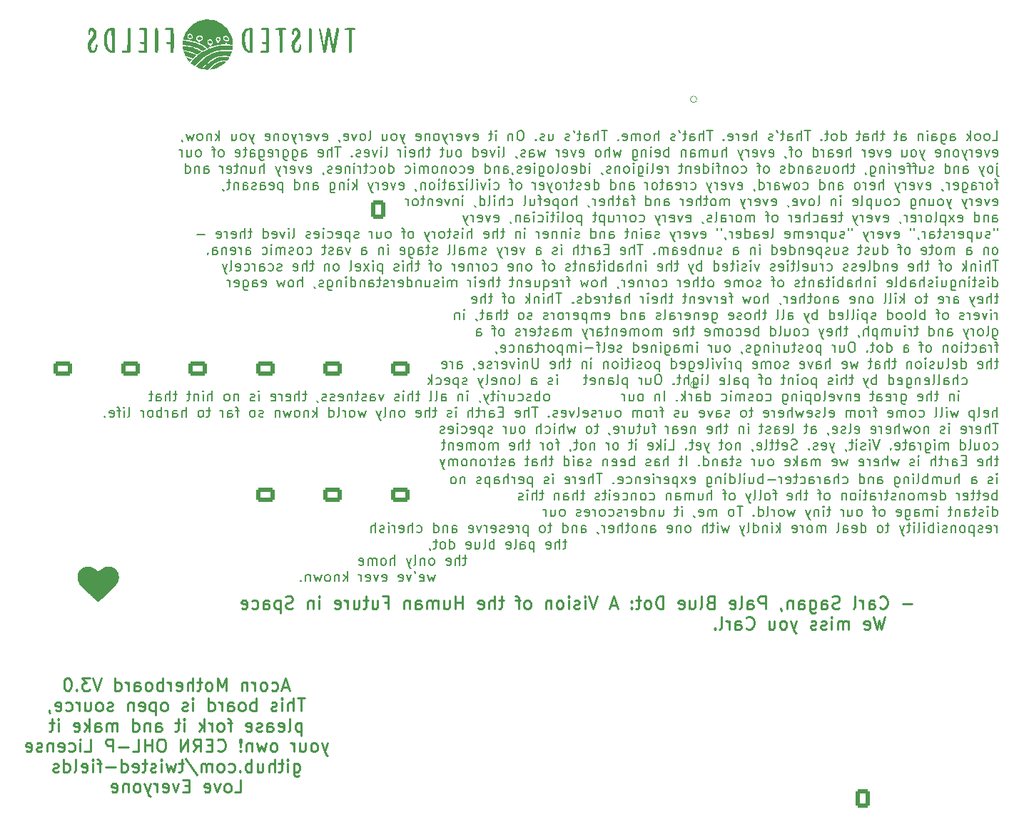
<source format=gbo>
G04 #@! TF.GenerationSoftware,KiCad,Pcbnew,6.0.2+dfsg-1*
G04 #@! TF.CreationDate,2022-12-10T00:49:58-08:00*
G04 #@! TF.ProjectId,cm4-robot,636d342d-726f-4626-9f74-2e6b69636164,rev?*
G04 #@! TF.SameCoordinates,Original*
G04 #@! TF.FileFunction,Legend,Bot*
G04 #@! TF.FilePolarity,Positive*
%FSLAX46Y46*%
G04 Gerber Fmt 4.6, Leading zero omitted, Abs format (unit mm)*
G04 Created by KiCad (PCBNEW 6.0.2+dfsg-1) date 2022-12-10 00:49:58*
%MOMM*%
%LPD*%
G01*
G04 APERTURE LIST*
G04 Aperture macros list*
%AMRoundRect*
0 Rectangle with rounded corners*
0 $1 Rounding radius*
0 $2 $3 $4 $5 $6 $7 $8 $9 X,Y pos of 4 corners*
0 Add a 4 corners polygon primitive as box body*
4,1,4,$2,$3,$4,$5,$6,$7,$8,$9,$2,$3,0*
0 Add four circle primitives for the rounded corners*
1,1,$1+$1,$2,$3*
1,1,$1+$1,$4,$5*
1,1,$1+$1,$6,$7*
1,1,$1+$1,$8,$9*
0 Add four rect primitives between the rounded corners*
20,1,$1+$1,$2,$3,$4,$5,0*
20,1,$1+$1,$4,$5,$6,$7,0*
20,1,$1+$1,$6,$7,$8,$9,0*
20,1,$1+$1,$8,$9,$2,$3,0*%
G04 Aperture macros list end*
%ADD10C,0.220000*%
%ADD11C,0.200000*%
%ADD12C,0.250000*%
%ADD13C,0.120000*%
%ADD14R,1.398000X1.398000*%
%ADD15C,1.398000*%
%ADD16C,1.530000*%
%ADD17C,2.445000*%
%ADD18C,3.250000*%
%ADD19RoundRect,0.250000X0.845000X-0.620000X0.845000X0.620000X-0.845000X0.620000X-0.845000X-0.620000X0*%
%ADD20O,2.190000X1.740000*%
%ADD21C,3.700000*%
%ADD22C,6.500000*%
%ADD23O,1.700000X3.400000*%
%ADD24O,1.500000X3.000000*%
%ADD25R,1.500000X1.500000*%
%ADD26C,1.500000*%
%ADD27C,2.600000*%
%ADD28RoundRect,0.250000X0.620000X0.845000X-0.620000X0.845000X-0.620000X-0.845000X0.620000X-0.845000X0*%
%ADD29O,1.740000X2.190000*%
%ADD30R,2.300000X2.300000*%
%ADD31C,2.300000*%
%ADD32C,1.900000*%
%ADD33C,1.700000*%
%ADD34C,3.300000*%
%ADD35C,0.650000*%
%ADD36O,1.000000X2.100000*%
%ADD37O,1.000000X1.600000*%
%ADD38R,1.700000X1.700000*%
%ADD39O,1.700000X1.700000*%
%ADD40C,2.700000*%
G04 APERTURE END LIST*
D10*
X146529857Y-119439642D02*
X145387000Y-119439642D01*
X142672714Y-119868214D02*
X142744142Y-119939642D01*
X142958428Y-120011071D01*
X143101285Y-120011071D01*
X143315571Y-119939642D01*
X143458428Y-119796785D01*
X143529857Y-119653928D01*
X143601285Y-119368214D01*
X143601285Y-119153928D01*
X143529857Y-118868214D01*
X143458428Y-118725357D01*
X143315571Y-118582500D01*
X143101285Y-118511071D01*
X142958428Y-118511071D01*
X142744142Y-118582500D01*
X142672714Y-118653928D01*
X141387000Y-120011071D02*
X141387000Y-119225357D01*
X141458428Y-119082500D01*
X141601285Y-119011071D01*
X141887000Y-119011071D01*
X142029857Y-119082500D01*
X141387000Y-119939642D02*
X141529857Y-120011071D01*
X141887000Y-120011071D01*
X142029857Y-119939642D01*
X142101285Y-119796785D01*
X142101285Y-119653928D01*
X142029857Y-119511071D01*
X141887000Y-119439642D01*
X141529857Y-119439642D01*
X141387000Y-119368214D01*
X140672714Y-120011071D02*
X140672714Y-119011071D01*
X140672714Y-119296785D02*
X140601285Y-119153928D01*
X140529857Y-119082500D01*
X140387000Y-119011071D01*
X140244142Y-119011071D01*
X139529857Y-120011071D02*
X139672714Y-119939642D01*
X139744142Y-119796785D01*
X139744142Y-118511071D01*
X137887000Y-119939642D02*
X137672714Y-120011071D01*
X137315571Y-120011071D01*
X137172714Y-119939642D01*
X137101285Y-119868214D01*
X137029857Y-119725357D01*
X137029857Y-119582500D01*
X137101285Y-119439642D01*
X137172714Y-119368214D01*
X137315571Y-119296785D01*
X137601285Y-119225357D01*
X137744142Y-119153928D01*
X137815571Y-119082500D01*
X137887000Y-118939642D01*
X137887000Y-118796785D01*
X137815571Y-118653928D01*
X137744142Y-118582500D01*
X137601285Y-118511071D01*
X137244142Y-118511071D01*
X137029857Y-118582500D01*
X135744142Y-120011071D02*
X135744142Y-119225357D01*
X135815571Y-119082500D01*
X135958428Y-119011071D01*
X136244142Y-119011071D01*
X136387000Y-119082500D01*
X135744142Y-119939642D02*
X135887000Y-120011071D01*
X136244142Y-120011071D01*
X136387000Y-119939642D01*
X136458428Y-119796785D01*
X136458428Y-119653928D01*
X136387000Y-119511071D01*
X136244142Y-119439642D01*
X135887000Y-119439642D01*
X135744142Y-119368214D01*
X134387000Y-119011071D02*
X134387000Y-120225357D01*
X134458428Y-120368214D01*
X134529857Y-120439642D01*
X134672714Y-120511071D01*
X134887000Y-120511071D01*
X135029857Y-120439642D01*
X134387000Y-119939642D02*
X134529857Y-120011071D01*
X134815571Y-120011071D01*
X134958428Y-119939642D01*
X135029857Y-119868214D01*
X135101285Y-119725357D01*
X135101285Y-119296785D01*
X135029857Y-119153928D01*
X134958428Y-119082500D01*
X134815571Y-119011071D01*
X134529857Y-119011071D01*
X134387000Y-119082500D01*
X133029857Y-120011071D02*
X133029857Y-119225357D01*
X133101285Y-119082500D01*
X133244142Y-119011071D01*
X133529857Y-119011071D01*
X133672714Y-119082500D01*
X133029857Y-119939642D02*
X133172714Y-120011071D01*
X133529857Y-120011071D01*
X133672714Y-119939642D01*
X133744142Y-119796785D01*
X133744142Y-119653928D01*
X133672714Y-119511071D01*
X133529857Y-119439642D01*
X133172714Y-119439642D01*
X133029857Y-119368214D01*
X132315571Y-119011071D02*
X132315571Y-120011071D01*
X132315571Y-119153928D02*
X132244142Y-119082500D01*
X132101285Y-119011071D01*
X131887000Y-119011071D01*
X131744142Y-119082500D01*
X131672714Y-119225357D01*
X131672714Y-120011071D01*
X130887000Y-119939642D02*
X130887000Y-120011071D01*
X130958428Y-120153928D01*
X131029857Y-120225357D01*
X129101285Y-120011071D02*
X129101285Y-118511071D01*
X128529857Y-118511071D01*
X128387000Y-118582500D01*
X128315571Y-118653928D01*
X128244142Y-118796785D01*
X128244142Y-119011071D01*
X128315571Y-119153928D01*
X128387000Y-119225357D01*
X128529857Y-119296785D01*
X129101285Y-119296785D01*
X126958428Y-120011071D02*
X126958428Y-119225357D01*
X127029857Y-119082500D01*
X127172714Y-119011071D01*
X127458428Y-119011071D01*
X127601285Y-119082500D01*
X126958428Y-119939642D02*
X127101285Y-120011071D01*
X127458428Y-120011071D01*
X127601285Y-119939642D01*
X127672714Y-119796785D01*
X127672714Y-119653928D01*
X127601285Y-119511071D01*
X127458428Y-119439642D01*
X127101285Y-119439642D01*
X126958428Y-119368214D01*
X126029857Y-120011071D02*
X126172714Y-119939642D01*
X126244142Y-119796785D01*
X126244142Y-118511071D01*
X124887000Y-119939642D02*
X125029857Y-120011071D01*
X125315571Y-120011071D01*
X125458428Y-119939642D01*
X125529857Y-119796785D01*
X125529857Y-119225357D01*
X125458428Y-119082500D01*
X125315571Y-119011071D01*
X125029857Y-119011071D01*
X124887000Y-119082500D01*
X124815571Y-119225357D01*
X124815571Y-119368214D01*
X125529857Y-119511071D01*
X122529857Y-119225357D02*
X122315571Y-119296785D01*
X122244142Y-119368214D01*
X122172714Y-119511071D01*
X122172714Y-119725357D01*
X122244142Y-119868214D01*
X122315571Y-119939642D01*
X122458428Y-120011071D01*
X123029857Y-120011071D01*
X123029857Y-118511071D01*
X122529857Y-118511071D01*
X122387000Y-118582500D01*
X122315571Y-118653928D01*
X122244142Y-118796785D01*
X122244142Y-118939642D01*
X122315571Y-119082500D01*
X122387000Y-119153928D01*
X122529857Y-119225357D01*
X123029857Y-119225357D01*
X121315571Y-120011071D02*
X121458428Y-119939642D01*
X121529857Y-119796785D01*
X121529857Y-118511071D01*
X120101285Y-119011071D02*
X120101285Y-120011071D01*
X120744142Y-119011071D02*
X120744142Y-119796785D01*
X120672714Y-119939642D01*
X120529857Y-120011071D01*
X120315571Y-120011071D01*
X120172714Y-119939642D01*
X120101285Y-119868214D01*
X118815571Y-119939642D02*
X118958428Y-120011071D01*
X119244142Y-120011071D01*
X119387000Y-119939642D01*
X119458428Y-119796785D01*
X119458428Y-119225357D01*
X119387000Y-119082500D01*
X119244142Y-119011071D01*
X118958428Y-119011071D01*
X118815571Y-119082500D01*
X118744142Y-119225357D01*
X118744142Y-119368214D01*
X119458428Y-119511071D01*
X116958428Y-120011071D02*
X116958428Y-118511071D01*
X116601285Y-118511071D01*
X116387000Y-118582500D01*
X116244142Y-118725357D01*
X116172714Y-118868214D01*
X116101285Y-119153928D01*
X116101285Y-119368214D01*
X116172714Y-119653928D01*
X116244142Y-119796785D01*
X116387000Y-119939642D01*
X116601285Y-120011071D01*
X116958428Y-120011071D01*
X115244142Y-120011071D02*
X115387000Y-119939642D01*
X115458428Y-119868214D01*
X115529857Y-119725357D01*
X115529857Y-119296785D01*
X115458428Y-119153928D01*
X115387000Y-119082500D01*
X115244142Y-119011071D01*
X115029857Y-119011071D01*
X114887000Y-119082500D01*
X114815571Y-119153928D01*
X114744142Y-119296785D01*
X114744142Y-119725357D01*
X114815571Y-119868214D01*
X114887000Y-119939642D01*
X115029857Y-120011071D01*
X115244142Y-120011071D01*
X114315571Y-119011071D02*
X113744142Y-119011071D01*
X114101285Y-118511071D02*
X114101285Y-119796785D01*
X114029857Y-119939642D01*
X113887000Y-120011071D01*
X113744142Y-120011071D01*
X113244142Y-119868214D02*
X113172714Y-119939642D01*
X113244142Y-120011071D01*
X113315571Y-119939642D01*
X113244142Y-119868214D01*
X113244142Y-120011071D01*
X113244142Y-119082500D02*
X113172714Y-119153928D01*
X113244142Y-119225357D01*
X113315571Y-119153928D01*
X113244142Y-119082500D01*
X113244142Y-119225357D01*
X111458428Y-119582500D02*
X110744142Y-119582500D01*
X111601285Y-120011071D02*
X111101285Y-118511071D01*
X110601285Y-120011071D01*
X109172714Y-118511071D02*
X108672714Y-120011071D01*
X108172714Y-118511071D01*
X107672714Y-120011071D02*
X107672714Y-119011071D01*
X107672714Y-118511071D02*
X107744142Y-118582500D01*
X107672714Y-118653928D01*
X107601285Y-118582500D01*
X107672714Y-118511071D01*
X107672714Y-118653928D01*
X107029857Y-119939642D02*
X106887000Y-120011071D01*
X106601285Y-120011071D01*
X106458428Y-119939642D01*
X106387000Y-119796785D01*
X106387000Y-119725357D01*
X106458428Y-119582500D01*
X106601285Y-119511071D01*
X106815571Y-119511071D01*
X106958428Y-119439642D01*
X107029857Y-119296785D01*
X107029857Y-119225357D01*
X106958428Y-119082500D01*
X106815571Y-119011071D01*
X106601285Y-119011071D01*
X106458428Y-119082500D01*
X105744142Y-120011071D02*
X105744142Y-119011071D01*
X105744142Y-118511071D02*
X105815571Y-118582500D01*
X105744142Y-118653928D01*
X105672714Y-118582500D01*
X105744142Y-118511071D01*
X105744142Y-118653928D01*
X104815571Y-120011071D02*
X104958428Y-119939642D01*
X105029857Y-119868214D01*
X105101285Y-119725357D01*
X105101285Y-119296785D01*
X105029857Y-119153928D01*
X104958428Y-119082500D01*
X104815571Y-119011071D01*
X104601285Y-119011071D01*
X104458428Y-119082500D01*
X104387000Y-119153928D01*
X104315571Y-119296785D01*
X104315571Y-119725357D01*
X104387000Y-119868214D01*
X104458428Y-119939642D01*
X104601285Y-120011071D01*
X104815571Y-120011071D01*
X103672714Y-119011071D02*
X103672714Y-120011071D01*
X103672714Y-119153928D02*
X103601285Y-119082500D01*
X103458428Y-119011071D01*
X103244142Y-119011071D01*
X103101285Y-119082500D01*
X103029857Y-119225357D01*
X103029857Y-120011071D01*
X100958428Y-120011071D02*
X101101285Y-119939642D01*
X101172714Y-119868214D01*
X101244142Y-119725357D01*
X101244142Y-119296785D01*
X101172714Y-119153928D01*
X101101285Y-119082500D01*
X100958428Y-119011071D01*
X100744142Y-119011071D01*
X100601285Y-119082500D01*
X100529857Y-119153928D01*
X100458428Y-119296785D01*
X100458428Y-119725357D01*
X100529857Y-119868214D01*
X100601285Y-119939642D01*
X100744142Y-120011071D01*
X100958428Y-120011071D01*
X100029857Y-119011071D02*
X99458428Y-119011071D01*
X99815571Y-120011071D02*
X99815571Y-118725357D01*
X99744142Y-118582500D01*
X99601285Y-118511071D01*
X99458428Y-118511071D01*
X98029857Y-119011071D02*
X97458428Y-119011071D01*
X97815571Y-118511071D02*
X97815571Y-119796785D01*
X97744142Y-119939642D01*
X97601285Y-120011071D01*
X97458428Y-120011071D01*
X96958428Y-120011071D02*
X96958428Y-118511071D01*
X96315571Y-120011071D02*
X96315571Y-119225357D01*
X96387000Y-119082500D01*
X96529857Y-119011071D01*
X96744142Y-119011071D01*
X96887000Y-119082500D01*
X96958428Y-119153928D01*
X95029857Y-119939642D02*
X95172714Y-120011071D01*
X95458428Y-120011071D01*
X95601285Y-119939642D01*
X95672714Y-119796785D01*
X95672714Y-119225357D01*
X95601285Y-119082500D01*
X95458428Y-119011071D01*
X95172714Y-119011071D01*
X95029857Y-119082500D01*
X94958428Y-119225357D01*
X94958428Y-119368214D01*
X95672714Y-119511071D01*
X93172714Y-120011071D02*
X93172714Y-118511071D01*
X93172714Y-119225357D02*
X92315571Y-119225357D01*
X92315571Y-120011071D02*
X92315571Y-118511071D01*
X90958428Y-119011071D02*
X90958428Y-120011071D01*
X91601285Y-119011071D02*
X91601285Y-119796785D01*
X91529857Y-119939642D01*
X91387000Y-120011071D01*
X91172714Y-120011071D01*
X91029857Y-119939642D01*
X90958428Y-119868214D01*
X90244142Y-120011071D02*
X90244142Y-119011071D01*
X90244142Y-119153928D02*
X90172714Y-119082500D01*
X90029857Y-119011071D01*
X89815571Y-119011071D01*
X89672714Y-119082500D01*
X89601285Y-119225357D01*
X89601285Y-120011071D01*
X89601285Y-119225357D02*
X89529857Y-119082500D01*
X89387000Y-119011071D01*
X89172714Y-119011071D01*
X89029857Y-119082500D01*
X88958428Y-119225357D01*
X88958428Y-120011071D01*
X87601285Y-120011071D02*
X87601285Y-119225357D01*
X87672714Y-119082500D01*
X87815571Y-119011071D01*
X88101285Y-119011071D01*
X88244142Y-119082500D01*
X87601285Y-119939642D02*
X87744142Y-120011071D01*
X88101285Y-120011071D01*
X88244142Y-119939642D01*
X88315571Y-119796785D01*
X88315571Y-119653928D01*
X88244142Y-119511071D01*
X88101285Y-119439642D01*
X87744142Y-119439642D01*
X87601285Y-119368214D01*
X86887000Y-119011071D02*
X86887000Y-120011071D01*
X86887000Y-119153928D02*
X86815571Y-119082500D01*
X86672714Y-119011071D01*
X86458428Y-119011071D01*
X86315571Y-119082500D01*
X86244142Y-119225357D01*
X86244142Y-120011071D01*
X83887000Y-119225357D02*
X84387000Y-119225357D01*
X84387000Y-120011071D02*
X84387000Y-118511071D01*
X83672714Y-118511071D01*
X82458428Y-119011071D02*
X82458428Y-120011071D01*
X83101285Y-119011071D02*
X83101285Y-119796785D01*
X83029857Y-119939642D01*
X82887000Y-120011071D01*
X82672714Y-120011071D01*
X82529857Y-119939642D01*
X82458428Y-119868214D01*
X81958428Y-119011071D02*
X81387000Y-119011071D01*
X81744142Y-118511071D02*
X81744142Y-119796785D01*
X81672714Y-119939642D01*
X81529857Y-120011071D01*
X81387000Y-120011071D01*
X80244142Y-119011071D02*
X80244142Y-120011071D01*
X80887000Y-119011071D02*
X80887000Y-119796785D01*
X80815571Y-119939642D01*
X80672714Y-120011071D01*
X80458428Y-120011071D01*
X80315571Y-119939642D01*
X80244142Y-119868214D01*
X79529857Y-120011071D02*
X79529857Y-119011071D01*
X79529857Y-119296785D02*
X79458428Y-119153928D01*
X79387000Y-119082500D01*
X79244142Y-119011071D01*
X79101285Y-119011071D01*
X78029857Y-119939642D02*
X78172714Y-120011071D01*
X78458428Y-120011071D01*
X78601285Y-119939642D01*
X78672714Y-119796785D01*
X78672714Y-119225357D01*
X78601285Y-119082500D01*
X78458428Y-119011071D01*
X78172714Y-119011071D01*
X78029857Y-119082500D01*
X77958428Y-119225357D01*
X77958428Y-119368214D01*
X78672714Y-119511071D01*
X76172714Y-120011071D02*
X76172714Y-119011071D01*
X76172714Y-118511071D02*
X76244142Y-118582500D01*
X76172714Y-118653928D01*
X76101285Y-118582500D01*
X76172714Y-118511071D01*
X76172714Y-118653928D01*
X75458428Y-119011071D02*
X75458428Y-120011071D01*
X75458428Y-119153928D02*
X75387000Y-119082500D01*
X75244142Y-119011071D01*
X75029857Y-119011071D01*
X74887000Y-119082500D01*
X74815571Y-119225357D01*
X74815571Y-120011071D01*
X73029857Y-119939642D02*
X72815571Y-120011071D01*
X72458428Y-120011071D01*
X72315571Y-119939642D01*
X72244142Y-119868214D01*
X72172714Y-119725357D01*
X72172714Y-119582500D01*
X72244142Y-119439642D01*
X72315571Y-119368214D01*
X72458428Y-119296785D01*
X72744142Y-119225357D01*
X72887000Y-119153928D01*
X72958428Y-119082500D01*
X73029857Y-118939642D01*
X73029857Y-118796785D01*
X72958428Y-118653928D01*
X72887000Y-118582500D01*
X72744142Y-118511071D01*
X72387000Y-118511071D01*
X72172714Y-118582500D01*
X71529857Y-119011071D02*
X71529857Y-120511071D01*
X71529857Y-119082500D02*
X71387000Y-119011071D01*
X71101285Y-119011071D01*
X70958428Y-119082500D01*
X70887000Y-119153928D01*
X70815571Y-119296785D01*
X70815571Y-119725357D01*
X70887000Y-119868214D01*
X70958428Y-119939642D01*
X71101285Y-120011071D01*
X71387000Y-120011071D01*
X71529857Y-119939642D01*
X69529857Y-120011071D02*
X69529857Y-119225357D01*
X69601285Y-119082500D01*
X69744142Y-119011071D01*
X70029857Y-119011071D01*
X70172714Y-119082500D01*
X69529857Y-119939642D02*
X69672714Y-120011071D01*
X70029857Y-120011071D01*
X70172714Y-119939642D01*
X70244142Y-119796785D01*
X70244142Y-119653928D01*
X70172714Y-119511071D01*
X70029857Y-119439642D01*
X69672714Y-119439642D01*
X69529857Y-119368214D01*
X68172714Y-119939642D02*
X68315571Y-120011071D01*
X68601285Y-120011071D01*
X68744142Y-119939642D01*
X68815571Y-119868214D01*
X68887000Y-119725357D01*
X68887000Y-119296785D01*
X68815571Y-119153928D01*
X68744142Y-119082500D01*
X68601285Y-119011071D01*
X68315571Y-119011071D01*
X68172714Y-119082500D01*
X66958428Y-119939642D02*
X67101285Y-120011071D01*
X67387000Y-120011071D01*
X67529857Y-119939642D01*
X67601285Y-119796785D01*
X67601285Y-119225357D01*
X67529857Y-119082500D01*
X67387000Y-119011071D01*
X67101285Y-119011071D01*
X66958428Y-119082500D01*
X66887000Y-119225357D01*
X66887000Y-119368214D01*
X67601285Y-119511071D01*
X143244142Y-120926071D02*
X142887000Y-122426071D01*
X142601285Y-121354642D01*
X142315571Y-122426071D01*
X141958428Y-120926071D01*
X140815571Y-122354642D02*
X140958428Y-122426071D01*
X141244142Y-122426071D01*
X141387000Y-122354642D01*
X141458428Y-122211785D01*
X141458428Y-121640357D01*
X141387000Y-121497500D01*
X141244142Y-121426071D01*
X140958428Y-121426071D01*
X140815571Y-121497500D01*
X140744142Y-121640357D01*
X140744142Y-121783214D01*
X141458428Y-121926071D01*
X138958428Y-122426071D02*
X138958428Y-121426071D01*
X138958428Y-121568928D02*
X138887000Y-121497500D01*
X138744142Y-121426071D01*
X138529857Y-121426071D01*
X138387000Y-121497500D01*
X138315571Y-121640357D01*
X138315571Y-122426071D01*
X138315571Y-121640357D02*
X138244142Y-121497500D01*
X138101285Y-121426071D01*
X137887000Y-121426071D01*
X137744142Y-121497500D01*
X137672714Y-121640357D01*
X137672714Y-122426071D01*
X136958428Y-122426071D02*
X136958428Y-121426071D01*
X136958428Y-120926071D02*
X137029857Y-120997500D01*
X136958428Y-121068928D01*
X136887000Y-120997500D01*
X136958428Y-120926071D01*
X136958428Y-121068928D01*
X136315571Y-122354642D02*
X136172714Y-122426071D01*
X135887000Y-122426071D01*
X135744142Y-122354642D01*
X135672714Y-122211785D01*
X135672714Y-122140357D01*
X135744142Y-121997500D01*
X135887000Y-121926071D01*
X136101285Y-121926071D01*
X136244142Y-121854642D01*
X136315571Y-121711785D01*
X136315571Y-121640357D01*
X136244142Y-121497500D01*
X136101285Y-121426071D01*
X135887000Y-121426071D01*
X135744142Y-121497500D01*
X135101285Y-122354642D02*
X134958428Y-122426071D01*
X134672714Y-122426071D01*
X134529857Y-122354642D01*
X134458428Y-122211785D01*
X134458428Y-122140357D01*
X134529857Y-121997500D01*
X134672714Y-121926071D01*
X134887000Y-121926071D01*
X135029857Y-121854642D01*
X135101285Y-121711785D01*
X135101285Y-121640357D01*
X135029857Y-121497500D01*
X134887000Y-121426071D01*
X134672714Y-121426071D01*
X134529857Y-121497500D01*
X132815571Y-121426071D02*
X132458428Y-122426071D01*
X132101285Y-121426071D02*
X132458428Y-122426071D01*
X132601285Y-122783214D01*
X132672714Y-122854642D01*
X132815571Y-122926071D01*
X131315571Y-122426071D02*
X131458428Y-122354642D01*
X131529857Y-122283214D01*
X131601285Y-122140357D01*
X131601285Y-121711785D01*
X131529857Y-121568928D01*
X131458428Y-121497500D01*
X131315571Y-121426071D01*
X131101285Y-121426071D01*
X130958428Y-121497500D01*
X130887000Y-121568928D01*
X130815571Y-121711785D01*
X130815571Y-122140357D01*
X130887000Y-122283214D01*
X130958428Y-122354642D01*
X131101285Y-122426071D01*
X131315571Y-122426071D01*
X129529857Y-121426071D02*
X129529857Y-122426071D01*
X130172714Y-121426071D02*
X130172714Y-122211785D01*
X130101285Y-122354642D01*
X129958428Y-122426071D01*
X129744142Y-122426071D01*
X129601285Y-122354642D01*
X129529857Y-122283214D01*
X126815571Y-122283214D02*
X126887000Y-122354642D01*
X127101285Y-122426071D01*
X127244142Y-122426071D01*
X127458428Y-122354642D01*
X127601285Y-122211785D01*
X127672714Y-122068928D01*
X127744142Y-121783214D01*
X127744142Y-121568928D01*
X127672714Y-121283214D01*
X127601285Y-121140357D01*
X127458428Y-120997500D01*
X127244142Y-120926071D01*
X127101285Y-120926071D01*
X126887000Y-120997500D01*
X126815571Y-121068928D01*
X125529857Y-122426071D02*
X125529857Y-121640357D01*
X125601285Y-121497500D01*
X125744142Y-121426071D01*
X126029857Y-121426071D01*
X126172714Y-121497500D01*
X125529857Y-122354642D02*
X125672714Y-122426071D01*
X126029857Y-122426071D01*
X126172714Y-122354642D01*
X126244142Y-122211785D01*
X126244142Y-122068928D01*
X126172714Y-121926071D01*
X126029857Y-121854642D01*
X125672714Y-121854642D01*
X125529857Y-121783214D01*
X124815571Y-122426071D02*
X124815571Y-121426071D01*
X124815571Y-121711785D02*
X124744142Y-121568928D01*
X124672714Y-121497500D01*
X124529857Y-121426071D01*
X124387000Y-121426071D01*
X123672714Y-122426071D02*
X123815571Y-122354642D01*
X123887000Y-122211785D01*
X123887000Y-120926071D01*
X123101285Y-122283214D02*
X123029857Y-122354642D01*
X123101285Y-122426071D01*
X123172714Y-122354642D01*
X123101285Y-122283214D01*
X123101285Y-122426071D01*
D11*
X156032857Y-64392857D02*
X156604285Y-64392857D01*
X156604285Y-63192857D01*
X155461428Y-64392857D02*
X155575714Y-64335714D01*
X155632857Y-64278571D01*
X155690000Y-64164285D01*
X155690000Y-63821428D01*
X155632857Y-63707142D01*
X155575714Y-63650000D01*
X155461428Y-63592857D01*
X155290000Y-63592857D01*
X155175714Y-63650000D01*
X155118571Y-63707142D01*
X155061428Y-63821428D01*
X155061428Y-64164285D01*
X155118571Y-64278571D01*
X155175714Y-64335714D01*
X155290000Y-64392857D01*
X155461428Y-64392857D01*
X154375714Y-64392857D02*
X154490000Y-64335714D01*
X154547142Y-64278571D01*
X154604285Y-64164285D01*
X154604285Y-63821428D01*
X154547142Y-63707142D01*
X154490000Y-63650000D01*
X154375714Y-63592857D01*
X154204285Y-63592857D01*
X154090000Y-63650000D01*
X154032857Y-63707142D01*
X153975714Y-63821428D01*
X153975714Y-64164285D01*
X154032857Y-64278571D01*
X154090000Y-64335714D01*
X154204285Y-64392857D01*
X154375714Y-64392857D01*
X153461428Y-64392857D02*
X153461428Y-63192857D01*
X153347142Y-63935714D02*
X153004285Y-64392857D01*
X153004285Y-63592857D02*
X153461428Y-64050000D01*
X151061428Y-64392857D02*
X151061428Y-63764285D01*
X151118571Y-63650000D01*
X151232857Y-63592857D01*
X151461428Y-63592857D01*
X151575714Y-63650000D01*
X151061428Y-64335714D02*
X151175714Y-64392857D01*
X151461428Y-64392857D01*
X151575714Y-64335714D01*
X151632857Y-64221428D01*
X151632857Y-64107142D01*
X151575714Y-63992857D01*
X151461428Y-63935714D01*
X151175714Y-63935714D01*
X151061428Y-63878571D01*
X149975714Y-63592857D02*
X149975714Y-64564285D01*
X150032857Y-64678571D01*
X150090000Y-64735714D01*
X150204285Y-64792857D01*
X150375714Y-64792857D01*
X150490000Y-64735714D01*
X149975714Y-64335714D02*
X150090000Y-64392857D01*
X150318571Y-64392857D01*
X150432857Y-64335714D01*
X150490000Y-64278571D01*
X150547142Y-64164285D01*
X150547142Y-63821428D01*
X150490000Y-63707142D01*
X150432857Y-63650000D01*
X150318571Y-63592857D01*
X150090000Y-63592857D01*
X149975714Y-63650000D01*
X148890000Y-64392857D02*
X148890000Y-63764285D01*
X148947142Y-63650000D01*
X149061428Y-63592857D01*
X149290000Y-63592857D01*
X149404285Y-63650000D01*
X148890000Y-64335714D02*
X149004285Y-64392857D01*
X149290000Y-64392857D01*
X149404285Y-64335714D01*
X149461428Y-64221428D01*
X149461428Y-64107142D01*
X149404285Y-63992857D01*
X149290000Y-63935714D01*
X149004285Y-63935714D01*
X148890000Y-63878571D01*
X148318571Y-64392857D02*
X148318571Y-63592857D01*
X148318571Y-63192857D02*
X148375714Y-63250000D01*
X148318571Y-63307142D01*
X148261428Y-63250000D01*
X148318571Y-63192857D01*
X148318571Y-63307142D01*
X147747142Y-63592857D02*
X147747142Y-64392857D01*
X147747142Y-63707142D02*
X147690000Y-63650000D01*
X147575714Y-63592857D01*
X147404285Y-63592857D01*
X147290000Y-63650000D01*
X147232857Y-63764285D01*
X147232857Y-64392857D01*
X145232857Y-64392857D02*
X145232857Y-63764285D01*
X145290000Y-63650000D01*
X145404285Y-63592857D01*
X145632857Y-63592857D01*
X145747142Y-63650000D01*
X145232857Y-64335714D02*
X145347142Y-64392857D01*
X145632857Y-64392857D01*
X145747142Y-64335714D01*
X145804285Y-64221428D01*
X145804285Y-64107142D01*
X145747142Y-63992857D01*
X145632857Y-63935714D01*
X145347142Y-63935714D01*
X145232857Y-63878571D01*
X144832857Y-63592857D02*
X144375714Y-63592857D01*
X144661428Y-63192857D02*
X144661428Y-64221428D01*
X144604285Y-64335714D01*
X144490000Y-64392857D01*
X144375714Y-64392857D01*
X143232857Y-63592857D02*
X142775714Y-63592857D01*
X143061428Y-63192857D02*
X143061428Y-64221428D01*
X143004285Y-64335714D01*
X142890000Y-64392857D01*
X142775714Y-64392857D01*
X142375714Y-64392857D02*
X142375714Y-63192857D01*
X141861428Y-64392857D02*
X141861428Y-63764285D01*
X141918571Y-63650000D01*
X142032857Y-63592857D01*
X142204285Y-63592857D01*
X142318571Y-63650000D01*
X142375714Y-63707142D01*
X140775714Y-64392857D02*
X140775714Y-63764285D01*
X140832857Y-63650000D01*
X140947142Y-63592857D01*
X141175714Y-63592857D01*
X141290000Y-63650000D01*
X140775714Y-64335714D02*
X140890000Y-64392857D01*
X141175714Y-64392857D01*
X141290000Y-64335714D01*
X141347142Y-64221428D01*
X141347142Y-64107142D01*
X141290000Y-63992857D01*
X141175714Y-63935714D01*
X140890000Y-63935714D01*
X140775714Y-63878571D01*
X140375714Y-63592857D02*
X139918571Y-63592857D01*
X140204285Y-63192857D02*
X140204285Y-64221428D01*
X140147142Y-64335714D01*
X140032857Y-64392857D01*
X139918571Y-64392857D01*
X138090000Y-64392857D02*
X138090000Y-63192857D01*
X138090000Y-64335714D02*
X138204285Y-64392857D01*
X138432857Y-64392857D01*
X138547142Y-64335714D01*
X138604285Y-64278571D01*
X138661428Y-64164285D01*
X138661428Y-63821428D01*
X138604285Y-63707142D01*
X138547142Y-63650000D01*
X138432857Y-63592857D01*
X138204285Y-63592857D01*
X138090000Y-63650000D01*
X137347142Y-64392857D02*
X137461428Y-64335714D01*
X137518571Y-64278571D01*
X137575714Y-64164285D01*
X137575714Y-63821428D01*
X137518571Y-63707142D01*
X137461428Y-63650000D01*
X137347142Y-63592857D01*
X137175714Y-63592857D01*
X137061428Y-63650000D01*
X137004285Y-63707142D01*
X136947142Y-63821428D01*
X136947142Y-64164285D01*
X137004285Y-64278571D01*
X137061428Y-64335714D01*
X137175714Y-64392857D01*
X137347142Y-64392857D01*
X136604285Y-63592857D02*
X136147142Y-63592857D01*
X136432857Y-63192857D02*
X136432857Y-64221428D01*
X136375714Y-64335714D01*
X136261428Y-64392857D01*
X136147142Y-64392857D01*
X135747142Y-64278571D02*
X135690000Y-64335714D01*
X135747142Y-64392857D01*
X135804285Y-64335714D01*
X135747142Y-64278571D01*
X135747142Y-64392857D01*
X134432857Y-63192857D02*
X133747142Y-63192857D01*
X134090000Y-64392857D02*
X134090000Y-63192857D01*
X133347142Y-64392857D02*
X133347142Y-63192857D01*
X132832857Y-64392857D02*
X132832857Y-63764285D01*
X132890000Y-63650000D01*
X133004285Y-63592857D01*
X133175714Y-63592857D01*
X133290000Y-63650000D01*
X133347142Y-63707142D01*
X131747142Y-64392857D02*
X131747142Y-63764285D01*
X131804285Y-63650000D01*
X131918571Y-63592857D01*
X132147142Y-63592857D01*
X132261428Y-63650000D01*
X131747142Y-64335714D02*
X131861428Y-64392857D01*
X132147142Y-64392857D01*
X132261428Y-64335714D01*
X132318571Y-64221428D01*
X132318571Y-64107142D01*
X132261428Y-63992857D01*
X132147142Y-63935714D01*
X131861428Y-63935714D01*
X131747142Y-63878571D01*
X131347142Y-63592857D02*
X130890000Y-63592857D01*
X131175714Y-63192857D02*
X131175714Y-64221428D01*
X131118571Y-64335714D01*
X131004285Y-64392857D01*
X130890000Y-64392857D01*
X130432857Y-63192857D02*
X130547142Y-63421428D01*
X129975714Y-64335714D02*
X129861428Y-64392857D01*
X129632857Y-64392857D01*
X129518571Y-64335714D01*
X129461428Y-64221428D01*
X129461428Y-64164285D01*
X129518571Y-64050000D01*
X129632857Y-63992857D01*
X129804285Y-63992857D01*
X129918571Y-63935714D01*
X129975714Y-63821428D01*
X129975714Y-63764285D01*
X129918571Y-63650000D01*
X129804285Y-63592857D01*
X129632857Y-63592857D01*
X129518571Y-63650000D01*
X128032857Y-64392857D02*
X128032857Y-63192857D01*
X127518571Y-64392857D02*
X127518571Y-63764285D01*
X127575714Y-63650000D01*
X127690000Y-63592857D01*
X127861428Y-63592857D01*
X127975714Y-63650000D01*
X128032857Y-63707142D01*
X126490000Y-64335714D02*
X126604285Y-64392857D01*
X126832857Y-64392857D01*
X126947142Y-64335714D01*
X127004285Y-64221428D01*
X127004285Y-63764285D01*
X126947142Y-63650000D01*
X126832857Y-63592857D01*
X126604285Y-63592857D01*
X126490000Y-63650000D01*
X126432857Y-63764285D01*
X126432857Y-63878571D01*
X127004285Y-63992857D01*
X125918571Y-64392857D02*
X125918571Y-63592857D01*
X125918571Y-63821428D02*
X125861428Y-63707142D01*
X125804285Y-63650000D01*
X125690000Y-63592857D01*
X125575714Y-63592857D01*
X124718571Y-64335714D02*
X124832857Y-64392857D01*
X125061428Y-64392857D01*
X125175714Y-64335714D01*
X125232857Y-64221428D01*
X125232857Y-63764285D01*
X125175714Y-63650000D01*
X125061428Y-63592857D01*
X124832857Y-63592857D01*
X124718571Y-63650000D01*
X124661428Y-63764285D01*
X124661428Y-63878571D01*
X125232857Y-63992857D01*
X124147142Y-64278571D02*
X124090000Y-64335714D01*
X124147142Y-64392857D01*
X124204285Y-64335714D01*
X124147142Y-64278571D01*
X124147142Y-64392857D01*
X122832857Y-63192857D02*
X122147142Y-63192857D01*
X122490000Y-64392857D02*
X122490000Y-63192857D01*
X121747142Y-64392857D02*
X121747142Y-63192857D01*
X121232857Y-64392857D02*
X121232857Y-63764285D01*
X121290000Y-63650000D01*
X121404285Y-63592857D01*
X121575714Y-63592857D01*
X121690000Y-63650000D01*
X121747142Y-63707142D01*
X120147142Y-64392857D02*
X120147142Y-63764285D01*
X120204285Y-63650000D01*
X120318571Y-63592857D01*
X120547142Y-63592857D01*
X120661428Y-63650000D01*
X120147142Y-64335714D02*
X120261428Y-64392857D01*
X120547142Y-64392857D01*
X120661428Y-64335714D01*
X120718571Y-64221428D01*
X120718571Y-64107142D01*
X120661428Y-63992857D01*
X120547142Y-63935714D01*
X120261428Y-63935714D01*
X120147142Y-63878571D01*
X119747142Y-63592857D02*
X119290000Y-63592857D01*
X119575714Y-63192857D02*
X119575714Y-64221428D01*
X119518571Y-64335714D01*
X119404285Y-64392857D01*
X119290000Y-64392857D01*
X118832857Y-63192857D02*
X118947142Y-63421428D01*
X118375714Y-64335714D02*
X118261428Y-64392857D01*
X118032857Y-64392857D01*
X117918571Y-64335714D01*
X117861428Y-64221428D01*
X117861428Y-64164285D01*
X117918571Y-64050000D01*
X118032857Y-63992857D01*
X118204285Y-63992857D01*
X118318571Y-63935714D01*
X118375714Y-63821428D01*
X118375714Y-63764285D01*
X118318571Y-63650000D01*
X118204285Y-63592857D01*
X118032857Y-63592857D01*
X117918571Y-63650000D01*
X116432857Y-64392857D02*
X116432857Y-63192857D01*
X115918571Y-64392857D02*
X115918571Y-63764285D01*
X115975714Y-63650000D01*
X116090000Y-63592857D01*
X116261428Y-63592857D01*
X116375714Y-63650000D01*
X116432857Y-63707142D01*
X115175714Y-64392857D02*
X115290000Y-64335714D01*
X115347142Y-64278571D01*
X115404285Y-64164285D01*
X115404285Y-63821428D01*
X115347142Y-63707142D01*
X115290000Y-63650000D01*
X115175714Y-63592857D01*
X115004285Y-63592857D01*
X114890000Y-63650000D01*
X114832857Y-63707142D01*
X114775714Y-63821428D01*
X114775714Y-64164285D01*
X114832857Y-64278571D01*
X114890000Y-64335714D01*
X115004285Y-64392857D01*
X115175714Y-64392857D01*
X114261428Y-64392857D02*
X114261428Y-63592857D01*
X114261428Y-63707142D02*
X114204285Y-63650000D01*
X114090000Y-63592857D01*
X113918571Y-63592857D01*
X113804285Y-63650000D01*
X113747142Y-63764285D01*
X113747142Y-64392857D01*
X113747142Y-63764285D02*
X113690000Y-63650000D01*
X113575714Y-63592857D01*
X113404285Y-63592857D01*
X113290000Y-63650000D01*
X113232857Y-63764285D01*
X113232857Y-64392857D01*
X112204285Y-64335714D02*
X112318571Y-64392857D01*
X112547142Y-64392857D01*
X112661428Y-64335714D01*
X112718571Y-64221428D01*
X112718571Y-63764285D01*
X112661428Y-63650000D01*
X112547142Y-63592857D01*
X112318571Y-63592857D01*
X112204285Y-63650000D01*
X112147142Y-63764285D01*
X112147142Y-63878571D01*
X112718571Y-63992857D01*
X111632857Y-64278571D02*
X111575714Y-64335714D01*
X111632857Y-64392857D01*
X111690000Y-64335714D01*
X111632857Y-64278571D01*
X111632857Y-64392857D01*
X110318571Y-63192857D02*
X109632857Y-63192857D01*
X109975714Y-64392857D02*
X109975714Y-63192857D01*
X109232857Y-64392857D02*
X109232857Y-63192857D01*
X108718571Y-64392857D02*
X108718571Y-63764285D01*
X108775714Y-63650000D01*
X108890000Y-63592857D01*
X109061428Y-63592857D01*
X109175714Y-63650000D01*
X109232857Y-63707142D01*
X107632857Y-64392857D02*
X107632857Y-63764285D01*
X107690000Y-63650000D01*
X107804285Y-63592857D01*
X108032857Y-63592857D01*
X108147142Y-63650000D01*
X107632857Y-64335714D02*
X107747142Y-64392857D01*
X108032857Y-64392857D01*
X108147142Y-64335714D01*
X108204285Y-64221428D01*
X108204285Y-64107142D01*
X108147142Y-63992857D01*
X108032857Y-63935714D01*
X107747142Y-63935714D01*
X107632857Y-63878571D01*
X107232857Y-63592857D02*
X106775714Y-63592857D01*
X107061428Y-63192857D02*
X107061428Y-64221428D01*
X107004285Y-64335714D01*
X106890000Y-64392857D01*
X106775714Y-64392857D01*
X106318571Y-63192857D02*
X106432857Y-63421428D01*
X105861428Y-64335714D02*
X105747142Y-64392857D01*
X105518571Y-64392857D01*
X105404285Y-64335714D01*
X105347142Y-64221428D01*
X105347142Y-64164285D01*
X105404285Y-64050000D01*
X105518571Y-63992857D01*
X105690000Y-63992857D01*
X105804285Y-63935714D01*
X105861428Y-63821428D01*
X105861428Y-63764285D01*
X105804285Y-63650000D01*
X105690000Y-63592857D01*
X105518571Y-63592857D01*
X105404285Y-63650000D01*
X103404285Y-63592857D02*
X103404285Y-64392857D01*
X103918571Y-63592857D02*
X103918571Y-64221428D01*
X103861428Y-64335714D01*
X103747142Y-64392857D01*
X103575714Y-64392857D01*
X103461428Y-64335714D01*
X103404285Y-64278571D01*
X102890000Y-64335714D02*
X102775714Y-64392857D01*
X102547142Y-64392857D01*
X102432857Y-64335714D01*
X102375714Y-64221428D01*
X102375714Y-64164285D01*
X102432857Y-64050000D01*
X102547142Y-63992857D01*
X102718571Y-63992857D01*
X102832857Y-63935714D01*
X102890000Y-63821428D01*
X102890000Y-63764285D01*
X102832857Y-63650000D01*
X102718571Y-63592857D01*
X102547142Y-63592857D01*
X102432857Y-63650000D01*
X101861428Y-64278571D02*
X101804285Y-64335714D01*
X101861428Y-64392857D01*
X101918571Y-64335714D01*
X101861428Y-64278571D01*
X101861428Y-64392857D01*
X100147142Y-63192857D02*
X99918571Y-63192857D01*
X99804285Y-63250000D01*
X99690000Y-63364285D01*
X99632857Y-63592857D01*
X99632857Y-63992857D01*
X99690000Y-64221428D01*
X99804285Y-64335714D01*
X99918571Y-64392857D01*
X100147142Y-64392857D01*
X100261428Y-64335714D01*
X100375714Y-64221428D01*
X100432857Y-63992857D01*
X100432857Y-63592857D01*
X100375714Y-63364285D01*
X100261428Y-63250000D01*
X100147142Y-63192857D01*
X99118571Y-63592857D02*
X99118571Y-64392857D01*
X99118571Y-63707142D02*
X99061428Y-63650000D01*
X98947142Y-63592857D01*
X98775714Y-63592857D01*
X98661428Y-63650000D01*
X98604285Y-63764285D01*
X98604285Y-64392857D01*
X97118571Y-64392857D02*
X97118571Y-63592857D01*
X97118571Y-63192857D02*
X97175714Y-63250000D01*
X97118571Y-63307142D01*
X97061428Y-63250000D01*
X97118571Y-63192857D01*
X97118571Y-63307142D01*
X96718571Y-63592857D02*
X96261428Y-63592857D01*
X96547142Y-63192857D02*
X96547142Y-64221428D01*
X96490000Y-64335714D01*
X96375714Y-64392857D01*
X96261428Y-64392857D01*
X94490000Y-64335714D02*
X94604285Y-64392857D01*
X94832857Y-64392857D01*
X94947142Y-64335714D01*
X95004285Y-64221428D01*
X95004285Y-63764285D01*
X94947142Y-63650000D01*
X94832857Y-63592857D01*
X94604285Y-63592857D01*
X94490000Y-63650000D01*
X94432857Y-63764285D01*
X94432857Y-63878571D01*
X95004285Y-63992857D01*
X94032857Y-63592857D02*
X93747142Y-64392857D01*
X93461428Y-63592857D01*
X92547142Y-64335714D02*
X92661428Y-64392857D01*
X92890000Y-64392857D01*
X93004285Y-64335714D01*
X93061428Y-64221428D01*
X93061428Y-63764285D01*
X93004285Y-63650000D01*
X92890000Y-63592857D01*
X92661428Y-63592857D01*
X92547142Y-63650000D01*
X92490000Y-63764285D01*
X92490000Y-63878571D01*
X93061428Y-63992857D01*
X91975714Y-64392857D02*
X91975714Y-63592857D01*
X91975714Y-63821428D02*
X91918571Y-63707142D01*
X91861428Y-63650000D01*
X91747142Y-63592857D01*
X91632857Y-63592857D01*
X91347142Y-63592857D02*
X91061428Y-64392857D01*
X90775714Y-63592857D02*
X91061428Y-64392857D01*
X91175714Y-64678571D01*
X91232857Y-64735714D01*
X91347142Y-64792857D01*
X90147142Y-64392857D02*
X90261428Y-64335714D01*
X90318571Y-64278571D01*
X90375714Y-64164285D01*
X90375714Y-63821428D01*
X90318571Y-63707142D01*
X90261428Y-63650000D01*
X90147142Y-63592857D01*
X89975714Y-63592857D01*
X89861428Y-63650000D01*
X89804285Y-63707142D01*
X89747142Y-63821428D01*
X89747142Y-64164285D01*
X89804285Y-64278571D01*
X89861428Y-64335714D01*
X89975714Y-64392857D01*
X90147142Y-64392857D01*
X89232857Y-63592857D02*
X89232857Y-64392857D01*
X89232857Y-63707142D02*
X89175714Y-63650000D01*
X89061428Y-63592857D01*
X88890000Y-63592857D01*
X88775714Y-63650000D01*
X88718571Y-63764285D01*
X88718571Y-64392857D01*
X87690000Y-64335714D02*
X87804285Y-64392857D01*
X88032857Y-64392857D01*
X88147142Y-64335714D01*
X88204285Y-64221428D01*
X88204285Y-63764285D01*
X88147142Y-63650000D01*
X88032857Y-63592857D01*
X87804285Y-63592857D01*
X87690000Y-63650000D01*
X87632857Y-63764285D01*
X87632857Y-63878571D01*
X88204285Y-63992857D01*
X86318571Y-63592857D02*
X86032857Y-64392857D01*
X85747142Y-63592857D02*
X86032857Y-64392857D01*
X86147142Y-64678571D01*
X86204285Y-64735714D01*
X86318571Y-64792857D01*
X85118571Y-64392857D02*
X85232857Y-64335714D01*
X85290000Y-64278571D01*
X85347142Y-64164285D01*
X85347142Y-63821428D01*
X85290000Y-63707142D01*
X85232857Y-63650000D01*
X85118571Y-63592857D01*
X84947142Y-63592857D01*
X84832857Y-63650000D01*
X84775714Y-63707142D01*
X84718571Y-63821428D01*
X84718571Y-64164285D01*
X84775714Y-64278571D01*
X84832857Y-64335714D01*
X84947142Y-64392857D01*
X85118571Y-64392857D01*
X83690000Y-63592857D02*
X83690000Y-64392857D01*
X84204285Y-63592857D02*
X84204285Y-64221428D01*
X84147142Y-64335714D01*
X84032857Y-64392857D01*
X83861428Y-64392857D01*
X83747142Y-64335714D01*
X83690000Y-64278571D01*
X82032857Y-64392857D02*
X82147142Y-64335714D01*
X82204285Y-64221428D01*
X82204285Y-63192857D01*
X81404285Y-64392857D02*
X81518571Y-64335714D01*
X81575714Y-64278571D01*
X81632857Y-64164285D01*
X81632857Y-63821428D01*
X81575714Y-63707142D01*
X81518571Y-63650000D01*
X81404285Y-63592857D01*
X81232857Y-63592857D01*
X81118571Y-63650000D01*
X81061428Y-63707142D01*
X81004285Y-63821428D01*
X81004285Y-64164285D01*
X81061428Y-64278571D01*
X81118571Y-64335714D01*
X81232857Y-64392857D01*
X81404285Y-64392857D01*
X80604285Y-63592857D02*
X80318571Y-64392857D01*
X80032857Y-63592857D01*
X79118571Y-64335714D02*
X79232857Y-64392857D01*
X79461428Y-64392857D01*
X79575714Y-64335714D01*
X79632857Y-64221428D01*
X79632857Y-63764285D01*
X79575714Y-63650000D01*
X79461428Y-63592857D01*
X79232857Y-63592857D01*
X79118571Y-63650000D01*
X79061428Y-63764285D01*
X79061428Y-63878571D01*
X79632857Y-63992857D01*
X78490000Y-64335714D02*
X78490000Y-64392857D01*
X78547142Y-64507142D01*
X78604285Y-64564285D01*
X76604285Y-64335714D02*
X76718571Y-64392857D01*
X76947142Y-64392857D01*
X77061428Y-64335714D01*
X77118571Y-64221428D01*
X77118571Y-63764285D01*
X77061428Y-63650000D01*
X76947142Y-63592857D01*
X76718571Y-63592857D01*
X76604285Y-63650000D01*
X76547142Y-63764285D01*
X76547142Y-63878571D01*
X77118571Y-63992857D01*
X76147142Y-63592857D02*
X75861428Y-64392857D01*
X75575714Y-63592857D01*
X74661428Y-64335714D02*
X74775714Y-64392857D01*
X75004285Y-64392857D01*
X75118571Y-64335714D01*
X75175714Y-64221428D01*
X75175714Y-63764285D01*
X75118571Y-63650000D01*
X75004285Y-63592857D01*
X74775714Y-63592857D01*
X74661428Y-63650000D01*
X74604285Y-63764285D01*
X74604285Y-63878571D01*
X75175714Y-63992857D01*
X74090000Y-64392857D02*
X74090000Y-63592857D01*
X74090000Y-63821428D02*
X74032857Y-63707142D01*
X73975714Y-63650000D01*
X73861428Y-63592857D01*
X73747142Y-63592857D01*
X73461428Y-63592857D02*
X73175714Y-64392857D01*
X72890000Y-63592857D02*
X73175714Y-64392857D01*
X73290000Y-64678571D01*
X73347142Y-64735714D01*
X73461428Y-64792857D01*
X72261428Y-64392857D02*
X72375714Y-64335714D01*
X72432857Y-64278571D01*
X72490000Y-64164285D01*
X72490000Y-63821428D01*
X72432857Y-63707142D01*
X72375714Y-63650000D01*
X72261428Y-63592857D01*
X72090000Y-63592857D01*
X71975714Y-63650000D01*
X71918571Y-63707142D01*
X71861428Y-63821428D01*
X71861428Y-64164285D01*
X71918571Y-64278571D01*
X71975714Y-64335714D01*
X72090000Y-64392857D01*
X72261428Y-64392857D01*
X71347142Y-63592857D02*
X71347142Y-64392857D01*
X71347142Y-63707142D02*
X71290000Y-63650000D01*
X71175714Y-63592857D01*
X71004285Y-63592857D01*
X70890000Y-63650000D01*
X70832857Y-63764285D01*
X70832857Y-64392857D01*
X69804285Y-64335714D02*
X69918571Y-64392857D01*
X70147142Y-64392857D01*
X70261428Y-64335714D01*
X70318571Y-64221428D01*
X70318571Y-63764285D01*
X70261428Y-63650000D01*
X70147142Y-63592857D01*
X69918571Y-63592857D01*
X69804285Y-63650000D01*
X69747142Y-63764285D01*
X69747142Y-63878571D01*
X70318571Y-63992857D01*
X68432857Y-63592857D02*
X68147142Y-64392857D01*
X67861428Y-63592857D02*
X68147142Y-64392857D01*
X68261428Y-64678571D01*
X68318571Y-64735714D01*
X68432857Y-64792857D01*
X67232857Y-64392857D02*
X67347142Y-64335714D01*
X67404285Y-64278571D01*
X67461428Y-64164285D01*
X67461428Y-63821428D01*
X67404285Y-63707142D01*
X67347142Y-63650000D01*
X67232857Y-63592857D01*
X67061428Y-63592857D01*
X66947142Y-63650000D01*
X66890000Y-63707142D01*
X66832857Y-63821428D01*
X66832857Y-64164285D01*
X66890000Y-64278571D01*
X66947142Y-64335714D01*
X67061428Y-64392857D01*
X67232857Y-64392857D01*
X65804285Y-63592857D02*
X65804285Y-64392857D01*
X66318571Y-63592857D02*
X66318571Y-64221428D01*
X66261428Y-64335714D01*
X66147142Y-64392857D01*
X65975714Y-64392857D01*
X65861428Y-64335714D01*
X65804285Y-64278571D01*
X64318571Y-64392857D02*
X64318571Y-63192857D01*
X64204285Y-63935714D02*
X63861428Y-64392857D01*
X63861428Y-63592857D02*
X64318571Y-64050000D01*
X63347142Y-63592857D02*
X63347142Y-64392857D01*
X63347142Y-63707142D02*
X63290000Y-63650000D01*
X63175714Y-63592857D01*
X63004285Y-63592857D01*
X62890000Y-63650000D01*
X62832857Y-63764285D01*
X62832857Y-64392857D01*
X62090000Y-64392857D02*
X62204285Y-64335714D01*
X62261428Y-64278571D01*
X62318571Y-64164285D01*
X62318571Y-63821428D01*
X62261428Y-63707142D01*
X62204285Y-63650000D01*
X62090000Y-63592857D01*
X61918571Y-63592857D01*
X61804285Y-63650000D01*
X61747142Y-63707142D01*
X61690000Y-63821428D01*
X61690000Y-64164285D01*
X61747142Y-64278571D01*
X61804285Y-64335714D01*
X61918571Y-64392857D01*
X62090000Y-64392857D01*
X61290000Y-63592857D02*
X61061428Y-64392857D01*
X60832857Y-63821428D01*
X60604285Y-64392857D01*
X60375714Y-63592857D01*
X59861428Y-64335714D02*
X59861428Y-64392857D01*
X59918571Y-64507142D01*
X59975714Y-64564285D01*
X156147142Y-66267714D02*
X156261428Y-66324857D01*
X156490000Y-66324857D01*
X156604285Y-66267714D01*
X156661428Y-66153428D01*
X156661428Y-65696285D01*
X156604285Y-65582000D01*
X156490000Y-65524857D01*
X156261428Y-65524857D01*
X156147142Y-65582000D01*
X156090000Y-65696285D01*
X156090000Y-65810571D01*
X156661428Y-65924857D01*
X155690000Y-65524857D02*
X155404285Y-66324857D01*
X155118571Y-65524857D01*
X154204285Y-66267714D02*
X154318571Y-66324857D01*
X154547142Y-66324857D01*
X154661428Y-66267714D01*
X154718571Y-66153428D01*
X154718571Y-65696285D01*
X154661428Y-65582000D01*
X154547142Y-65524857D01*
X154318571Y-65524857D01*
X154204285Y-65582000D01*
X154147142Y-65696285D01*
X154147142Y-65810571D01*
X154718571Y-65924857D01*
X153632857Y-66324857D02*
X153632857Y-65524857D01*
X153632857Y-65753428D02*
X153575714Y-65639142D01*
X153518571Y-65582000D01*
X153404285Y-65524857D01*
X153290000Y-65524857D01*
X153004285Y-65524857D02*
X152718571Y-66324857D01*
X152432857Y-65524857D02*
X152718571Y-66324857D01*
X152832857Y-66610571D01*
X152890000Y-66667714D01*
X153004285Y-66724857D01*
X151804285Y-66324857D02*
X151918571Y-66267714D01*
X151975714Y-66210571D01*
X152032857Y-66096285D01*
X152032857Y-65753428D01*
X151975714Y-65639142D01*
X151918571Y-65582000D01*
X151804285Y-65524857D01*
X151632857Y-65524857D01*
X151518571Y-65582000D01*
X151461428Y-65639142D01*
X151404285Y-65753428D01*
X151404285Y-66096285D01*
X151461428Y-66210571D01*
X151518571Y-66267714D01*
X151632857Y-66324857D01*
X151804285Y-66324857D01*
X150890000Y-65524857D02*
X150890000Y-66324857D01*
X150890000Y-65639142D02*
X150832857Y-65582000D01*
X150718571Y-65524857D01*
X150547142Y-65524857D01*
X150432857Y-65582000D01*
X150375714Y-65696285D01*
X150375714Y-66324857D01*
X149347142Y-66267714D02*
X149461428Y-66324857D01*
X149690000Y-66324857D01*
X149804285Y-66267714D01*
X149861428Y-66153428D01*
X149861428Y-65696285D01*
X149804285Y-65582000D01*
X149690000Y-65524857D01*
X149461428Y-65524857D01*
X149347142Y-65582000D01*
X149290000Y-65696285D01*
X149290000Y-65810571D01*
X149861428Y-65924857D01*
X147975714Y-65524857D02*
X147690000Y-66324857D01*
X147404285Y-65524857D02*
X147690000Y-66324857D01*
X147804285Y-66610571D01*
X147861428Y-66667714D01*
X147975714Y-66724857D01*
X146775714Y-66324857D02*
X146889999Y-66267714D01*
X146947142Y-66210571D01*
X147004285Y-66096285D01*
X147004285Y-65753428D01*
X146947142Y-65639142D01*
X146889999Y-65582000D01*
X146775714Y-65524857D01*
X146604285Y-65524857D01*
X146489999Y-65582000D01*
X146432857Y-65639142D01*
X146375714Y-65753428D01*
X146375714Y-66096285D01*
X146432857Y-66210571D01*
X146489999Y-66267714D01*
X146604285Y-66324857D01*
X146775714Y-66324857D01*
X145347142Y-65524857D02*
X145347142Y-66324857D01*
X145861428Y-65524857D02*
X145861428Y-66153428D01*
X145804285Y-66267714D01*
X145690000Y-66324857D01*
X145518571Y-66324857D01*
X145404285Y-66267714D01*
X145347142Y-66210571D01*
X143404285Y-66267714D02*
X143518571Y-66324857D01*
X143747142Y-66324857D01*
X143861428Y-66267714D01*
X143918571Y-66153428D01*
X143918571Y-65696285D01*
X143861428Y-65582000D01*
X143747142Y-65524857D01*
X143518571Y-65524857D01*
X143404285Y-65582000D01*
X143347142Y-65696285D01*
X143347142Y-65810571D01*
X143918571Y-65924857D01*
X142947142Y-65524857D02*
X142661428Y-66324857D01*
X142375714Y-65524857D01*
X141461428Y-66267714D02*
X141575714Y-66324857D01*
X141804285Y-66324857D01*
X141918571Y-66267714D01*
X141975714Y-66153428D01*
X141975714Y-65696285D01*
X141918571Y-65582000D01*
X141804285Y-65524857D01*
X141575714Y-65524857D01*
X141461428Y-65582000D01*
X141404285Y-65696285D01*
X141404285Y-65810571D01*
X141975714Y-65924857D01*
X140889999Y-66324857D02*
X140889999Y-65524857D01*
X140889999Y-65753428D02*
X140832857Y-65639142D01*
X140775714Y-65582000D01*
X140661428Y-65524857D01*
X140547142Y-65524857D01*
X139232857Y-66324857D02*
X139232857Y-65124857D01*
X138718571Y-66324857D02*
X138718571Y-65696285D01*
X138775714Y-65582000D01*
X138889999Y-65524857D01*
X139061428Y-65524857D01*
X139175714Y-65582000D01*
X139232857Y-65639142D01*
X137689999Y-66267714D02*
X137804285Y-66324857D01*
X138032857Y-66324857D01*
X138147142Y-66267714D01*
X138204285Y-66153428D01*
X138204285Y-65696285D01*
X138147142Y-65582000D01*
X138032857Y-65524857D01*
X137804285Y-65524857D01*
X137689999Y-65582000D01*
X137632857Y-65696285D01*
X137632857Y-65810571D01*
X138204285Y-65924857D01*
X136604285Y-66324857D02*
X136604285Y-65696285D01*
X136661428Y-65582000D01*
X136775714Y-65524857D01*
X137004285Y-65524857D01*
X137118571Y-65582000D01*
X136604285Y-66267714D02*
X136718571Y-66324857D01*
X137004285Y-66324857D01*
X137118571Y-66267714D01*
X137175714Y-66153428D01*
X137175714Y-66039142D01*
X137118571Y-65924857D01*
X137004285Y-65867714D01*
X136718571Y-65867714D01*
X136604285Y-65810571D01*
X136032857Y-66324857D02*
X136032857Y-65524857D01*
X136032857Y-65753428D02*
X135975714Y-65639142D01*
X135918571Y-65582000D01*
X135804285Y-65524857D01*
X135689999Y-65524857D01*
X134775714Y-66324857D02*
X134775714Y-65124857D01*
X134775714Y-66267714D02*
X134889999Y-66324857D01*
X135118571Y-66324857D01*
X135232857Y-66267714D01*
X135289999Y-66210571D01*
X135347142Y-66096285D01*
X135347142Y-65753428D01*
X135289999Y-65639142D01*
X135232857Y-65582000D01*
X135118571Y-65524857D01*
X134889999Y-65524857D01*
X134775714Y-65582000D01*
X133118571Y-66324857D02*
X133232857Y-66267714D01*
X133289999Y-66210571D01*
X133347142Y-66096285D01*
X133347142Y-65753428D01*
X133289999Y-65639142D01*
X133232857Y-65582000D01*
X133118571Y-65524857D01*
X132947142Y-65524857D01*
X132832857Y-65582000D01*
X132775714Y-65639142D01*
X132718571Y-65753428D01*
X132718571Y-66096285D01*
X132775714Y-66210571D01*
X132832857Y-66267714D01*
X132947142Y-66324857D01*
X133118571Y-66324857D01*
X132375714Y-65524857D02*
X131918571Y-65524857D01*
X132204285Y-66324857D02*
X132204285Y-65296285D01*
X132147142Y-65182000D01*
X132032857Y-65124857D01*
X131918571Y-65124857D01*
X131461428Y-66267714D02*
X131461428Y-66324857D01*
X131518571Y-66439142D01*
X131575714Y-66496285D01*
X129575714Y-66267714D02*
X129689999Y-66324857D01*
X129918571Y-66324857D01*
X130032857Y-66267714D01*
X130089999Y-66153428D01*
X130089999Y-65696285D01*
X130032857Y-65582000D01*
X129918571Y-65524857D01*
X129689999Y-65524857D01*
X129575714Y-65582000D01*
X129518571Y-65696285D01*
X129518571Y-65810571D01*
X130089999Y-65924857D01*
X129118571Y-65524857D02*
X128832857Y-66324857D01*
X128547142Y-65524857D01*
X127632857Y-66267714D02*
X127747142Y-66324857D01*
X127975714Y-66324857D01*
X128089999Y-66267714D01*
X128147142Y-66153428D01*
X128147142Y-65696285D01*
X128089999Y-65582000D01*
X127975714Y-65524857D01*
X127747142Y-65524857D01*
X127632857Y-65582000D01*
X127575714Y-65696285D01*
X127575714Y-65810571D01*
X128147142Y-65924857D01*
X127061428Y-66324857D02*
X127061428Y-65524857D01*
X127061428Y-65753428D02*
X127004285Y-65639142D01*
X126947142Y-65582000D01*
X126832857Y-65524857D01*
X126718571Y-65524857D01*
X126432857Y-65524857D02*
X126147142Y-66324857D01*
X125861428Y-65524857D02*
X126147142Y-66324857D01*
X126261428Y-66610571D01*
X126318571Y-66667714D01*
X126432857Y-66724857D01*
X124489999Y-66324857D02*
X124489999Y-65124857D01*
X123975714Y-66324857D02*
X123975714Y-65696285D01*
X124032857Y-65582000D01*
X124147142Y-65524857D01*
X124318571Y-65524857D01*
X124432857Y-65582000D01*
X124489999Y-65639142D01*
X122889999Y-65524857D02*
X122889999Y-66324857D01*
X123404285Y-65524857D02*
X123404285Y-66153428D01*
X123347142Y-66267714D01*
X123232857Y-66324857D01*
X123061428Y-66324857D01*
X122947142Y-66267714D01*
X122889999Y-66210571D01*
X122318571Y-66324857D02*
X122318571Y-65524857D01*
X122318571Y-65639142D02*
X122261428Y-65582000D01*
X122147142Y-65524857D01*
X121975714Y-65524857D01*
X121861428Y-65582000D01*
X121804285Y-65696285D01*
X121804285Y-66324857D01*
X121804285Y-65696285D02*
X121747142Y-65582000D01*
X121632857Y-65524857D01*
X121461428Y-65524857D01*
X121347142Y-65582000D01*
X121289999Y-65696285D01*
X121289999Y-66324857D01*
X120204285Y-66324857D02*
X120204285Y-65696285D01*
X120261428Y-65582000D01*
X120375714Y-65524857D01*
X120604285Y-65524857D01*
X120718571Y-65582000D01*
X120204285Y-66267714D02*
X120318571Y-66324857D01*
X120604285Y-66324857D01*
X120718571Y-66267714D01*
X120775714Y-66153428D01*
X120775714Y-66039142D01*
X120718571Y-65924857D01*
X120604285Y-65867714D01*
X120318571Y-65867714D01*
X120204285Y-65810571D01*
X119632857Y-65524857D02*
X119632857Y-66324857D01*
X119632857Y-65639142D02*
X119575714Y-65582000D01*
X119461428Y-65524857D01*
X119289999Y-65524857D01*
X119175714Y-65582000D01*
X119118571Y-65696285D01*
X119118571Y-66324857D01*
X117632857Y-66324857D02*
X117632857Y-65124857D01*
X117632857Y-65582000D02*
X117518571Y-65524857D01*
X117289999Y-65524857D01*
X117175714Y-65582000D01*
X117118571Y-65639142D01*
X117061428Y-65753428D01*
X117061428Y-66096285D01*
X117118571Y-66210571D01*
X117175714Y-66267714D01*
X117289999Y-66324857D01*
X117518571Y-66324857D01*
X117632857Y-66267714D01*
X116089999Y-66267714D02*
X116204285Y-66324857D01*
X116432857Y-66324857D01*
X116547142Y-66267714D01*
X116604285Y-66153428D01*
X116604285Y-65696285D01*
X116547142Y-65582000D01*
X116432857Y-65524857D01*
X116204285Y-65524857D01*
X116089999Y-65582000D01*
X116032857Y-65696285D01*
X116032857Y-65810571D01*
X116604285Y-65924857D01*
X115518571Y-66324857D02*
X115518571Y-65524857D01*
X115518571Y-65124857D02*
X115575714Y-65182000D01*
X115518571Y-65239142D01*
X115461428Y-65182000D01*
X115518571Y-65124857D01*
X115518571Y-65239142D01*
X114947142Y-65524857D02*
X114947142Y-66324857D01*
X114947142Y-65639142D02*
X114889999Y-65582000D01*
X114775714Y-65524857D01*
X114604285Y-65524857D01*
X114489999Y-65582000D01*
X114432857Y-65696285D01*
X114432857Y-66324857D01*
X113347142Y-65524857D02*
X113347142Y-66496285D01*
X113404285Y-66610571D01*
X113461428Y-66667714D01*
X113575714Y-66724857D01*
X113747142Y-66724857D01*
X113861428Y-66667714D01*
X113347142Y-66267714D02*
X113461428Y-66324857D01*
X113689999Y-66324857D01*
X113804285Y-66267714D01*
X113861428Y-66210571D01*
X113918571Y-66096285D01*
X113918571Y-65753428D01*
X113861428Y-65639142D01*
X113804285Y-65582000D01*
X113689999Y-65524857D01*
X113461428Y-65524857D01*
X113347142Y-65582000D01*
X111975714Y-65524857D02*
X111747142Y-66324857D01*
X111518571Y-65753428D01*
X111289999Y-66324857D01*
X111061428Y-65524857D01*
X110604285Y-66324857D02*
X110604285Y-65124857D01*
X110089999Y-66324857D02*
X110089999Y-65696285D01*
X110147142Y-65582000D01*
X110261428Y-65524857D01*
X110432857Y-65524857D01*
X110547142Y-65582000D01*
X110604285Y-65639142D01*
X109347142Y-66324857D02*
X109461428Y-66267714D01*
X109518571Y-66210571D01*
X109575714Y-66096285D01*
X109575714Y-65753428D01*
X109518571Y-65639142D01*
X109461428Y-65582000D01*
X109347142Y-65524857D01*
X109175714Y-65524857D01*
X109061428Y-65582000D01*
X109004285Y-65639142D01*
X108947142Y-65753428D01*
X108947142Y-66096285D01*
X109004285Y-66210571D01*
X109061428Y-66267714D01*
X109175714Y-66324857D01*
X109347142Y-66324857D01*
X107061428Y-66267714D02*
X107175714Y-66324857D01*
X107404285Y-66324857D01*
X107518571Y-66267714D01*
X107575714Y-66153428D01*
X107575714Y-65696285D01*
X107518571Y-65582000D01*
X107404285Y-65524857D01*
X107175714Y-65524857D01*
X107061428Y-65582000D01*
X107004285Y-65696285D01*
X107004285Y-65810571D01*
X107575714Y-65924857D01*
X106604285Y-65524857D02*
X106318571Y-66324857D01*
X106032857Y-65524857D01*
X105118571Y-66267714D02*
X105232857Y-66324857D01*
X105461428Y-66324857D01*
X105575714Y-66267714D01*
X105632857Y-66153428D01*
X105632857Y-65696285D01*
X105575714Y-65582000D01*
X105461428Y-65524857D01*
X105232857Y-65524857D01*
X105118571Y-65582000D01*
X105061428Y-65696285D01*
X105061428Y-65810571D01*
X105632857Y-65924857D01*
X104547142Y-66324857D02*
X104547142Y-65524857D01*
X104547142Y-65753428D02*
X104489999Y-65639142D01*
X104432857Y-65582000D01*
X104318571Y-65524857D01*
X104204285Y-65524857D01*
X103004285Y-65524857D02*
X102775714Y-66324857D01*
X102547142Y-65753428D01*
X102318571Y-66324857D01*
X102089999Y-65524857D01*
X101118571Y-66324857D02*
X101118571Y-65696285D01*
X101175714Y-65582000D01*
X101289999Y-65524857D01*
X101518571Y-65524857D01*
X101632857Y-65582000D01*
X101118571Y-66267714D02*
X101232857Y-66324857D01*
X101518571Y-66324857D01*
X101632857Y-66267714D01*
X101689999Y-66153428D01*
X101689999Y-66039142D01*
X101632857Y-65924857D01*
X101518571Y-65867714D01*
X101232857Y-65867714D01*
X101118571Y-65810571D01*
X100604285Y-66267714D02*
X100489999Y-66324857D01*
X100261428Y-66324857D01*
X100147142Y-66267714D01*
X100089999Y-66153428D01*
X100089999Y-66096285D01*
X100147142Y-65982000D01*
X100261428Y-65924857D01*
X100432857Y-65924857D01*
X100547142Y-65867714D01*
X100604285Y-65753428D01*
X100604285Y-65696285D01*
X100547142Y-65582000D01*
X100432857Y-65524857D01*
X100261428Y-65524857D01*
X100147142Y-65582000D01*
X99518571Y-66267714D02*
X99518571Y-66324857D01*
X99575714Y-66439142D01*
X99632857Y-66496285D01*
X97918571Y-66324857D02*
X98032857Y-66267714D01*
X98089999Y-66153428D01*
X98089999Y-65124857D01*
X97461428Y-66324857D02*
X97461428Y-65524857D01*
X97461428Y-65124857D02*
X97518571Y-65182000D01*
X97461428Y-65239142D01*
X97404285Y-65182000D01*
X97461428Y-65124857D01*
X97461428Y-65239142D01*
X97004285Y-65524857D02*
X96718571Y-66324857D01*
X96432857Y-65524857D01*
X95518571Y-66267714D02*
X95632857Y-66324857D01*
X95861428Y-66324857D01*
X95975714Y-66267714D01*
X96032857Y-66153428D01*
X96032857Y-65696285D01*
X95975714Y-65582000D01*
X95861428Y-65524857D01*
X95632857Y-65524857D01*
X95518571Y-65582000D01*
X95461428Y-65696285D01*
X95461428Y-65810571D01*
X96032857Y-65924857D01*
X94432857Y-66324857D02*
X94432857Y-65124857D01*
X94432857Y-66267714D02*
X94547142Y-66324857D01*
X94775714Y-66324857D01*
X94889999Y-66267714D01*
X94947142Y-66210571D01*
X95004285Y-66096285D01*
X95004285Y-65753428D01*
X94947142Y-65639142D01*
X94889999Y-65582000D01*
X94775714Y-65524857D01*
X94547142Y-65524857D01*
X94432857Y-65582000D01*
X92775714Y-66324857D02*
X92889999Y-66267714D01*
X92947142Y-66210571D01*
X93004285Y-66096285D01*
X93004285Y-65753428D01*
X92947142Y-65639142D01*
X92889999Y-65582000D01*
X92775714Y-65524857D01*
X92604285Y-65524857D01*
X92489999Y-65582000D01*
X92432857Y-65639142D01*
X92375714Y-65753428D01*
X92375714Y-66096285D01*
X92432857Y-66210571D01*
X92489999Y-66267714D01*
X92604285Y-66324857D01*
X92775714Y-66324857D01*
X91347142Y-65524857D02*
X91347142Y-66324857D01*
X91861428Y-65524857D02*
X91861428Y-66153428D01*
X91804285Y-66267714D01*
X91689999Y-66324857D01*
X91518571Y-66324857D01*
X91404285Y-66267714D01*
X91347142Y-66210571D01*
X90947142Y-65524857D02*
X90489999Y-65524857D01*
X90775714Y-65124857D02*
X90775714Y-66153428D01*
X90718571Y-66267714D01*
X90604285Y-66324857D01*
X90489999Y-66324857D01*
X89347142Y-65524857D02*
X88889999Y-65524857D01*
X89175714Y-65124857D02*
X89175714Y-66153428D01*
X89118571Y-66267714D01*
X89004285Y-66324857D01*
X88889999Y-66324857D01*
X88489999Y-66324857D02*
X88489999Y-65124857D01*
X87975714Y-66324857D02*
X87975714Y-65696285D01*
X88032857Y-65582000D01*
X88147142Y-65524857D01*
X88318571Y-65524857D01*
X88432857Y-65582000D01*
X88489999Y-65639142D01*
X86947142Y-66267714D02*
X87061428Y-66324857D01*
X87289999Y-66324857D01*
X87404285Y-66267714D01*
X87461428Y-66153428D01*
X87461428Y-65696285D01*
X87404285Y-65582000D01*
X87289999Y-65524857D01*
X87061428Y-65524857D01*
X86947142Y-65582000D01*
X86889999Y-65696285D01*
X86889999Y-65810571D01*
X87461428Y-65924857D01*
X86375714Y-66324857D02*
X86375714Y-65524857D01*
X86375714Y-65124857D02*
X86432857Y-65182000D01*
X86375714Y-65239142D01*
X86318571Y-65182000D01*
X86375714Y-65124857D01*
X86375714Y-65239142D01*
X85804285Y-66324857D02*
X85804285Y-65524857D01*
X85804285Y-65753428D02*
X85747142Y-65639142D01*
X85689999Y-65582000D01*
X85575714Y-65524857D01*
X85461428Y-65524857D01*
X83975714Y-66324857D02*
X84089999Y-66267714D01*
X84147142Y-66153428D01*
X84147142Y-65124857D01*
X83518571Y-66324857D02*
X83518571Y-65524857D01*
X83518571Y-65124857D02*
X83575714Y-65182000D01*
X83518571Y-65239142D01*
X83461428Y-65182000D01*
X83518571Y-65124857D01*
X83518571Y-65239142D01*
X83061428Y-65524857D02*
X82775714Y-66324857D01*
X82489999Y-65524857D01*
X81575714Y-66267714D02*
X81689999Y-66324857D01*
X81918571Y-66324857D01*
X82032857Y-66267714D01*
X82089999Y-66153428D01*
X82089999Y-65696285D01*
X82032857Y-65582000D01*
X81918571Y-65524857D01*
X81689999Y-65524857D01*
X81575714Y-65582000D01*
X81518571Y-65696285D01*
X81518571Y-65810571D01*
X82089999Y-65924857D01*
X81061428Y-66267714D02*
X80947142Y-66324857D01*
X80718571Y-66324857D01*
X80604285Y-66267714D01*
X80547142Y-66153428D01*
X80547142Y-66096285D01*
X80604285Y-65982000D01*
X80718571Y-65924857D01*
X80889999Y-65924857D01*
X81004285Y-65867714D01*
X81061428Y-65753428D01*
X81061428Y-65696285D01*
X81004285Y-65582000D01*
X80889999Y-65524857D01*
X80718571Y-65524857D01*
X80604285Y-65582000D01*
X80032857Y-66210571D02*
X79975714Y-66267714D01*
X80032857Y-66324857D01*
X80089999Y-66267714D01*
X80032857Y-66210571D01*
X80032857Y-66324857D01*
X78718571Y-65124857D02*
X78032857Y-65124857D01*
X78375714Y-66324857D02*
X78375714Y-65124857D01*
X77632857Y-66324857D02*
X77632857Y-65124857D01*
X77118571Y-66324857D02*
X77118571Y-65696285D01*
X77175714Y-65582000D01*
X77289999Y-65524857D01*
X77461428Y-65524857D01*
X77575714Y-65582000D01*
X77632857Y-65639142D01*
X76089999Y-66267714D02*
X76204285Y-66324857D01*
X76432857Y-66324857D01*
X76547142Y-66267714D01*
X76604285Y-66153428D01*
X76604285Y-65696285D01*
X76547142Y-65582000D01*
X76432857Y-65524857D01*
X76204285Y-65524857D01*
X76089999Y-65582000D01*
X76032857Y-65696285D01*
X76032857Y-65810571D01*
X76604285Y-65924857D01*
X74089999Y-66324857D02*
X74089999Y-65696285D01*
X74147142Y-65582000D01*
X74261428Y-65524857D01*
X74489999Y-65524857D01*
X74604285Y-65582000D01*
X74089999Y-66267714D02*
X74204285Y-66324857D01*
X74489999Y-66324857D01*
X74604285Y-66267714D01*
X74661428Y-66153428D01*
X74661428Y-66039142D01*
X74604285Y-65924857D01*
X74489999Y-65867714D01*
X74204285Y-65867714D01*
X74089999Y-65810571D01*
X73004285Y-65524857D02*
X73004285Y-66496285D01*
X73061428Y-66610571D01*
X73118571Y-66667714D01*
X73232857Y-66724857D01*
X73404285Y-66724857D01*
X73518571Y-66667714D01*
X73004285Y-66267714D02*
X73118571Y-66324857D01*
X73347142Y-66324857D01*
X73461428Y-66267714D01*
X73518571Y-66210571D01*
X73575714Y-66096285D01*
X73575714Y-65753428D01*
X73518571Y-65639142D01*
X73461428Y-65582000D01*
X73347142Y-65524857D01*
X73118571Y-65524857D01*
X73004285Y-65582000D01*
X71918571Y-65524857D02*
X71918571Y-66496285D01*
X71975714Y-66610571D01*
X72032857Y-66667714D01*
X72147142Y-66724857D01*
X72318571Y-66724857D01*
X72432857Y-66667714D01*
X71918571Y-66267714D02*
X72032857Y-66324857D01*
X72261428Y-66324857D01*
X72375714Y-66267714D01*
X72432857Y-66210571D01*
X72489999Y-66096285D01*
X72489999Y-65753428D01*
X72432857Y-65639142D01*
X72375714Y-65582000D01*
X72261428Y-65524857D01*
X72032857Y-65524857D01*
X71918571Y-65582000D01*
X71347142Y-66324857D02*
X71347142Y-65524857D01*
X71347142Y-65753428D02*
X71289999Y-65639142D01*
X71232857Y-65582000D01*
X71118571Y-65524857D01*
X71004285Y-65524857D01*
X70147142Y-66267714D02*
X70261428Y-66324857D01*
X70489999Y-66324857D01*
X70604285Y-66267714D01*
X70661428Y-66153428D01*
X70661428Y-65696285D01*
X70604285Y-65582000D01*
X70489999Y-65524857D01*
X70261428Y-65524857D01*
X70147142Y-65582000D01*
X70089999Y-65696285D01*
X70089999Y-65810571D01*
X70661428Y-65924857D01*
X69061428Y-65524857D02*
X69061428Y-66496285D01*
X69118571Y-66610571D01*
X69175714Y-66667714D01*
X69289999Y-66724857D01*
X69461428Y-66724857D01*
X69575714Y-66667714D01*
X69061428Y-66267714D02*
X69175714Y-66324857D01*
X69404285Y-66324857D01*
X69518571Y-66267714D01*
X69575714Y-66210571D01*
X69632857Y-66096285D01*
X69632857Y-65753428D01*
X69575714Y-65639142D01*
X69518571Y-65582000D01*
X69404285Y-65524857D01*
X69175714Y-65524857D01*
X69061428Y-65582000D01*
X67975714Y-66324857D02*
X67975714Y-65696285D01*
X68032857Y-65582000D01*
X68147142Y-65524857D01*
X68375714Y-65524857D01*
X68489999Y-65582000D01*
X67975714Y-66267714D02*
X68089999Y-66324857D01*
X68375714Y-66324857D01*
X68489999Y-66267714D01*
X68547142Y-66153428D01*
X68547142Y-66039142D01*
X68489999Y-65924857D01*
X68375714Y-65867714D01*
X68089999Y-65867714D01*
X67975714Y-65810571D01*
X67575714Y-65524857D02*
X67118571Y-65524857D01*
X67404285Y-65124857D02*
X67404285Y-66153428D01*
X67347142Y-66267714D01*
X67232857Y-66324857D01*
X67118571Y-66324857D01*
X66261428Y-66267714D02*
X66375714Y-66324857D01*
X66604285Y-66324857D01*
X66718571Y-66267714D01*
X66775714Y-66153428D01*
X66775714Y-65696285D01*
X66718571Y-65582000D01*
X66604285Y-65524857D01*
X66375714Y-65524857D01*
X66261428Y-65582000D01*
X66204285Y-65696285D01*
X66204285Y-65810571D01*
X66775714Y-65924857D01*
X64604285Y-66324857D02*
X64718571Y-66267714D01*
X64775714Y-66210571D01*
X64832857Y-66096285D01*
X64832857Y-65753428D01*
X64775714Y-65639142D01*
X64718571Y-65582000D01*
X64604285Y-65524857D01*
X64432857Y-65524857D01*
X64318571Y-65582000D01*
X64261428Y-65639142D01*
X64204285Y-65753428D01*
X64204285Y-66096285D01*
X64261428Y-66210571D01*
X64318571Y-66267714D01*
X64432857Y-66324857D01*
X64604285Y-66324857D01*
X63861428Y-65524857D02*
X63404285Y-65524857D01*
X63689999Y-66324857D02*
X63689999Y-65296285D01*
X63632857Y-65182000D01*
X63518571Y-65124857D01*
X63404285Y-65124857D01*
X61918571Y-66324857D02*
X62032857Y-66267714D01*
X62089999Y-66210571D01*
X62147142Y-66096285D01*
X62147142Y-65753428D01*
X62089999Y-65639142D01*
X62032857Y-65582000D01*
X61918571Y-65524857D01*
X61747142Y-65524857D01*
X61632857Y-65582000D01*
X61575714Y-65639142D01*
X61518571Y-65753428D01*
X61518571Y-66096285D01*
X61575714Y-66210571D01*
X61632857Y-66267714D01*
X61747142Y-66324857D01*
X61918571Y-66324857D01*
X60489999Y-65524857D02*
X60489999Y-66324857D01*
X61004285Y-65524857D02*
X61004285Y-66153428D01*
X60947142Y-66267714D01*
X60832857Y-66324857D01*
X60661428Y-66324857D01*
X60547142Y-66267714D01*
X60489999Y-66210571D01*
X59918571Y-66324857D02*
X59918571Y-65524857D01*
X59918571Y-65753428D02*
X59861428Y-65639142D01*
X59804285Y-65582000D01*
X59689999Y-65524857D01*
X59575714Y-65524857D01*
X156604285Y-67456857D02*
X156604285Y-68485428D01*
X156661428Y-68599714D01*
X156775714Y-68656857D01*
X156832857Y-68656857D01*
X156604285Y-67056857D02*
X156661428Y-67114000D01*
X156604285Y-67171142D01*
X156547142Y-67114000D01*
X156604285Y-67056857D01*
X156604285Y-67171142D01*
X155861428Y-68256857D02*
X155975714Y-68199714D01*
X156032857Y-68142571D01*
X156090000Y-68028285D01*
X156090000Y-67685428D01*
X156032857Y-67571142D01*
X155975714Y-67514000D01*
X155861428Y-67456857D01*
X155690000Y-67456857D01*
X155575714Y-67514000D01*
X155518571Y-67571142D01*
X155461428Y-67685428D01*
X155461428Y-68028285D01*
X155518571Y-68142571D01*
X155575714Y-68199714D01*
X155690000Y-68256857D01*
X155861428Y-68256857D01*
X155061428Y-67456857D02*
X154775714Y-68256857D01*
X154490000Y-67456857D02*
X154775714Y-68256857D01*
X154890000Y-68542571D01*
X154947142Y-68599714D01*
X155061428Y-68656857D01*
X152604285Y-68256857D02*
X152604285Y-67628285D01*
X152661428Y-67514000D01*
X152775714Y-67456857D01*
X153004285Y-67456857D01*
X153118571Y-67514000D01*
X152604285Y-68199714D02*
X152718571Y-68256857D01*
X153004285Y-68256857D01*
X153118571Y-68199714D01*
X153175714Y-68085428D01*
X153175714Y-67971142D01*
X153118571Y-67856857D01*
X153004285Y-67799714D01*
X152718571Y-67799714D01*
X152604285Y-67742571D01*
X152032857Y-67456857D02*
X152032857Y-68256857D01*
X152032857Y-67571142D02*
X151975714Y-67514000D01*
X151861428Y-67456857D01*
X151690000Y-67456857D01*
X151575714Y-67514000D01*
X151518571Y-67628285D01*
X151518571Y-68256857D01*
X150432857Y-68256857D02*
X150432857Y-67056857D01*
X150432857Y-68199714D02*
X150547142Y-68256857D01*
X150775714Y-68256857D01*
X150890000Y-68199714D01*
X150947142Y-68142571D01*
X151004285Y-68028285D01*
X151004285Y-67685428D01*
X150947142Y-67571142D01*
X150890000Y-67514000D01*
X150775714Y-67456857D01*
X150547142Y-67456857D01*
X150432857Y-67514000D01*
X149004285Y-68199714D02*
X148890000Y-68256857D01*
X148661428Y-68256857D01*
X148547142Y-68199714D01*
X148490000Y-68085428D01*
X148490000Y-68028285D01*
X148547142Y-67914000D01*
X148661428Y-67856857D01*
X148832857Y-67856857D01*
X148947142Y-67799714D01*
X149004285Y-67685428D01*
X149004285Y-67628285D01*
X148947142Y-67514000D01*
X148832857Y-67456857D01*
X148661428Y-67456857D01*
X148547142Y-67514000D01*
X147461428Y-67456857D02*
X147461428Y-68256857D01*
X147975714Y-67456857D02*
X147975714Y-68085428D01*
X147918571Y-68199714D01*
X147804285Y-68256857D01*
X147632857Y-68256857D01*
X147518571Y-68199714D01*
X147461428Y-68142571D01*
X147061428Y-67456857D02*
X146604285Y-67456857D01*
X146890000Y-68256857D02*
X146890000Y-67228285D01*
X146832857Y-67114000D01*
X146718571Y-67056857D01*
X146604285Y-67056857D01*
X146375714Y-67456857D02*
X145918571Y-67456857D01*
X146204285Y-68256857D02*
X146204285Y-67228285D01*
X146147142Y-67114000D01*
X146032857Y-67056857D01*
X145918571Y-67056857D01*
X145061428Y-68199714D02*
X145175714Y-68256857D01*
X145404285Y-68256857D01*
X145518571Y-68199714D01*
X145575714Y-68085428D01*
X145575714Y-67628285D01*
X145518571Y-67514000D01*
X145404285Y-67456857D01*
X145175714Y-67456857D01*
X145061428Y-67514000D01*
X145004285Y-67628285D01*
X145004285Y-67742571D01*
X145575714Y-67856857D01*
X144490000Y-68256857D02*
X144490000Y-67456857D01*
X144490000Y-67685428D02*
X144432857Y-67571142D01*
X144375714Y-67514000D01*
X144261428Y-67456857D01*
X144147142Y-67456857D01*
X143747142Y-68256857D02*
X143747142Y-67456857D01*
X143747142Y-67056857D02*
X143804285Y-67114000D01*
X143747142Y-67171142D01*
X143690000Y-67114000D01*
X143747142Y-67056857D01*
X143747142Y-67171142D01*
X143175714Y-67456857D02*
X143175714Y-68256857D01*
X143175714Y-67571142D02*
X143118571Y-67514000D01*
X143004285Y-67456857D01*
X142832857Y-67456857D01*
X142718571Y-67514000D01*
X142661428Y-67628285D01*
X142661428Y-68256857D01*
X141575714Y-67456857D02*
X141575714Y-68428285D01*
X141632857Y-68542571D01*
X141690000Y-68599714D01*
X141804285Y-68656857D01*
X141975714Y-68656857D01*
X142090000Y-68599714D01*
X141575714Y-68199714D02*
X141690000Y-68256857D01*
X141918571Y-68256857D01*
X142032857Y-68199714D01*
X142090000Y-68142571D01*
X142147142Y-68028285D01*
X142147142Y-67685428D01*
X142090000Y-67571142D01*
X142032857Y-67514000D01*
X141918571Y-67456857D01*
X141690000Y-67456857D01*
X141575714Y-67514000D01*
X140947142Y-68199714D02*
X140947142Y-68256857D01*
X141004285Y-68371142D01*
X141061428Y-68428285D01*
X139690000Y-67456857D02*
X139232857Y-67456857D01*
X139518571Y-67056857D02*
X139518571Y-68085428D01*
X139461428Y-68199714D01*
X139347142Y-68256857D01*
X139232857Y-68256857D01*
X138832857Y-68256857D02*
X138832857Y-67056857D01*
X138318571Y-68256857D02*
X138318571Y-67628285D01*
X138375714Y-67514000D01*
X138490000Y-67456857D01*
X138661428Y-67456857D01*
X138775714Y-67514000D01*
X138832857Y-67571142D01*
X137575714Y-68256857D02*
X137690000Y-68199714D01*
X137747142Y-68142571D01*
X137804285Y-68028285D01*
X137804285Y-67685428D01*
X137747142Y-67571142D01*
X137690000Y-67514000D01*
X137575714Y-67456857D01*
X137404285Y-67456857D01*
X137290000Y-67514000D01*
X137232857Y-67571142D01*
X137175714Y-67685428D01*
X137175714Y-68028285D01*
X137232857Y-68142571D01*
X137290000Y-68199714D01*
X137404285Y-68256857D01*
X137575714Y-68256857D01*
X136147142Y-67456857D02*
X136147142Y-68256857D01*
X136661428Y-67456857D02*
X136661428Y-68085428D01*
X136604285Y-68199714D01*
X136490000Y-68256857D01*
X136318571Y-68256857D01*
X136204285Y-68199714D01*
X136147142Y-68142571D01*
X135632857Y-68199714D02*
X135518571Y-68256857D01*
X135290000Y-68256857D01*
X135175714Y-68199714D01*
X135118571Y-68085428D01*
X135118571Y-68028285D01*
X135175714Y-67914000D01*
X135290000Y-67856857D01*
X135461428Y-67856857D01*
X135575714Y-67799714D01*
X135632857Y-67685428D01*
X135632857Y-67628285D01*
X135575714Y-67514000D01*
X135461428Y-67456857D01*
X135290000Y-67456857D01*
X135175714Y-67514000D01*
X134090000Y-68256857D02*
X134090000Y-67628285D01*
X134147142Y-67514000D01*
X134261428Y-67456857D01*
X134490000Y-67456857D01*
X134604285Y-67514000D01*
X134090000Y-68199714D02*
X134204285Y-68256857D01*
X134490000Y-68256857D01*
X134604285Y-68199714D01*
X134661428Y-68085428D01*
X134661428Y-67971142D01*
X134604285Y-67856857D01*
X134490000Y-67799714D01*
X134204285Y-67799714D01*
X134090000Y-67742571D01*
X133518571Y-67456857D02*
X133518571Y-68256857D01*
X133518571Y-67571142D02*
X133461428Y-67514000D01*
X133347142Y-67456857D01*
X133175714Y-67456857D01*
X133061428Y-67514000D01*
X133004285Y-67628285D01*
X133004285Y-68256857D01*
X131918571Y-68256857D02*
X131918571Y-67056857D01*
X131918571Y-68199714D02*
X132032857Y-68256857D01*
X132261428Y-68256857D01*
X132375714Y-68199714D01*
X132432857Y-68142571D01*
X132490000Y-68028285D01*
X132490000Y-67685428D01*
X132432857Y-67571142D01*
X132375714Y-67514000D01*
X132261428Y-67456857D01*
X132032857Y-67456857D01*
X131918571Y-67514000D01*
X131404285Y-68199714D02*
X131290000Y-68256857D01*
X131061428Y-68256857D01*
X130947142Y-68199714D01*
X130890000Y-68085428D01*
X130890000Y-68028285D01*
X130947142Y-67914000D01*
X131061428Y-67856857D01*
X131232857Y-67856857D01*
X131347142Y-67799714D01*
X131404285Y-67685428D01*
X131404285Y-67628285D01*
X131347142Y-67514000D01*
X131232857Y-67456857D01*
X131061428Y-67456857D01*
X130947142Y-67514000D01*
X129290000Y-68256857D02*
X129404285Y-68199714D01*
X129461428Y-68142571D01*
X129518571Y-68028285D01*
X129518571Y-67685428D01*
X129461428Y-67571142D01*
X129404285Y-67514000D01*
X129290000Y-67456857D01*
X129118571Y-67456857D01*
X129004285Y-67514000D01*
X128947142Y-67571142D01*
X128890000Y-67685428D01*
X128890000Y-68028285D01*
X128947142Y-68142571D01*
X129004285Y-68199714D01*
X129118571Y-68256857D01*
X129290000Y-68256857D01*
X128547142Y-67456857D02*
X128090000Y-67456857D01*
X128375714Y-68256857D02*
X128375714Y-67228285D01*
X128318571Y-67114000D01*
X128204285Y-67056857D01*
X128090000Y-67056857D01*
X126261428Y-68199714D02*
X126375714Y-68256857D01*
X126604285Y-68256857D01*
X126718571Y-68199714D01*
X126775714Y-68142571D01*
X126832857Y-68028285D01*
X126832857Y-67685428D01*
X126775714Y-67571142D01*
X126718571Y-67514000D01*
X126604285Y-67456857D01*
X126375714Y-67456857D01*
X126261428Y-67514000D01*
X125575714Y-68256857D02*
X125690000Y-68199714D01*
X125747142Y-68142571D01*
X125804285Y-68028285D01*
X125804285Y-67685428D01*
X125747142Y-67571142D01*
X125690000Y-67514000D01*
X125575714Y-67456857D01*
X125404285Y-67456857D01*
X125290000Y-67514000D01*
X125232857Y-67571142D01*
X125175714Y-67685428D01*
X125175714Y-68028285D01*
X125232857Y-68142571D01*
X125290000Y-68199714D01*
X125404285Y-68256857D01*
X125575714Y-68256857D01*
X124661428Y-67456857D02*
X124661428Y-68256857D01*
X124661428Y-67571142D02*
X124604285Y-67514000D01*
X124490000Y-67456857D01*
X124318571Y-67456857D01*
X124204285Y-67514000D01*
X124147142Y-67628285D01*
X124147142Y-68256857D01*
X123747142Y-67456857D02*
X123290000Y-67456857D01*
X123575714Y-68256857D02*
X123575714Y-67228285D01*
X123518571Y-67114000D01*
X123404285Y-67056857D01*
X123290000Y-67056857D01*
X122890000Y-68256857D02*
X122890000Y-67456857D01*
X122890000Y-67056857D02*
X122947142Y-67114000D01*
X122890000Y-67171142D01*
X122832857Y-67114000D01*
X122890000Y-67056857D01*
X122890000Y-67171142D01*
X121804285Y-68256857D02*
X121804285Y-67056857D01*
X121804285Y-68199714D02*
X121918571Y-68256857D01*
X122147142Y-68256857D01*
X122261428Y-68199714D01*
X122318571Y-68142571D01*
X122375714Y-68028285D01*
X122375714Y-67685428D01*
X122318571Y-67571142D01*
X122261428Y-67514000D01*
X122147142Y-67456857D01*
X121918571Y-67456857D01*
X121804285Y-67514000D01*
X120775714Y-68199714D02*
X120890000Y-68256857D01*
X121118571Y-68256857D01*
X121232857Y-68199714D01*
X121290000Y-68085428D01*
X121290000Y-67628285D01*
X121232857Y-67514000D01*
X121118571Y-67456857D01*
X120890000Y-67456857D01*
X120775714Y-67514000D01*
X120718571Y-67628285D01*
X120718571Y-67742571D01*
X121290000Y-67856857D01*
X120204285Y-67456857D02*
X120204285Y-68256857D01*
X120204285Y-67571142D02*
X120147142Y-67514000D01*
X120032857Y-67456857D01*
X119861428Y-67456857D01*
X119747142Y-67514000D01*
X119690000Y-67628285D01*
X119690000Y-68256857D01*
X119290000Y-67456857D02*
X118832857Y-67456857D01*
X119118571Y-67056857D02*
X119118571Y-68085428D01*
X119061428Y-68199714D01*
X118947142Y-68256857D01*
X118832857Y-68256857D01*
X117518571Y-68256857D02*
X117518571Y-67456857D01*
X117518571Y-67685428D02*
X117461428Y-67571142D01*
X117404285Y-67514000D01*
X117290000Y-67456857D01*
X117175714Y-67456857D01*
X116318571Y-68199714D02*
X116432857Y-68256857D01*
X116661428Y-68256857D01*
X116775714Y-68199714D01*
X116832857Y-68085428D01*
X116832857Y-67628285D01*
X116775714Y-67514000D01*
X116661428Y-67456857D01*
X116432857Y-67456857D01*
X116318571Y-67514000D01*
X116261428Y-67628285D01*
X116261428Y-67742571D01*
X116832857Y-67856857D01*
X115575714Y-68256857D02*
X115690000Y-68199714D01*
X115747142Y-68085428D01*
X115747142Y-67056857D01*
X115118571Y-68256857D02*
X115118571Y-67456857D01*
X115118571Y-67056857D02*
X115175714Y-67114000D01*
X115118571Y-67171142D01*
X115061428Y-67114000D01*
X115118571Y-67056857D01*
X115118571Y-67171142D01*
X114032857Y-67456857D02*
X114032857Y-68428285D01*
X114090000Y-68542571D01*
X114147142Y-68599714D01*
X114261428Y-68656857D01*
X114432857Y-68656857D01*
X114547142Y-68599714D01*
X114032857Y-68199714D02*
X114147142Y-68256857D01*
X114375714Y-68256857D01*
X114490000Y-68199714D01*
X114547142Y-68142571D01*
X114604285Y-68028285D01*
X114604285Y-67685428D01*
X114547142Y-67571142D01*
X114490000Y-67514000D01*
X114375714Y-67456857D01*
X114147142Y-67456857D01*
X114032857Y-67514000D01*
X113461428Y-68256857D02*
X113461428Y-67456857D01*
X113461428Y-67056857D02*
X113518571Y-67114000D01*
X113461428Y-67171142D01*
X113404285Y-67114000D01*
X113461428Y-67056857D01*
X113461428Y-67171142D01*
X112718571Y-68256857D02*
X112832857Y-68199714D01*
X112890000Y-68142571D01*
X112947142Y-68028285D01*
X112947142Y-67685428D01*
X112890000Y-67571142D01*
X112832857Y-67514000D01*
X112718571Y-67456857D01*
X112547142Y-67456857D01*
X112432857Y-67514000D01*
X112375714Y-67571142D01*
X112318571Y-67685428D01*
X112318571Y-68028285D01*
X112375714Y-68142571D01*
X112432857Y-68199714D01*
X112547142Y-68256857D01*
X112718571Y-68256857D01*
X111804285Y-67456857D02*
X111804285Y-68256857D01*
X111804285Y-67571142D02*
X111747142Y-67514000D01*
X111632857Y-67456857D01*
X111461428Y-67456857D01*
X111347142Y-67514000D01*
X111290000Y-67628285D01*
X111290000Y-68256857D01*
X110775714Y-68199714D02*
X110661428Y-68256857D01*
X110432857Y-68256857D01*
X110318571Y-68199714D01*
X110261428Y-68085428D01*
X110261428Y-68028285D01*
X110318571Y-67914000D01*
X110432857Y-67856857D01*
X110604285Y-67856857D01*
X110718571Y-67799714D01*
X110775714Y-67685428D01*
X110775714Y-67628285D01*
X110718571Y-67514000D01*
X110604285Y-67456857D01*
X110432857Y-67456857D01*
X110318571Y-67514000D01*
X109690000Y-68199714D02*
X109690000Y-68256857D01*
X109747142Y-68371142D01*
X109804285Y-68428285D01*
X108261428Y-68256857D02*
X108261428Y-67456857D01*
X108261428Y-67056857D02*
X108318571Y-67114000D01*
X108261428Y-67171142D01*
X108204285Y-67114000D01*
X108261428Y-67056857D01*
X108261428Y-67171142D01*
X107175714Y-68256857D02*
X107175714Y-67056857D01*
X107175714Y-68199714D02*
X107290000Y-68256857D01*
X107518571Y-68256857D01*
X107632857Y-68199714D01*
X107690000Y-68142571D01*
X107747142Y-68028285D01*
X107747142Y-67685428D01*
X107690000Y-67571142D01*
X107632857Y-67514000D01*
X107518571Y-67456857D01*
X107290000Y-67456857D01*
X107175714Y-67514000D01*
X106147142Y-68199714D02*
X106261428Y-68256857D01*
X106490000Y-68256857D01*
X106604285Y-68199714D01*
X106661428Y-68085428D01*
X106661428Y-67628285D01*
X106604285Y-67514000D01*
X106490000Y-67456857D01*
X106261428Y-67456857D01*
X106147142Y-67514000D01*
X106090000Y-67628285D01*
X106090000Y-67742571D01*
X106661428Y-67856857D01*
X105404285Y-68256857D02*
X105518571Y-68199714D01*
X105575714Y-68142571D01*
X105632857Y-68028285D01*
X105632857Y-67685428D01*
X105575714Y-67571142D01*
X105518571Y-67514000D01*
X105404285Y-67456857D01*
X105232857Y-67456857D01*
X105118571Y-67514000D01*
X105061428Y-67571142D01*
X105004285Y-67685428D01*
X105004285Y-68028285D01*
X105061428Y-68142571D01*
X105118571Y-68199714D01*
X105232857Y-68256857D01*
X105404285Y-68256857D01*
X104318571Y-68256857D02*
X104432857Y-68199714D01*
X104490000Y-68085428D01*
X104490000Y-67056857D01*
X103690000Y-68256857D02*
X103804285Y-68199714D01*
X103861428Y-68142571D01*
X103918571Y-68028285D01*
X103918571Y-67685428D01*
X103861428Y-67571142D01*
X103804285Y-67514000D01*
X103690000Y-67456857D01*
X103518571Y-67456857D01*
X103404285Y-67514000D01*
X103347142Y-67571142D01*
X103290000Y-67685428D01*
X103290000Y-68028285D01*
X103347142Y-68142571D01*
X103404285Y-68199714D01*
X103518571Y-68256857D01*
X103690000Y-68256857D01*
X102261428Y-67456857D02*
X102261428Y-68428285D01*
X102318571Y-68542571D01*
X102375714Y-68599714D01*
X102490000Y-68656857D01*
X102661428Y-68656857D01*
X102775714Y-68599714D01*
X102261428Y-68199714D02*
X102375714Y-68256857D01*
X102604285Y-68256857D01*
X102718571Y-68199714D01*
X102775714Y-68142571D01*
X102832857Y-68028285D01*
X102832857Y-67685428D01*
X102775714Y-67571142D01*
X102718571Y-67514000D01*
X102604285Y-67456857D01*
X102375714Y-67456857D01*
X102261428Y-67514000D01*
X101690000Y-68256857D02*
X101690000Y-67456857D01*
X101690000Y-67056857D02*
X101747142Y-67114000D01*
X101690000Y-67171142D01*
X101632857Y-67114000D01*
X101690000Y-67056857D01*
X101690000Y-67171142D01*
X100661428Y-68199714D02*
X100775714Y-68256857D01*
X101004285Y-68256857D01*
X101118571Y-68199714D01*
X101175714Y-68085428D01*
X101175714Y-67628285D01*
X101118571Y-67514000D01*
X101004285Y-67456857D01*
X100775714Y-67456857D01*
X100661428Y-67514000D01*
X100604285Y-67628285D01*
X100604285Y-67742571D01*
X101175714Y-67856857D01*
X100147142Y-68199714D02*
X100032857Y-68256857D01*
X99804285Y-68256857D01*
X99690000Y-68199714D01*
X99632857Y-68085428D01*
X99632857Y-68028285D01*
X99690000Y-67914000D01*
X99804285Y-67856857D01*
X99975714Y-67856857D01*
X100090000Y-67799714D01*
X100147142Y-67685428D01*
X100147142Y-67628285D01*
X100090000Y-67514000D01*
X99975714Y-67456857D01*
X99804285Y-67456857D01*
X99690000Y-67514000D01*
X99061428Y-68199714D02*
X99061428Y-68256857D01*
X99118571Y-68371142D01*
X99175714Y-68428285D01*
X98032857Y-68256857D02*
X98032857Y-67628285D01*
X98090000Y-67514000D01*
X98204285Y-67456857D01*
X98432857Y-67456857D01*
X98547142Y-67514000D01*
X98032857Y-68199714D02*
X98147142Y-68256857D01*
X98432857Y-68256857D01*
X98547142Y-68199714D01*
X98604285Y-68085428D01*
X98604285Y-67971142D01*
X98547142Y-67856857D01*
X98432857Y-67799714D01*
X98147142Y-67799714D01*
X98032857Y-67742571D01*
X97461428Y-67456857D02*
X97461428Y-68256857D01*
X97461428Y-67571142D02*
X97404285Y-67514000D01*
X97290000Y-67456857D01*
X97118571Y-67456857D01*
X97004285Y-67514000D01*
X96947142Y-67628285D01*
X96947142Y-68256857D01*
X95861428Y-68256857D02*
X95861428Y-67056857D01*
X95861428Y-68199714D02*
X95975714Y-68256857D01*
X96204285Y-68256857D01*
X96318571Y-68199714D01*
X96375714Y-68142571D01*
X96432857Y-68028285D01*
X96432857Y-67685428D01*
X96375714Y-67571142D01*
X96318571Y-67514000D01*
X96204285Y-67456857D01*
X95975714Y-67456857D01*
X95861428Y-67514000D01*
X93918571Y-68199714D02*
X94032857Y-68256857D01*
X94261428Y-68256857D01*
X94375714Y-68199714D01*
X94432857Y-68085428D01*
X94432857Y-67628285D01*
X94375714Y-67514000D01*
X94261428Y-67456857D01*
X94032857Y-67456857D01*
X93918571Y-67514000D01*
X93861428Y-67628285D01*
X93861428Y-67742571D01*
X94432857Y-67856857D01*
X92832857Y-68199714D02*
X92947142Y-68256857D01*
X93175714Y-68256857D01*
X93290000Y-68199714D01*
X93347142Y-68142571D01*
X93404285Y-68028285D01*
X93404285Y-67685428D01*
X93347142Y-67571142D01*
X93290000Y-67514000D01*
X93175714Y-67456857D01*
X92947142Y-67456857D01*
X92832857Y-67514000D01*
X92147142Y-68256857D02*
X92261428Y-68199714D01*
X92318571Y-68142571D01*
X92375714Y-68028285D01*
X92375714Y-67685428D01*
X92318571Y-67571142D01*
X92261428Y-67514000D01*
X92147142Y-67456857D01*
X91975714Y-67456857D01*
X91861428Y-67514000D01*
X91804285Y-67571142D01*
X91747142Y-67685428D01*
X91747142Y-68028285D01*
X91804285Y-68142571D01*
X91861428Y-68199714D01*
X91975714Y-68256857D01*
X92147142Y-68256857D01*
X91232857Y-67456857D02*
X91232857Y-68256857D01*
X91232857Y-67571142D02*
X91175714Y-67514000D01*
X91061428Y-67456857D01*
X90890000Y-67456857D01*
X90775714Y-67514000D01*
X90718571Y-67628285D01*
X90718571Y-68256857D01*
X89975714Y-68256857D02*
X90090000Y-68199714D01*
X90147142Y-68142571D01*
X90204285Y-68028285D01*
X90204285Y-67685428D01*
X90147142Y-67571142D01*
X90090000Y-67514000D01*
X89975714Y-67456857D01*
X89804285Y-67456857D01*
X89690000Y-67514000D01*
X89632857Y-67571142D01*
X89575714Y-67685428D01*
X89575714Y-68028285D01*
X89632857Y-68142571D01*
X89690000Y-68199714D01*
X89804285Y-68256857D01*
X89975714Y-68256857D01*
X89061428Y-68256857D02*
X89061428Y-67456857D01*
X89061428Y-67571142D02*
X89004285Y-67514000D01*
X88890000Y-67456857D01*
X88718571Y-67456857D01*
X88604285Y-67514000D01*
X88547142Y-67628285D01*
X88547142Y-68256857D01*
X88547142Y-67628285D02*
X88490000Y-67514000D01*
X88375714Y-67456857D01*
X88204285Y-67456857D01*
X88090000Y-67514000D01*
X88032857Y-67628285D01*
X88032857Y-68256857D01*
X87461428Y-68256857D02*
X87461428Y-67456857D01*
X87461428Y-67056857D02*
X87518571Y-67114000D01*
X87461428Y-67171142D01*
X87404285Y-67114000D01*
X87461428Y-67056857D01*
X87461428Y-67171142D01*
X86375714Y-68199714D02*
X86490000Y-68256857D01*
X86718571Y-68256857D01*
X86832857Y-68199714D01*
X86890000Y-68142571D01*
X86947142Y-68028285D01*
X86947142Y-67685428D01*
X86890000Y-67571142D01*
X86832857Y-67514000D01*
X86718571Y-67456857D01*
X86490000Y-67456857D01*
X86375714Y-67514000D01*
X84432857Y-68256857D02*
X84432857Y-67056857D01*
X84432857Y-68199714D02*
X84547142Y-68256857D01*
X84775714Y-68256857D01*
X84890000Y-68199714D01*
X84947142Y-68142571D01*
X85004285Y-68028285D01*
X85004285Y-67685428D01*
X84947142Y-67571142D01*
X84890000Y-67514000D01*
X84775714Y-67456857D01*
X84547142Y-67456857D01*
X84432857Y-67514000D01*
X83690000Y-68256857D02*
X83804285Y-68199714D01*
X83861428Y-68142571D01*
X83918571Y-68028285D01*
X83918571Y-67685428D01*
X83861428Y-67571142D01*
X83804285Y-67514000D01*
X83690000Y-67456857D01*
X83518571Y-67456857D01*
X83404285Y-67514000D01*
X83347142Y-67571142D01*
X83290000Y-67685428D01*
X83290000Y-68028285D01*
X83347142Y-68142571D01*
X83404285Y-68199714D01*
X83518571Y-68256857D01*
X83690000Y-68256857D01*
X82261428Y-68199714D02*
X82375714Y-68256857D01*
X82604285Y-68256857D01*
X82718571Y-68199714D01*
X82775714Y-68142571D01*
X82832857Y-68028285D01*
X82832857Y-67685428D01*
X82775714Y-67571142D01*
X82718571Y-67514000D01*
X82604285Y-67456857D01*
X82375714Y-67456857D01*
X82261428Y-67514000D01*
X81918571Y-67456857D02*
X81461428Y-67456857D01*
X81747142Y-67056857D02*
X81747142Y-68085428D01*
X81690000Y-68199714D01*
X81575714Y-68256857D01*
X81461428Y-68256857D01*
X81061428Y-68256857D02*
X81061428Y-67456857D01*
X81061428Y-67685428D02*
X81004285Y-67571142D01*
X80947142Y-67514000D01*
X80832857Y-67456857D01*
X80718571Y-67456857D01*
X80318571Y-68256857D02*
X80318571Y-67456857D01*
X80318571Y-67056857D02*
X80375714Y-67114000D01*
X80318571Y-67171142D01*
X80261428Y-67114000D01*
X80318571Y-67056857D01*
X80318571Y-67171142D01*
X79747142Y-67456857D02*
X79747142Y-68256857D01*
X79747142Y-67571142D02*
X79690000Y-67514000D01*
X79575714Y-67456857D01*
X79404285Y-67456857D01*
X79290000Y-67514000D01*
X79232857Y-67628285D01*
X79232857Y-68256857D01*
X78204285Y-68199714D02*
X78318571Y-68256857D01*
X78547142Y-68256857D01*
X78661428Y-68199714D01*
X78718571Y-68085428D01*
X78718571Y-67628285D01*
X78661428Y-67514000D01*
X78547142Y-67456857D01*
X78318571Y-67456857D01*
X78204285Y-67514000D01*
X78147142Y-67628285D01*
X78147142Y-67742571D01*
X78718571Y-67856857D01*
X77690000Y-68199714D02*
X77575714Y-68256857D01*
X77347142Y-68256857D01*
X77232857Y-68199714D01*
X77175714Y-68085428D01*
X77175714Y-68028285D01*
X77232857Y-67914000D01*
X77347142Y-67856857D01*
X77518571Y-67856857D01*
X77632857Y-67799714D01*
X77690000Y-67685428D01*
X77690000Y-67628285D01*
X77632857Y-67514000D01*
X77518571Y-67456857D01*
X77347142Y-67456857D01*
X77232857Y-67514000D01*
X76604285Y-68199714D02*
X76604285Y-68256857D01*
X76661428Y-68371142D01*
X76718571Y-68428285D01*
X74718571Y-68199714D02*
X74832857Y-68256857D01*
X75061428Y-68256857D01*
X75175714Y-68199714D01*
X75232857Y-68085428D01*
X75232857Y-67628285D01*
X75175714Y-67514000D01*
X75061428Y-67456857D01*
X74832857Y-67456857D01*
X74718571Y-67514000D01*
X74661428Y-67628285D01*
X74661428Y-67742571D01*
X75232857Y-67856857D01*
X74261428Y-67456857D02*
X73975714Y-68256857D01*
X73690000Y-67456857D01*
X72775714Y-68199714D02*
X72890000Y-68256857D01*
X73118571Y-68256857D01*
X73232857Y-68199714D01*
X73290000Y-68085428D01*
X73290000Y-67628285D01*
X73232857Y-67514000D01*
X73118571Y-67456857D01*
X72890000Y-67456857D01*
X72775714Y-67514000D01*
X72718571Y-67628285D01*
X72718571Y-67742571D01*
X73290000Y-67856857D01*
X72204285Y-68256857D02*
X72204285Y-67456857D01*
X72204285Y-67685428D02*
X72147142Y-67571142D01*
X72090000Y-67514000D01*
X71975714Y-67456857D01*
X71861428Y-67456857D01*
X71575714Y-67456857D02*
X71290000Y-68256857D01*
X71004285Y-67456857D02*
X71290000Y-68256857D01*
X71404285Y-68542571D01*
X71461428Y-68599714D01*
X71575714Y-68656857D01*
X69632857Y-68256857D02*
X69632857Y-67056857D01*
X69118571Y-68256857D02*
X69118571Y-67628285D01*
X69175714Y-67514000D01*
X69290000Y-67456857D01*
X69461428Y-67456857D01*
X69575714Y-67514000D01*
X69632857Y-67571142D01*
X68032857Y-67456857D02*
X68032857Y-68256857D01*
X68547142Y-67456857D02*
X68547142Y-68085428D01*
X68490000Y-68199714D01*
X68375714Y-68256857D01*
X68204285Y-68256857D01*
X68090000Y-68199714D01*
X68032857Y-68142571D01*
X67461428Y-67456857D02*
X67461428Y-68256857D01*
X67461428Y-67571142D02*
X67404285Y-67514000D01*
X67290000Y-67456857D01*
X67118571Y-67456857D01*
X67004285Y-67514000D01*
X66947142Y-67628285D01*
X66947142Y-68256857D01*
X66547142Y-67456857D02*
X66090000Y-67456857D01*
X66375714Y-67056857D02*
X66375714Y-68085428D01*
X66318571Y-68199714D01*
X66204285Y-68256857D01*
X66090000Y-68256857D01*
X65232857Y-68199714D02*
X65347142Y-68256857D01*
X65575714Y-68256857D01*
X65690000Y-68199714D01*
X65747142Y-68085428D01*
X65747142Y-67628285D01*
X65690000Y-67514000D01*
X65575714Y-67456857D01*
X65347142Y-67456857D01*
X65232857Y-67514000D01*
X65175714Y-67628285D01*
X65175714Y-67742571D01*
X65747142Y-67856857D01*
X64661428Y-68256857D02*
X64661428Y-67456857D01*
X64661428Y-67685428D02*
X64604285Y-67571142D01*
X64547142Y-67514000D01*
X64432857Y-67456857D01*
X64318571Y-67456857D01*
X62490000Y-68256857D02*
X62490000Y-67628285D01*
X62547142Y-67514000D01*
X62661428Y-67456857D01*
X62890000Y-67456857D01*
X63004285Y-67514000D01*
X62490000Y-68199714D02*
X62604285Y-68256857D01*
X62890000Y-68256857D01*
X63004285Y-68199714D01*
X63061428Y-68085428D01*
X63061428Y-67971142D01*
X63004285Y-67856857D01*
X62890000Y-67799714D01*
X62604285Y-67799714D01*
X62490000Y-67742571D01*
X61918571Y-67456857D02*
X61918571Y-68256857D01*
X61918571Y-67571142D02*
X61861428Y-67514000D01*
X61747142Y-67456857D01*
X61575714Y-67456857D01*
X61461428Y-67514000D01*
X61404285Y-67628285D01*
X61404285Y-68256857D01*
X60318571Y-68256857D02*
X60318571Y-67056857D01*
X60318571Y-68199714D02*
X60432857Y-68256857D01*
X60661428Y-68256857D01*
X60775714Y-68199714D01*
X60832857Y-68142571D01*
X60890000Y-68028285D01*
X60890000Y-67685428D01*
X60832857Y-67571142D01*
X60775714Y-67514000D01*
X60661428Y-67456857D01*
X60432857Y-67456857D01*
X60318571Y-67514000D01*
X156775714Y-69388857D02*
X156318571Y-69388857D01*
X156604285Y-70188857D02*
X156604285Y-69160285D01*
X156547142Y-69046000D01*
X156432857Y-68988857D01*
X156318571Y-68988857D01*
X155747142Y-70188857D02*
X155861428Y-70131714D01*
X155918571Y-70074571D01*
X155975714Y-69960285D01*
X155975714Y-69617428D01*
X155918571Y-69503142D01*
X155861428Y-69446000D01*
X155747142Y-69388857D01*
X155575714Y-69388857D01*
X155461428Y-69446000D01*
X155404285Y-69503142D01*
X155347142Y-69617428D01*
X155347142Y-69960285D01*
X155404285Y-70074571D01*
X155461428Y-70131714D01*
X155575714Y-70188857D01*
X155747142Y-70188857D01*
X154832857Y-70188857D02*
X154832857Y-69388857D01*
X154832857Y-69617428D02*
X154775714Y-69503142D01*
X154718571Y-69446000D01*
X154604285Y-69388857D01*
X154490000Y-69388857D01*
X153575714Y-70188857D02*
X153575714Y-69560285D01*
X153632857Y-69446000D01*
X153747142Y-69388857D01*
X153975714Y-69388857D01*
X154090000Y-69446000D01*
X153575714Y-70131714D02*
X153690000Y-70188857D01*
X153975714Y-70188857D01*
X154090000Y-70131714D01*
X154147142Y-70017428D01*
X154147142Y-69903142D01*
X154090000Y-69788857D01*
X153975714Y-69731714D01*
X153690000Y-69731714D01*
X153575714Y-69674571D01*
X152490000Y-69388857D02*
X152490000Y-70360285D01*
X152547142Y-70474571D01*
X152604285Y-70531714D01*
X152718571Y-70588857D01*
X152890000Y-70588857D01*
X153004285Y-70531714D01*
X152490000Y-70131714D02*
X152604285Y-70188857D01*
X152832857Y-70188857D01*
X152947142Y-70131714D01*
X153004285Y-70074571D01*
X153061428Y-69960285D01*
X153061428Y-69617428D01*
X153004285Y-69503142D01*
X152947142Y-69446000D01*
X152832857Y-69388857D01*
X152604285Y-69388857D01*
X152490000Y-69446000D01*
X151461428Y-70131714D02*
X151575714Y-70188857D01*
X151804285Y-70188857D01*
X151918571Y-70131714D01*
X151975714Y-70017428D01*
X151975714Y-69560285D01*
X151918571Y-69446000D01*
X151804285Y-69388857D01*
X151575714Y-69388857D01*
X151461428Y-69446000D01*
X151404285Y-69560285D01*
X151404285Y-69674571D01*
X151975714Y-69788857D01*
X150890000Y-70188857D02*
X150890000Y-69388857D01*
X150890000Y-69617428D02*
X150832857Y-69503142D01*
X150775714Y-69446000D01*
X150661428Y-69388857D01*
X150547142Y-69388857D01*
X150090000Y-70131714D02*
X150090000Y-70188857D01*
X150147142Y-70303142D01*
X150204285Y-70360285D01*
X148204285Y-70131714D02*
X148318571Y-70188857D01*
X148547142Y-70188857D01*
X148661428Y-70131714D01*
X148718571Y-70017428D01*
X148718571Y-69560285D01*
X148661428Y-69446000D01*
X148547142Y-69388857D01*
X148318571Y-69388857D01*
X148204285Y-69446000D01*
X148147142Y-69560285D01*
X148147142Y-69674571D01*
X148718571Y-69788857D01*
X147747142Y-69388857D02*
X147461428Y-70188857D01*
X147175714Y-69388857D01*
X146261428Y-70131714D02*
X146375714Y-70188857D01*
X146604285Y-70188857D01*
X146718571Y-70131714D01*
X146775714Y-70017428D01*
X146775714Y-69560285D01*
X146718571Y-69446000D01*
X146604285Y-69388857D01*
X146375714Y-69388857D01*
X146261428Y-69446000D01*
X146204285Y-69560285D01*
X146204285Y-69674571D01*
X146775714Y-69788857D01*
X145690000Y-70188857D02*
X145690000Y-69388857D01*
X145690000Y-69617428D02*
X145632857Y-69503142D01*
X145575714Y-69446000D01*
X145461428Y-69388857D01*
X145347142Y-69388857D01*
X145061428Y-69388857D02*
X144775714Y-70188857D01*
X144489999Y-69388857D02*
X144775714Y-70188857D01*
X144889999Y-70474571D01*
X144947142Y-70531714D01*
X145061428Y-70588857D01*
X143118571Y-70188857D02*
X143118571Y-68988857D01*
X142604285Y-70188857D02*
X142604285Y-69560285D01*
X142661428Y-69446000D01*
X142775714Y-69388857D01*
X142947142Y-69388857D01*
X143061428Y-69446000D01*
X143118571Y-69503142D01*
X141575714Y-70131714D02*
X141689999Y-70188857D01*
X141918571Y-70188857D01*
X142032857Y-70131714D01*
X142089999Y-70017428D01*
X142089999Y-69560285D01*
X142032857Y-69446000D01*
X141918571Y-69388857D01*
X141689999Y-69388857D01*
X141575714Y-69446000D01*
X141518571Y-69560285D01*
X141518571Y-69674571D01*
X142089999Y-69788857D01*
X141004285Y-70188857D02*
X141004285Y-69388857D01*
X141004285Y-69617428D02*
X140947142Y-69503142D01*
X140889999Y-69446000D01*
X140775714Y-69388857D01*
X140661428Y-69388857D01*
X140089999Y-70188857D02*
X140204285Y-70131714D01*
X140261428Y-70074571D01*
X140318571Y-69960285D01*
X140318571Y-69617428D01*
X140261428Y-69503142D01*
X140204285Y-69446000D01*
X140089999Y-69388857D01*
X139918571Y-69388857D01*
X139804285Y-69446000D01*
X139747142Y-69503142D01*
X139689999Y-69617428D01*
X139689999Y-69960285D01*
X139747142Y-70074571D01*
X139804285Y-70131714D01*
X139918571Y-70188857D01*
X140089999Y-70188857D01*
X137747142Y-70188857D02*
X137747142Y-69560285D01*
X137804285Y-69446000D01*
X137918571Y-69388857D01*
X138147142Y-69388857D01*
X138261428Y-69446000D01*
X137747142Y-70131714D02*
X137861428Y-70188857D01*
X138147142Y-70188857D01*
X138261428Y-70131714D01*
X138318571Y-70017428D01*
X138318571Y-69903142D01*
X138261428Y-69788857D01*
X138147142Y-69731714D01*
X137861428Y-69731714D01*
X137747142Y-69674571D01*
X137175714Y-69388857D02*
X137175714Y-70188857D01*
X137175714Y-69503142D02*
X137118571Y-69446000D01*
X137004285Y-69388857D01*
X136832857Y-69388857D01*
X136718571Y-69446000D01*
X136661428Y-69560285D01*
X136661428Y-70188857D01*
X135575714Y-70188857D02*
X135575714Y-68988857D01*
X135575714Y-70131714D02*
X135689999Y-70188857D01*
X135918571Y-70188857D01*
X136032857Y-70131714D01*
X136089999Y-70074571D01*
X136147142Y-69960285D01*
X136147142Y-69617428D01*
X136089999Y-69503142D01*
X136032857Y-69446000D01*
X135918571Y-69388857D01*
X135689999Y-69388857D01*
X135575714Y-69446000D01*
X133575714Y-70131714D02*
X133689999Y-70188857D01*
X133918571Y-70188857D01*
X134032857Y-70131714D01*
X134089999Y-70074571D01*
X134147142Y-69960285D01*
X134147142Y-69617428D01*
X134089999Y-69503142D01*
X134032857Y-69446000D01*
X133918571Y-69388857D01*
X133689999Y-69388857D01*
X133575714Y-69446000D01*
X132889999Y-70188857D02*
X133004285Y-70131714D01*
X133061428Y-70074571D01*
X133118571Y-69960285D01*
X133118571Y-69617428D01*
X133061428Y-69503142D01*
X133004285Y-69446000D01*
X132889999Y-69388857D01*
X132718571Y-69388857D01*
X132604285Y-69446000D01*
X132547142Y-69503142D01*
X132489999Y-69617428D01*
X132489999Y-69960285D01*
X132547142Y-70074571D01*
X132604285Y-70131714D01*
X132718571Y-70188857D01*
X132889999Y-70188857D01*
X132089999Y-69388857D02*
X131861428Y-70188857D01*
X131632857Y-69617428D01*
X131404285Y-70188857D01*
X131175714Y-69388857D01*
X130204285Y-70188857D02*
X130204285Y-69560285D01*
X130261428Y-69446000D01*
X130375714Y-69388857D01*
X130604285Y-69388857D01*
X130718571Y-69446000D01*
X130204285Y-70131714D02*
X130318571Y-70188857D01*
X130604285Y-70188857D01*
X130718571Y-70131714D01*
X130775714Y-70017428D01*
X130775714Y-69903142D01*
X130718571Y-69788857D01*
X130604285Y-69731714D01*
X130318571Y-69731714D01*
X130204285Y-69674571D01*
X129632857Y-70188857D02*
X129632857Y-69388857D01*
X129632857Y-69617428D02*
X129575714Y-69503142D01*
X129518571Y-69446000D01*
X129404285Y-69388857D01*
X129289999Y-69388857D01*
X128375714Y-70188857D02*
X128375714Y-68988857D01*
X128375714Y-70131714D02*
X128489999Y-70188857D01*
X128718571Y-70188857D01*
X128832857Y-70131714D01*
X128889999Y-70074571D01*
X128947142Y-69960285D01*
X128947142Y-69617428D01*
X128889999Y-69503142D01*
X128832857Y-69446000D01*
X128718571Y-69388857D01*
X128489999Y-69388857D01*
X128375714Y-69446000D01*
X127747142Y-70131714D02*
X127747142Y-70188857D01*
X127804285Y-70303142D01*
X127861428Y-70360285D01*
X125861428Y-70131714D02*
X125975714Y-70188857D01*
X126204285Y-70188857D01*
X126318571Y-70131714D01*
X126375714Y-70017428D01*
X126375714Y-69560285D01*
X126318571Y-69446000D01*
X126204285Y-69388857D01*
X125975714Y-69388857D01*
X125861428Y-69446000D01*
X125804285Y-69560285D01*
X125804285Y-69674571D01*
X126375714Y-69788857D01*
X125404285Y-69388857D02*
X125118571Y-70188857D01*
X124832857Y-69388857D01*
X123918571Y-70131714D02*
X124032857Y-70188857D01*
X124261428Y-70188857D01*
X124375714Y-70131714D01*
X124432857Y-70017428D01*
X124432857Y-69560285D01*
X124375714Y-69446000D01*
X124261428Y-69388857D01*
X124032857Y-69388857D01*
X123918571Y-69446000D01*
X123861428Y-69560285D01*
X123861428Y-69674571D01*
X124432857Y-69788857D01*
X123347142Y-70188857D02*
X123347142Y-69388857D01*
X123347142Y-69617428D02*
X123289999Y-69503142D01*
X123232857Y-69446000D01*
X123118571Y-69388857D01*
X123004285Y-69388857D01*
X122718571Y-69388857D02*
X122432857Y-70188857D01*
X122147142Y-69388857D02*
X122432857Y-70188857D01*
X122547142Y-70474571D01*
X122604285Y-70531714D01*
X122718571Y-70588857D01*
X120261428Y-70131714D02*
X120375714Y-70188857D01*
X120604285Y-70188857D01*
X120718571Y-70131714D01*
X120775714Y-70074571D01*
X120832857Y-69960285D01*
X120832857Y-69617428D01*
X120775714Y-69503142D01*
X120718571Y-69446000D01*
X120604285Y-69388857D01*
X120375714Y-69388857D01*
X120261428Y-69446000D01*
X119747142Y-70188857D02*
X119747142Y-69388857D01*
X119747142Y-69617428D02*
X119689999Y-69503142D01*
X119632857Y-69446000D01*
X119518571Y-69388857D01*
X119404285Y-69388857D01*
X118547142Y-70131714D02*
X118661428Y-70188857D01*
X118889999Y-70188857D01*
X119004285Y-70131714D01*
X119061428Y-70017428D01*
X119061428Y-69560285D01*
X119004285Y-69446000D01*
X118889999Y-69388857D01*
X118661428Y-69388857D01*
X118547142Y-69446000D01*
X118489999Y-69560285D01*
X118489999Y-69674571D01*
X119061428Y-69788857D01*
X117461428Y-70188857D02*
X117461428Y-69560285D01*
X117518571Y-69446000D01*
X117632857Y-69388857D01*
X117861428Y-69388857D01*
X117975714Y-69446000D01*
X117461428Y-70131714D02*
X117575714Y-70188857D01*
X117861428Y-70188857D01*
X117975714Y-70131714D01*
X118032857Y-70017428D01*
X118032857Y-69903142D01*
X117975714Y-69788857D01*
X117861428Y-69731714D01*
X117575714Y-69731714D01*
X117461428Y-69674571D01*
X117061428Y-69388857D02*
X116604285Y-69388857D01*
X116889999Y-68988857D02*
X116889999Y-70017428D01*
X116832857Y-70131714D01*
X116718571Y-70188857D01*
X116604285Y-70188857D01*
X116032857Y-70188857D02*
X116147142Y-70131714D01*
X116204285Y-70074571D01*
X116261428Y-69960285D01*
X116261428Y-69617428D01*
X116204285Y-69503142D01*
X116147142Y-69446000D01*
X116032857Y-69388857D01*
X115861428Y-69388857D01*
X115747142Y-69446000D01*
X115689999Y-69503142D01*
X115632857Y-69617428D01*
X115632857Y-69960285D01*
X115689999Y-70074571D01*
X115747142Y-70131714D01*
X115861428Y-70188857D01*
X116032857Y-70188857D01*
X115118571Y-70188857D02*
X115118571Y-69388857D01*
X115118571Y-69617428D02*
X115061428Y-69503142D01*
X115004285Y-69446000D01*
X114889999Y-69388857D01*
X114775714Y-69388857D01*
X112947142Y-70188857D02*
X112947142Y-69560285D01*
X113004285Y-69446000D01*
X113118571Y-69388857D01*
X113347142Y-69388857D01*
X113461428Y-69446000D01*
X112947142Y-70131714D02*
X113061428Y-70188857D01*
X113347142Y-70188857D01*
X113461428Y-70131714D01*
X113518571Y-70017428D01*
X113518571Y-69903142D01*
X113461428Y-69788857D01*
X113347142Y-69731714D01*
X113061428Y-69731714D01*
X112947142Y-69674571D01*
X112375714Y-69388857D02*
X112375714Y-70188857D01*
X112375714Y-69503142D02*
X112318571Y-69446000D01*
X112204285Y-69388857D01*
X112032857Y-69388857D01*
X111918571Y-69446000D01*
X111861428Y-69560285D01*
X111861428Y-70188857D01*
X110775714Y-70188857D02*
X110775714Y-68988857D01*
X110775714Y-70131714D02*
X110889999Y-70188857D01*
X111118571Y-70188857D01*
X111232857Y-70131714D01*
X111289999Y-70074571D01*
X111347142Y-69960285D01*
X111347142Y-69617428D01*
X111289999Y-69503142D01*
X111232857Y-69446000D01*
X111118571Y-69388857D01*
X110889999Y-69388857D01*
X110775714Y-69446000D01*
X108775714Y-70188857D02*
X108775714Y-68988857D01*
X108775714Y-70131714D02*
X108889999Y-70188857D01*
X109118571Y-70188857D01*
X109232857Y-70131714D01*
X109289999Y-70074571D01*
X109347142Y-69960285D01*
X109347142Y-69617428D01*
X109289999Y-69503142D01*
X109232857Y-69446000D01*
X109118571Y-69388857D01*
X108889999Y-69388857D01*
X108775714Y-69446000D01*
X107747142Y-70131714D02*
X107861428Y-70188857D01*
X108089999Y-70188857D01*
X108204285Y-70131714D01*
X108261428Y-70017428D01*
X108261428Y-69560285D01*
X108204285Y-69446000D01*
X108089999Y-69388857D01*
X107861428Y-69388857D01*
X107747142Y-69446000D01*
X107689999Y-69560285D01*
X107689999Y-69674571D01*
X108261428Y-69788857D01*
X107232857Y-70131714D02*
X107118571Y-70188857D01*
X106889999Y-70188857D01*
X106775714Y-70131714D01*
X106718571Y-70017428D01*
X106718571Y-69960285D01*
X106775714Y-69846000D01*
X106889999Y-69788857D01*
X107061428Y-69788857D01*
X107175714Y-69731714D01*
X107232857Y-69617428D01*
X107232857Y-69560285D01*
X107175714Y-69446000D01*
X107061428Y-69388857D01*
X106889999Y-69388857D01*
X106775714Y-69446000D01*
X106375714Y-69388857D02*
X105918571Y-69388857D01*
X106204285Y-68988857D02*
X106204285Y-70017428D01*
X106147142Y-70131714D01*
X106032857Y-70188857D01*
X105918571Y-70188857D01*
X105518571Y-70188857D02*
X105518571Y-69388857D01*
X105518571Y-69617428D02*
X105461428Y-69503142D01*
X105404285Y-69446000D01*
X105289999Y-69388857D01*
X105175714Y-69388857D01*
X104604285Y-70188857D02*
X104718571Y-70131714D01*
X104775714Y-70074571D01*
X104832857Y-69960285D01*
X104832857Y-69617428D01*
X104775714Y-69503142D01*
X104718571Y-69446000D01*
X104604285Y-69388857D01*
X104432857Y-69388857D01*
X104318571Y-69446000D01*
X104261428Y-69503142D01*
X104204285Y-69617428D01*
X104204285Y-69960285D01*
X104261428Y-70074571D01*
X104318571Y-70131714D01*
X104432857Y-70188857D01*
X104604285Y-70188857D01*
X103804285Y-69388857D02*
X103518571Y-70188857D01*
X103232857Y-69388857D02*
X103518571Y-70188857D01*
X103632857Y-70474571D01*
X103690000Y-70531714D01*
X103804285Y-70588857D01*
X102318571Y-70131714D02*
X102432857Y-70188857D01*
X102661428Y-70188857D01*
X102775714Y-70131714D01*
X102832857Y-70017428D01*
X102832857Y-69560285D01*
X102775714Y-69446000D01*
X102661428Y-69388857D01*
X102432857Y-69388857D01*
X102318571Y-69446000D01*
X102261428Y-69560285D01*
X102261428Y-69674571D01*
X102832857Y-69788857D01*
X101747142Y-70188857D02*
X101747142Y-69388857D01*
X101747142Y-69617428D02*
X101690000Y-69503142D01*
X101632857Y-69446000D01*
X101518571Y-69388857D01*
X101404285Y-69388857D01*
X99918571Y-70188857D02*
X100032857Y-70131714D01*
X100090000Y-70074571D01*
X100147142Y-69960285D01*
X100147142Y-69617428D01*
X100090000Y-69503142D01*
X100032857Y-69446000D01*
X99918571Y-69388857D01*
X99747142Y-69388857D01*
X99632857Y-69446000D01*
X99575714Y-69503142D01*
X99518571Y-69617428D01*
X99518571Y-69960285D01*
X99575714Y-70074571D01*
X99632857Y-70131714D01*
X99747142Y-70188857D01*
X99918571Y-70188857D01*
X99175714Y-69388857D02*
X98718571Y-69388857D01*
X99004285Y-70188857D02*
X99004285Y-69160285D01*
X98947142Y-69046000D01*
X98832857Y-68988857D01*
X98718571Y-68988857D01*
X96890000Y-70131714D02*
X97004285Y-70188857D01*
X97232857Y-70188857D01*
X97347142Y-70131714D01*
X97404285Y-70074571D01*
X97461428Y-69960285D01*
X97461428Y-69617428D01*
X97404285Y-69503142D01*
X97347142Y-69446000D01*
X97232857Y-69388857D01*
X97004285Y-69388857D01*
X96890000Y-69446000D01*
X96375714Y-70188857D02*
X96375714Y-69388857D01*
X96375714Y-68988857D02*
X96432857Y-69046000D01*
X96375714Y-69103142D01*
X96318571Y-69046000D01*
X96375714Y-68988857D01*
X96375714Y-69103142D01*
X95918571Y-69388857D02*
X95632857Y-70188857D01*
X95347142Y-69388857D01*
X94890000Y-70188857D02*
X94890000Y-69388857D01*
X94890000Y-68988857D02*
X94947142Y-69046000D01*
X94890000Y-69103142D01*
X94832857Y-69046000D01*
X94890000Y-68988857D01*
X94890000Y-69103142D01*
X94147142Y-70188857D02*
X94261428Y-70131714D01*
X94318571Y-70017428D01*
X94318571Y-68988857D01*
X93690000Y-70188857D02*
X93690000Y-69388857D01*
X93690000Y-68988857D02*
X93747142Y-69046000D01*
X93690000Y-69103142D01*
X93632857Y-69046000D01*
X93690000Y-68988857D01*
X93690000Y-69103142D01*
X93232857Y-69388857D02*
X92604285Y-69388857D01*
X93232857Y-70188857D01*
X92604285Y-70188857D01*
X91632857Y-70188857D02*
X91632857Y-69560285D01*
X91690000Y-69446000D01*
X91804285Y-69388857D01*
X92032857Y-69388857D01*
X92147142Y-69446000D01*
X91632857Y-70131714D02*
X91747142Y-70188857D01*
X92032857Y-70188857D01*
X92147142Y-70131714D01*
X92204285Y-70017428D01*
X92204285Y-69903142D01*
X92147142Y-69788857D01*
X92032857Y-69731714D01*
X91747142Y-69731714D01*
X91632857Y-69674571D01*
X91232857Y-69388857D02*
X90775714Y-69388857D01*
X91061428Y-68988857D02*
X91061428Y-70017428D01*
X91004285Y-70131714D01*
X90890000Y-70188857D01*
X90775714Y-70188857D01*
X90375714Y-70188857D02*
X90375714Y-69388857D01*
X90375714Y-68988857D02*
X90432857Y-69046000D01*
X90375714Y-69103142D01*
X90318571Y-69046000D01*
X90375714Y-68988857D01*
X90375714Y-69103142D01*
X89632857Y-70188857D02*
X89747142Y-70131714D01*
X89804285Y-70074571D01*
X89861428Y-69960285D01*
X89861428Y-69617428D01*
X89804285Y-69503142D01*
X89747142Y-69446000D01*
X89632857Y-69388857D01*
X89461428Y-69388857D01*
X89347142Y-69446000D01*
X89290000Y-69503142D01*
X89232857Y-69617428D01*
X89232857Y-69960285D01*
X89290000Y-70074571D01*
X89347142Y-70131714D01*
X89461428Y-70188857D01*
X89632857Y-70188857D01*
X88718571Y-69388857D02*
X88718571Y-70188857D01*
X88718571Y-69503142D02*
X88661428Y-69446000D01*
X88547142Y-69388857D01*
X88375714Y-69388857D01*
X88261428Y-69446000D01*
X88204285Y-69560285D01*
X88204285Y-70188857D01*
X87575714Y-70131714D02*
X87575714Y-70188857D01*
X87632857Y-70303142D01*
X87690000Y-70360285D01*
X85690000Y-70131714D02*
X85804285Y-70188857D01*
X86032857Y-70188857D01*
X86147142Y-70131714D01*
X86204285Y-70017428D01*
X86204285Y-69560285D01*
X86147142Y-69446000D01*
X86032857Y-69388857D01*
X85804285Y-69388857D01*
X85690000Y-69446000D01*
X85632857Y-69560285D01*
X85632857Y-69674571D01*
X86204285Y-69788857D01*
X85232857Y-69388857D02*
X84947142Y-70188857D01*
X84661428Y-69388857D01*
X83747142Y-70131714D02*
X83861428Y-70188857D01*
X84090000Y-70188857D01*
X84204285Y-70131714D01*
X84261428Y-70017428D01*
X84261428Y-69560285D01*
X84204285Y-69446000D01*
X84090000Y-69388857D01*
X83861428Y-69388857D01*
X83747142Y-69446000D01*
X83690000Y-69560285D01*
X83690000Y-69674571D01*
X84261428Y-69788857D01*
X83175714Y-70188857D02*
X83175714Y-69388857D01*
X83175714Y-69617428D02*
X83118571Y-69503142D01*
X83061428Y-69446000D01*
X82947142Y-69388857D01*
X82832857Y-69388857D01*
X82547142Y-69388857D02*
X82261428Y-70188857D01*
X81975714Y-69388857D02*
X82261428Y-70188857D01*
X82375714Y-70474571D01*
X82432857Y-70531714D01*
X82547142Y-70588857D01*
X80604285Y-70188857D02*
X80604285Y-68988857D01*
X80490000Y-69731714D02*
X80147142Y-70188857D01*
X80147142Y-69388857D02*
X80604285Y-69846000D01*
X79632857Y-70188857D02*
X79632857Y-69388857D01*
X79632857Y-68988857D02*
X79690000Y-69046000D01*
X79632857Y-69103142D01*
X79575714Y-69046000D01*
X79632857Y-68988857D01*
X79632857Y-69103142D01*
X79061428Y-69388857D02*
X79061428Y-70188857D01*
X79061428Y-69503142D02*
X79004285Y-69446000D01*
X78890000Y-69388857D01*
X78718571Y-69388857D01*
X78604285Y-69446000D01*
X78547142Y-69560285D01*
X78547142Y-70188857D01*
X77461428Y-69388857D02*
X77461428Y-70360285D01*
X77518571Y-70474571D01*
X77575714Y-70531714D01*
X77690000Y-70588857D01*
X77861428Y-70588857D01*
X77975714Y-70531714D01*
X77461428Y-70131714D02*
X77575714Y-70188857D01*
X77804285Y-70188857D01*
X77918571Y-70131714D01*
X77975714Y-70074571D01*
X78032857Y-69960285D01*
X78032857Y-69617428D01*
X77975714Y-69503142D01*
X77918571Y-69446000D01*
X77804285Y-69388857D01*
X77575714Y-69388857D01*
X77461428Y-69446000D01*
X75461428Y-70188857D02*
X75461428Y-69560285D01*
X75518571Y-69446000D01*
X75632857Y-69388857D01*
X75861428Y-69388857D01*
X75975714Y-69446000D01*
X75461428Y-70131714D02*
X75575714Y-70188857D01*
X75861428Y-70188857D01*
X75975714Y-70131714D01*
X76032857Y-70017428D01*
X76032857Y-69903142D01*
X75975714Y-69788857D01*
X75861428Y-69731714D01*
X75575714Y-69731714D01*
X75461428Y-69674571D01*
X74890000Y-69388857D02*
X74890000Y-70188857D01*
X74890000Y-69503142D02*
X74832857Y-69446000D01*
X74718571Y-69388857D01*
X74547142Y-69388857D01*
X74432857Y-69446000D01*
X74375714Y-69560285D01*
X74375714Y-70188857D01*
X73290000Y-70188857D02*
X73290000Y-68988857D01*
X73290000Y-70131714D02*
X73404285Y-70188857D01*
X73632857Y-70188857D01*
X73747142Y-70131714D01*
X73804285Y-70074571D01*
X73861428Y-69960285D01*
X73861428Y-69617428D01*
X73804285Y-69503142D01*
X73747142Y-69446000D01*
X73632857Y-69388857D01*
X73404285Y-69388857D01*
X73290000Y-69446000D01*
X71804285Y-69388857D02*
X71804285Y-70588857D01*
X71804285Y-69446000D02*
X71690000Y-69388857D01*
X71461428Y-69388857D01*
X71347142Y-69446000D01*
X71290000Y-69503142D01*
X71232857Y-69617428D01*
X71232857Y-69960285D01*
X71290000Y-70074571D01*
X71347142Y-70131714D01*
X71461428Y-70188857D01*
X71690000Y-70188857D01*
X71804285Y-70131714D01*
X70261428Y-70131714D02*
X70375714Y-70188857D01*
X70604285Y-70188857D01*
X70718571Y-70131714D01*
X70775714Y-70017428D01*
X70775714Y-69560285D01*
X70718571Y-69446000D01*
X70604285Y-69388857D01*
X70375714Y-69388857D01*
X70261428Y-69446000D01*
X70204285Y-69560285D01*
X70204285Y-69674571D01*
X70775714Y-69788857D01*
X69175714Y-70188857D02*
X69175714Y-69560285D01*
X69232857Y-69446000D01*
X69347142Y-69388857D01*
X69575714Y-69388857D01*
X69690000Y-69446000D01*
X69175714Y-70131714D02*
X69290000Y-70188857D01*
X69575714Y-70188857D01*
X69690000Y-70131714D01*
X69747142Y-70017428D01*
X69747142Y-69903142D01*
X69690000Y-69788857D01*
X69575714Y-69731714D01*
X69290000Y-69731714D01*
X69175714Y-69674571D01*
X68661428Y-70131714D02*
X68547142Y-70188857D01*
X68318571Y-70188857D01*
X68204285Y-70131714D01*
X68147142Y-70017428D01*
X68147142Y-69960285D01*
X68204285Y-69846000D01*
X68318571Y-69788857D01*
X68490000Y-69788857D01*
X68604285Y-69731714D01*
X68661428Y-69617428D01*
X68661428Y-69560285D01*
X68604285Y-69446000D01*
X68490000Y-69388857D01*
X68318571Y-69388857D01*
X68204285Y-69446000D01*
X67118571Y-70188857D02*
X67118571Y-69560285D01*
X67175714Y-69446000D01*
X67290000Y-69388857D01*
X67518571Y-69388857D01*
X67632857Y-69446000D01*
X67118571Y-70131714D02*
X67232857Y-70188857D01*
X67518571Y-70188857D01*
X67632857Y-70131714D01*
X67690000Y-70017428D01*
X67690000Y-69903142D01*
X67632857Y-69788857D01*
X67518571Y-69731714D01*
X67232857Y-69731714D01*
X67118571Y-69674571D01*
X66547142Y-69388857D02*
X66547142Y-70188857D01*
X66547142Y-69503142D02*
X66490000Y-69446000D01*
X66375714Y-69388857D01*
X66204285Y-69388857D01*
X66090000Y-69446000D01*
X66032857Y-69560285D01*
X66032857Y-70188857D01*
X65632857Y-69388857D02*
X65175714Y-69388857D01*
X65461428Y-68988857D02*
X65461428Y-70017428D01*
X65404285Y-70131714D01*
X65290000Y-70188857D01*
X65175714Y-70188857D01*
X64718571Y-70131714D02*
X64718571Y-70188857D01*
X64775714Y-70303142D01*
X64832857Y-70360285D01*
X156147142Y-72063714D02*
X156261428Y-72120857D01*
X156490000Y-72120857D01*
X156604285Y-72063714D01*
X156661428Y-71949428D01*
X156661428Y-71492285D01*
X156604285Y-71378000D01*
X156490000Y-71320857D01*
X156261428Y-71320857D01*
X156147142Y-71378000D01*
X156090000Y-71492285D01*
X156090000Y-71606571D01*
X156661428Y-71720857D01*
X155690000Y-71320857D02*
X155404285Y-72120857D01*
X155118571Y-71320857D01*
X154204285Y-72063714D02*
X154318571Y-72120857D01*
X154547142Y-72120857D01*
X154661428Y-72063714D01*
X154718571Y-71949428D01*
X154718571Y-71492285D01*
X154661428Y-71378000D01*
X154547142Y-71320857D01*
X154318571Y-71320857D01*
X154204285Y-71378000D01*
X154147142Y-71492285D01*
X154147142Y-71606571D01*
X154718571Y-71720857D01*
X153632857Y-72120857D02*
X153632857Y-71320857D01*
X153632857Y-71549428D02*
X153575714Y-71435142D01*
X153518571Y-71378000D01*
X153404285Y-71320857D01*
X153290000Y-71320857D01*
X153004285Y-71320857D02*
X152718571Y-72120857D01*
X152432857Y-71320857D02*
X152718571Y-72120857D01*
X152832857Y-72406571D01*
X152890000Y-72463714D01*
X153004285Y-72520857D01*
X151175714Y-71320857D02*
X150890000Y-72120857D01*
X150604285Y-71320857D02*
X150890000Y-72120857D01*
X151004285Y-72406571D01*
X151061428Y-72463714D01*
X151175714Y-72520857D01*
X149975714Y-72120857D02*
X150090000Y-72063714D01*
X150147142Y-72006571D01*
X150204285Y-71892285D01*
X150204285Y-71549428D01*
X150147142Y-71435142D01*
X150090000Y-71378000D01*
X149975714Y-71320857D01*
X149804285Y-71320857D01*
X149690000Y-71378000D01*
X149632857Y-71435142D01*
X149575714Y-71549428D01*
X149575714Y-71892285D01*
X149632857Y-72006571D01*
X149690000Y-72063714D01*
X149804285Y-72120857D01*
X149975714Y-72120857D01*
X148547142Y-71320857D02*
X148547142Y-72120857D01*
X149061428Y-71320857D02*
X149061428Y-71949428D01*
X149004285Y-72063714D01*
X148890000Y-72120857D01*
X148718571Y-72120857D01*
X148604285Y-72063714D01*
X148547142Y-72006571D01*
X147975714Y-71320857D02*
X147975714Y-72120857D01*
X147975714Y-71435142D02*
X147918571Y-71378000D01*
X147804285Y-71320857D01*
X147632857Y-71320857D01*
X147518571Y-71378000D01*
X147461428Y-71492285D01*
X147461428Y-72120857D01*
X146375714Y-71320857D02*
X146375714Y-72292285D01*
X146432857Y-72406571D01*
X146490000Y-72463714D01*
X146604285Y-72520857D01*
X146775714Y-72520857D01*
X146890000Y-72463714D01*
X146375714Y-72063714D02*
X146490000Y-72120857D01*
X146718571Y-72120857D01*
X146832857Y-72063714D01*
X146890000Y-72006571D01*
X146947142Y-71892285D01*
X146947142Y-71549428D01*
X146890000Y-71435142D01*
X146832857Y-71378000D01*
X146718571Y-71320857D01*
X146490000Y-71320857D01*
X146375714Y-71378000D01*
X144375714Y-72063714D02*
X144490000Y-72120857D01*
X144718571Y-72120857D01*
X144832857Y-72063714D01*
X144890000Y-72006571D01*
X144947142Y-71892285D01*
X144947142Y-71549428D01*
X144890000Y-71435142D01*
X144832857Y-71378000D01*
X144718571Y-71320857D01*
X144490000Y-71320857D01*
X144375714Y-71378000D01*
X143690000Y-72120857D02*
X143804285Y-72063714D01*
X143861428Y-72006571D01*
X143918571Y-71892285D01*
X143918571Y-71549428D01*
X143861428Y-71435142D01*
X143804285Y-71378000D01*
X143690000Y-71320857D01*
X143518571Y-71320857D01*
X143404285Y-71378000D01*
X143347142Y-71435142D01*
X143290000Y-71549428D01*
X143290000Y-71892285D01*
X143347142Y-72006571D01*
X143404285Y-72063714D01*
X143518571Y-72120857D01*
X143690000Y-72120857D01*
X142261428Y-71320857D02*
X142261428Y-72120857D01*
X142775714Y-71320857D02*
X142775714Y-71949428D01*
X142718571Y-72063714D01*
X142604285Y-72120857D01*
X142432857Y-72120857D01*
X142318571Y-72063714D01*
X142261428Y-72006571D01*
X141690000Y-71320857D02*
X141690000Y-72520857D01*
X141690000Y-71378000D02*
X141575714Y-71320857D01*
X141347142Y-71320857D01*
X141232857Y-71378000D01*
X141175714Y-71435142D01*
X141118571Y-71549428D01*
X141118571Y-71892285D01*
X141175714Y-72006571D01*
X141232857Y-72063714D01*
X141347142Y-72120857D01*
X141575714Y-72120857D01*
X141690000Y-72063714D01*
X140432857Y-72120857D02*
X140547142Y-72063714D01*
X140604285Y-71949428D01*
X140604285Y-70920857D01*
X139518571Y-72063714D02*
X139632857Y-72120857D01*
X139861428Y-72120857D01*
X139975714Y-72063714D01*
X140032857Y-71949428D01*
X140032857Y-71492285D01*
X139975714Y-71378000D01*
X139861428Y-71320857D01*
X139632857Y-71320857D01*
X139518571Y-71378000D01*
X139461428Y-71492285D01*
X139461428Y-71606571D01*
X140032857Y-71720857D01*
X138032857Y-72120857D02*
X138032857Y-71320857D01*
X138032857Y-70920857D02*
X138090000Y-70978000D01*
X138032857Y-71035142D01*
X137975714Y-70978000D01*
X138032857Y-70920857D01*
X138032857Y-71035142D01*
X137461428Y-71320857D02*
X137461428Y-72120857D01*
X137461428Y-71435142D02*
X137404285Y-71378000D01*
X137290000Y-71320857D01*
X137118571Y-71320857D01*
X137004285Y-71378000D01*
X136947142Y-71492285D01*
X136947142Y-72120857D01*
X135290000Y-72120857D02*
X135404285Y-72063714D01*
X135461428Y-71949428D01*
X135461428Y-70920857D01*
X134661428Y-72120857D02*
X134775714Y-72063714D01*
X134832857Y-72006571D01*
X134890000Y-71892285D01*
X134890000Y-71549428D01*
X134832857Y-71435142D01*
X134775714Y-71378000D01*
X134661428Y-71320857D01*
X134490000Y-71320857D01*
X134375714Y-71378000D01*
X134318571Y-71435142D01*
X134261428Y-71549428D01*
X134261428Y-71892285D01*
X134318571Y-72006571D01*
X134375714Y-72063714D01*
X134490000Y-72120857D01*
X134661428Y-72120857D01*
X133861428Y-71320857D02*
X133575714Y-72120857D01*
X133290000Y-71320857D01*
X132375714Y-72063714D02*
X132490000Y-72120857D01*
X132718571Y-72120857D01*
X132832857Y-72063714D01*
X132890000Y-71949428D01*
X132890000Y-71492285D01*
X132832857Y-71378000D01*
X132718571Y-71320857D01*
X132490000Y-71320857D01*
X132375714Y-71378000D01*
X132318571Y-71492285D01*
X132318571Y-71606571D01*
X132890000Y-71720857D01*
X131747142Y-72063714D02*
X131747142Y-72120857D01*
X131804285Y-72235142D01*
X131861428Y-72292285D01*
X129861428Y-72063714D02*
X129975714Y-72120857D01*
X130204285Y-72120857D01*
X130318571Y-72063714D01*
X130375714Y-71949428D01*
X130375714Y-71492285D01*
X130318571Y-71378000D01*
X130204285Y-71320857D01*
X129975714Y-71320857D01*
X129861428Y-71378000D01*
X129804285Y-71492285D01*
X129804285Y-71606571D01*
X130375714Y-71720857D01*
X129404285Y-71320857D02*
X129118571Y-72120857D01*
X128832857Y-71320857D01*
X127918571Y-72063714D02*
X128032857Y-72120857D01*
X128261428Y-72120857D01*
X128375714Y-72063714D01*
X128432857Y-71949428D01*
X128432857Y-71492285D01*
X128375714Y-71378000D01*
X128261428Y-71320857D01*
X128032857Y-71320857D01*
X127918571Y-71378000D01*
X127861428Y-71492285D01*
X127861428Y-71606571D01*
X128432857Y-71720857D01*
X127347142Y-72120857D02*
X127347142Y-71320857D01*
X127347142Y-71549428D02*
X127290000Y-71435142D01*
X127232857Y-71378000D01*
X127118571Y-71320857D01*
X127004285Y-71320857D01*
X126718571Y-71320857D02*
X126432857Y-72120857D01*
X126147142Y-71320857D02*
X126432857Y-72120857D01*
X126547142Y-72406571D01*
X126604285Y-72463714D01*
X126718571Y-72520857D01*
X124775714Y-72120857D02*
X124775714Y-71320857D01*
X124775714Y-71435142D02*
X124718571Y-71378000D01*
X124604285Y-71320857D01*
X124432857Y-71320857D01*
X124318571Y-71378000D01*
X124261428Y-71492285D01*
X124261428Y-72120857D01*
X124261428Y-71492285D02*
X124204285Y-71378000D01*
X124090000Y-71320857D01*
X123918571Y-71320857D01*
X123804285Y-71378000D01*
X123747142Y-71492285D01*
X123747142Y-72120857D01*
X123004285Y-72120857D02*
X123118571Y-72063714D01*
X123175714Y-72006571D01*
X123232857Y-71892285D01*
X123232857Y-71549428D01*
X123175714Y-71435142D01*
X123118571Y-71378000D01*
X123004285Y-71320857D01*
X122832857Y-71320857D01*
X122718571Y-71378000D01*
X122661428Y-71435142D01*
X122604285Y-71549428D01*
X122604285Y-71892285D01*
X122661428Y-72006571D01*
X122718571Y-72063714D01*
X122832857Y-72120857D01*
X123004285Y-72120857D01*
X122261428Y-71320857D02*
X121804285Y-71320857D01*
X122090000Y-70920857D02*
X122090000Y-71949428D01*
X122032857Y-72063714D01*
X121918571Y-72120857D01*
X121804285Y-72120857D01*
X121404285Y-72120857D02*
X121404285Y-70920857D01*
X120890000Y-72120857D02*
X120890000Y-71492285D01*
X120947142Y-71378000D01*
X121061428Y-71320857D01*
X121232857Y-71320857D01*
X121347142Y-71378000D01*
X121404285Y-71435142D01*
X119861428Y-72063714D02*
X119975714Y-72120857D01*
X120204285Y-72120857D01*
X120318571Y-72063714D01*
X120375714Y-71949428D01*
X120375714Y-71492285D01*
X120318571Y-71378000D01*
X120204285Y-71320857D01*
X119975714Y-71320857D01*
X119861428Y-71378000D01*
X119804285Y-71492285D01*
X119804285Y-71606571D01*
X120375714Y-71720857D01*
X119290000Y-72120857D02*
X119290000Y-71320857D01*
X119290000Y-71549428D02*
X119232857Y-71435142D01*
X119175714Y-71378000D01*
X119061428Y-71320857D01*
X118947142Y-71320857D01*
X117118571Y-72120857D02*
X117118571Y-71492285D01*
X117175714Y-71378000D01*
X117290000Y-71320857D01*
X117518571Y-71320857D01*
X117632857Y-71378000D01*
X117118571Y-72063714D02*
X117232857Y-72120857D01*
X117518571Y-72120857D01*
X117632857Y-72063714D01*
X117690000Y-71949428D01*
X117690000Y-71835142D01*
X117632857Y-71720857D01*
X117518571Y-71663714D01*
X117232857Y-71663714D01*
X117118571Y-71606571D01*
X116547142Y-71320857D02*
X116547142Y-72120857D01*
X116547142Y-71435142D02*
X116490000Y-71378000D01*
X116375714Y-71320857D01*
X116204285Y-71320857D01*
X116090000Y-71378000D01*
X116032857Y-71492285D01*
X116032857Y-72120857D01*
X114947142Y-72120857D02*
X114947142Y-70920857D01*
X114947142Y-72063714D02*
X115061428Y-72120857D01*
X115290000Y-72120857D01*
X115404285Y-72063714D01*
X115461428Y-72006571D01*
X115518571Y-71892285D01*
X115518571Y-71549428D01*
X115461428Y-71435142D01*
X115404285Y-71378000D01*
X115290000Y-71320857D01*
X115061428Y-71320857D01*
X114947142Y-71378000D01*
X113632857Y-71320857D02*
X113175714Y-71320857D01*
X113461428Y-72120857D02*
X113461428Y-71092285D01*
X113404285Y-70978000D01*
X113290000Y-70920857D01*
X113175714Y-70920857D01*
X112261428Y-72120857D02*
X112261428Y-71492285D01*
X112318571Y-71378000D01*
X112432857Y-71320857D01*
X112661428Y-71320857D01*
X112775714Y-71378000D01*
X112261428Y-72063714D02*
X112375714Y-72120857D01*
X112661428Y-72120857D01*
X112775714Y-72063714D01*
X112832857Y-71949428D01*
X112832857Y-71835142D01*
X112775714Y-71720857D01*
X112661428Y-71663714D01*
X112375714Y-71663714D01*
X112261428Y-71606571D01*
X111861428Y-71320857D02*
X111404285Y-71320857D01*
X111690000Y-70920857D02*
X111690000Y-71949428D01*
X111632857Y-72063714D01*
X111518571Y-72120857D01*
X111404285Y-72120857D01*
X111004285Y-72120857D02*
X111004285Y-70920857D01*
X110490000Y-72120857D02*
X110490000Y-71492285D01*
X110547142Y-71378000D01*
X110661428Y-71320857D01*
X110832857Y-71320857D01*
X110947142Y-71378000D01*
X111004285Y-71435142D01*
X109461428Y-72063714D02*
X109575714Y-72120857D01*
X109804285Y-72120857D01*
X109918571Y-72063714D01*
X109975714Y-71949428D01*
X109975714Y-71492285D01*
X109918571Y-71378000D01*
X109804285Y-71320857D01*
X109575714Y-71320857D01*
X109461428Y-71378000D01*
X109404285Y-71492285D01*
X109404285Y-71606571D01*
X109975714Y-71720857D01*
X108890000Y-72120857D02*
X108890000Y-71320857D01*
X108890000Y-71549428D02*
X108832857Y-71435142D01*
X108775714Y-71378000D01*
X108661428Y-71320857D01*
X108547142Y-71320857D01*
X108090000Y-72063714D02*
X108090000Y-72120857D01*
X108147142Y-72235142D01*
X108204285Y-72292285D01*
X106661428Y-72120857D02*
X106661428Y-70920857D01*
X106147142Y-72120857D02*
X106147142Y-71492285D01*
X106204285Y-71378000D01*
X106318571Y-71320857D01*
X106490000Y-71320857D01*
X106604285Y-71378000D01*
X106661428Y-71435142D01*
X105404285Y-72120857D02*
X105518571Y-72063714D01*
X105575714Y-72006571D01*
X105632857Y-71892285D01*
X105632857Y-71549428D01*
X105575714Y-71435142D01*
X105518571Y-71378000D01*
X105404285Y-71320857D01*
X105232857Y-71320857D01*
X105118571Y-71378000D01*
X105061428Y-71435142D01*
X105004285Y-71549428D01*
X105004285Y-71892285D01*
X105061428Y-72006571D01*
X105118571Y-72063714D01*
X105232857Y-72120857D01*
X105404285Y-72120857D01*
X104490000Y-71320857D02*
X104490000Y-72520857D01*
X104490000Y-71378000D02*
X104375714Y-71320857D01*
X104147142Y-71320857D01*
X104032857Y-71378000D01*
X103975714Y-71435142D01*
X103918571Y-71549428D01*
X103918571Y-71892285D01*
X103975714Y-72006571D01*
X104032857Y-72063714D01*
X104147142Y-72120857D01*
X104375714Y-72120857D01*
X104490000Y-72063714D01*
X102947142Y-72063714D02*
X103061428Y-72120857D01*
X103290000Y-72120857D01*
X103404285Y-72063714D01*
X103461428Y-71949428D01*
X103461428Y-71492285D01*
X103404285Y-71378000D01*
X103290000Y-71320857D01*
X103061428Y-71320857D01*
X102947142Y-71378000D01*
X102890000Y-71492285D01*
X102890000Y-71606571D01*
X103461428Y-71720857D01*
X102547142Y-71320857D02*
X102090000Y-71320857D01*
X102375714Y-72120857D02*
X102375714Y-71092285D01*
X102318571Y-70978000D01*
X102204285Y-70920857D01*
X102090000Y-70920857D01*
X101175714Y-71320857D02*
X101175714Y-72120857D01*
X101690000Y-71320857D02*
X101690000Y-71949428D01*
X101632857Y-72063714D01*
X101518571Y-72120857D01*
X101347142Y-72120857D01*
X101232857Y-72063714D01*
X101175714Y-72006571D01*
X100432857Y-72120857D02*
X100547142Y-72063714D01*
X100604285Y-71949428D01*
X100604285Y-70920857D01*
X98547142Y-72063714D02*
X98661428Y-72120857D01*
X98890000Y-72120857D01*
X99004285Y-72063714D01*
X99061428Y-72006571D01*
X99118571Y-71892285D01*
X99118571Y-71549428D01*
X99061428Y-71435142D01*
X99004285Y-71378000D01*
X98890000Y-71320857D01*
X98661428Y-71320857D01*
X98547142Y-71378000D01*
X98032857Y-72120857D02*
X98032857Y-70920857D01*
X97518571Y-72120857D02*
X97518571Y-71492285D01*
X97575714Y-71378000D01*
X97690000Y-71320857D01*
X97861428Y-71320857D01*
X97975714Y-71378000D01*
X98032857Y-71435142D01*
X96947142Y-72120857D02*
X96947142Y-71320857D01*
X96947142Y-70920857D02*
X97004285Y-70978000D01*
X96947142Y-71035142D01*
X96890000Y-70978000D01*
X96947142Y-70920857D01*
X96947142Y-71035142D01*
X96204285Y-72120857D02*
X96318571Y-72063714D01*
X96375714Y-71949428D01*
X96375714Y-70920857D01*
X95232857Y-72120857D02*
X95232857Y-70920857D01*
X95232857Y-72063714D02*
X95347142Y-72120857D01*
X95575714Y-72120857D01*
X95690000Y-72063714D01*
X95747142Y-72006571D01*
X95804285Y-71892285D01*
X95804285Y-71549428D01*
X95747142Y-71435142D01*
X95690000Y-71378000D01*
X95575714Y-71320857D01*
X95347142Y-71320857D01*
X95232857Y-71378000D01*
X94604285Y-72063714D02*
X94604285Y-72120857D01*
X94661428Y-72235142D01*
X94718571Y-72292285D01*
X93175714Y-72120857D02*
X93175714Y-71320857D01*
X93175714Y-70920857D02*
X93232857Y-70978000D01*
X93175714Y-71035142D01*
X93118571Y-70978000D01*
X93175714Y-70920857D01*
X93175714Y-71035142D01*
X92604285Y-71320857D02*
X92604285Y-72120857D01*
X92604285Y-71435142D02*
X92547142Y-71378000D01*
X92432857Y-71320857D01*
X92261428Y-71320857D01*
X92147142Y-71378000D01*
X92090000Y-71492285D01*
X92090000Y-72120857D01*
X91632857Y-71320857D02*
X91347142Y-72120857D01*
X91061428Y-71320857D01*
X90147142Y-72063714D02*
X90261428Y-72120857D01*
X90490000Y-72120857D01*
X90604285Y-72063714D01*
X90661428Y-71949428D01*
X90661428Y-71492285D01*
X90604285Y-71378000D01*
X90490000Y-71320857D01*
X90261428Y-71320857D01*
X90147142Y-71378000D01*
X90090000Y-71492285D01*
X90090000Y-71606571D01*
X90661428Y-71720857D01*
X89575714Y-71320857D02*
X89575714Y-72120857D01*
X89575714Y-71435142D02*
X89518571Y-71378000D01*
X89404285Y-71320857D01*
X89232857Y-71320857D01*
X89118571Y-71378000D01*
X89061428Y-71492285D01*
X89061428Y-72120857D01*
X88661428Y-71320857D02*
X88204285Y-71320857D01*
X88490000Y-70920857D02*
X88490000Y-71949428D01*
X88432857Y-72063714D01*
X88318571Y-72120857D01*
X88204285Y-72120857D01*
X87632857Y-72120857D02*
X87747142Y-72063714D01*
X87804285Y-72006571D01*
X87861428Y-71892285D01*
X87861428Y-71549428D01*
X87804285Y-71435142D01*
X87747142Y-71378000D01*
X87632857Y-71320857D01*
X87461428Y-71320857D01*
X87347142Y-71378000D01*
X87290000Y-71435142D01*
X87232857Y-71549428D01*
X87232857Y-71892285D01*
X87290000Y-72006571D01*
X87347142Y-72063714D01*
X87461428Y-72120857D01*
X87632857Y-72120857D01*
X86718571Y-72120857D02*
X86718571Y-71320857D01*
X86718571Y-71549428D02*
X86661428Y-71435142D01*
X86604285Y-71378000D01*
X86490000Y-71320857D01*
X86375714Y-71320857D01*
X156090000Y-74052857D02*
X156090000Y-73424285D01*
X156147142Y-73310000D01*
X156261428Y-73252857D01*
X156490000Y-73252857D01*
X156604285Y-73310000D01*
X156090000Y-73995714D02*
X156204285Y-74052857D01*
X156490000Y-74052857D01*
X156604285Y-73995714D01*
X156661428Y-73881428D01*
X156661428Y-73767142D01*
X156604285Y-73652857D01*
X156490000Y-73595714D01*
X156204285Y-73595714D01*
X156090000Y-73538571D01*
X155518571Y-73252857D02*
X155518571Y-74052857D01*
X155518571Y-73367142D02*
X155461428Y-73310000D01*
X155347142Y-73252857D01*
X155175714Y-73252857D01*
X155061428Y-73310000D01*
X155004285Y-73424285D01*
X155004285Y-74052857D01*
X153918571Y-74052857D02*
X153918571Y-72852857D01*
X153918571Y-73995714D02*
X154032857Y-74052857D01*
X154261428Y-74052857D01*
X154375714Y-73995714D01*
X154432857Y-73938571D01*
X154490000Y-73824285D01*
X154490000Y-73481428D01*
X154432857Y-73367142D01*
X154375714Y-73310000D01*
X154261428Y-73252857D01*
X154032857Y-73252857D01*
X153918571Y-73310000D01*
X151975714Y-73995714D02*
X152090000Y-74052857D01*
X152318571Y-74052857D01*
X152432857Y-73995714D01*
X152490000Y-73881428D01*
X152490000Y-73424285D01*
X152432857Y-73310000D01*
X152318571Y-73252857D01*
X152090000Y-73252857D01*
X151975714Y-73310000D01*
X151918571Y-73424285D01*
X151918571Y-73538571D01*
X152490000Y-73652857D01*
X151518571Y-74052857D02*
X150890000Y-73252857D01*
X151518571Y-73252857D02*
X150890000Y-74052857D01*
X150432857Y-73252857D02*
X150432857Y-74452857D01*
X150432857Y-73310000D02*
X150318571Y-73252857D01*
X150090000Y-73252857D01*
X149975714Y-73310000D01*
X149918571Y-73367142D01*
X149861428Y-73481428D01*
X149861428Y-73824285D01*
X149918571Y-73938571D01*
X149975714Y-73995714D01*
X150090000Y-74052857D01*
X150318571Y-74052857D01*
X150432857Y-73995714D01*
X149175714Y-74052857D02*
X149290000Y-73995714D01*
X149347142Y-73881428D01*
X149347142Y-72852857D01*
X148547142Y-74052857D02*
X148661428Y-73995714D01*
X148718571Y-73938571D01*
X148775714Y-73824285D01*
X148775714Y-73481428D01*
X148718571Y-73367142D01*
X148661428Y-73310000D01*
X148547142Y-73252857D01*
X148375714Y-73252857D01*
X148261428Y-73310000D01*
X148204285Y-73367142D01*
X148147142Y-73481428D01*
X148147142Y-73824285D01*
X148204285Y-73938571D01*
X148261428Y-73995714D01*
X148375714Y-74052857D01*
X148547142Y-74052857D01*
X147632857Y-74052857D02*
X147632857Y-73252857D01*
X147632857Y-73481428D02*
X147575714Y-73367142D01*
X147518571Y-73310000D01*
X147404285Y-73252857D01*
X147290000Y-73252857D01*
X146432857Y-73995714D02*
X146547142Y-74052857D01*
X146775714Y-74052857D01*
X146890000Y-73995714D01*
X146947142Y-73881428D01*
X146947142Y-73424285D01*
X146890000Y-73310000D01*
X146775714Y-73252857D01*
X146547142Y-73252857D01*
X146432857Y-73310000D01*
X146375714Y-73424285D01*
X146375714Y-73538571D01*
X146947142Y-73652857D01*
X145861428Y-74052857D02*
X145861428Y-73252857D01*
X145861428Y-73481428D02*
X145804285Y-73367142D01*
X145747142Y-73310000D01*
X145632857Y-73252857D01*
X145518571Y-73252857D01*
X145061428Y-73995714D02*
X145061428Y-74052857D01*
X145118571Y-74167142D01*
X145175714Y-74224285D01*
X143175714Y-73995714D02*
X143290000Y-74052857D01*
X143518571Y-74052857D01*
X143632857Y-73995714D01*
X143690000Y-73881428D01*
X143690000Y-73424285D01*
X143632857Y-73310000D01*
X143518571Y-73252857D01*
X143290000Y-73252857D01*
X143175714Y-73310000D01*
X143118571Y-73424285D01*
X143118571Y-73538571D01*
X143690000Y-73652857D01*
X142718571Y-73252857D02*
X142432857Y-74052857D01*
X142147142Y-73252857D01*
X141232857Y-73995714D02*
X141347142Y-74052857D01*
X141575714Y-74052857D01*
X141690000Y-73995714D01*
X141747142Y-73881428D01*
X141747142Y-73424285D01*
X141690000Y-73310000D01*
X141575714Y-73252857D01*
X141347142Y-73252857D01*
X141232857Y-73310000D01*
X141175714Y-73424285D01*
X141175714Y-73538571D01*
X141747142Y-73652857D01*
X140661428Y-74052857D02*
X140661428Y-73252857D01*
X140661428Y-73481428D02*
X140604285Y-73367142D01*
X140547142Y-73310000D01*
X140432857Y-73252857D01*
X140318571Y-73252857D01*
X140032857Y-73252857D02*
X139747142Y-74052857D01*
X139461428Y-73252857D02*
X139747142Y-74052857D01*
X139861428Y-74338571D01*
X139918571Y-74395714D01*
X140032857Y-74452857D01*
X138261428Y-73252857D02*
X137804285Y-73252857D01*
X138090000Y-72852857D02*
X138090000Y-73881428D01*
X138032857Y-73995714D01*
X137918571Y-74052857D01*
X137804285Y-74052857D01*
X136947142Y-73995714D02*
X137061428Y-74052857D01*
X137290000Y-74052857D01*
X137404285Y-73995714D01*
X137461428Y-73881428D01*
X137461428Y-73424285D01*
X137404285Y-73310000D01*
X137290000Y-73252857D01*
X137061428Y-73252857D01*
X136947142Y-73310000D01*
X136890000Y-73424285D01*
X136890000Y-73538571D01*
X137461428Y-73652857D01*
X135861428Y-74052857D02*
X135861428Y-73424285D01*
X135918571Y-73310000D01*
X136032857Y-73252857D01*
X136261428Y-73252857D01*
X136375714Y-73310000D01*
X135861428Y-73995714D02*
X135975714Y-74052857D01*
X136261428Y-74052857D01*
X136375714Y-73995714D01*
X136432857Y-73881428D01*
X136432857Y-73767142D01*
X136375714Y-73652857D01*
X136261428Y-73595714D01*
X135975714Y-73595714D01*
X135861428Y-73538571D01*
X134775714Y-73995714D02*
X134890000Y-74052857D01*
X135118571Y-74052857D01*
X135232857Y-73995714D01*
X135290000Y-73938571D01*
X135347142Y-73824285D01*
X135347142Y-73481428D01*
X135290000Y-73367142D01*
X135232857Y-73310000D01*
X135118571Y-73252857D01*
X134890000Y-73252857D01*
X134775714Y-73310000D01*
X134261428Y-74052857D02*
X134261428Y-72852857D01*
X133747142Y-74052857D02*
X133747142Y-73424285D01*
X133804285Y-73310000D01*
X133918571Y-73252857D01*
X134090000Y-73252857D01*
X134204285Y-73310000D01*
X134261428Y-73367142D01*
X132718571Y-73995714D02*
X132832857Y-74052857D01*
X133061428Y-74052857D01*
X133175714Y-73995714D01*
X133232857Y-73881428D01*
X133232857Y-73424285D01*
X133175714Y-73310000D01*
X133061428Y-73252857D01*
X132832857Y-73252857D01*
X132718571Y-73310000D01*
X132661428Y-73424285D01*
X132661428Y-73538571D01*
X133232857Y-73652857D01*
X132147142Y-74052857D02*
X132147142Y-73252857D01*
X132147142Y-73481428D02*
X132090000Y-73367142D01*
X132032857Y-73310000D01*
X131918571Y-73252857D01*
X131804285Y-73252857D01*
X130318571Y-74052857D02*
X130432857Y-73995714D01*
X130490000Y-73938571D01*
X130547142Y-73824285D01*
X130547142Y-73481428D01*
X130490000Y-73367142D01*
X130432857Y-73310000D01*
X130318571Y-73252857D01*
X130147142Y-73252857D01*
X130032857Y-73310000D01*
X129975714Y-73367142D01*
X129918571Y-73481428D01*
X129918571Y-73824285D01*
X129975714Y-73938571D01*
X130032857Y-73995714D01*
X130147142Y-74052857D01*
X130318571Y-74052857D01*
X129575714Y-73252857D02*
X129118571Y-73252857D01*
X129404285Y-74052857D02*
X129404285Y-73024285D01*
X129347142Y-72910000D01*
X129232857Y-72852857D01*
X129118571Y-72852857D01*
X127804285Y-74052857D02*
X127804285Y-73252857D01*
X127804285Y-73367142D02*
X127747142Y-73310000D01*
X127632857Y-73252857D01*
X127461428Y-73252857D01*
X127347142Y-73310000D01*
X127290000Y-73424285D01*
X127290000Y-74052857D01*
X127290000Y-73424285D02*
X127232857Y-73310000D01*
X127118571Y-73252857D01*
X126947142Y-73252857D01*
X126832857Y-73310000D01*
X126775714Y-73424285D01*
X126775714Y-74052857D01*
X126032857Y-74052857D02*
X126147142Y-73995714D01*
X126204285Y-73938571D01*
X126261428Y-73824285D01*
X126261428Y-73481428D01*
X126204285Y-73367142D01*
X126147142Y-73310000D01*
X126032857Y-73252857D01*
X125861428Y-73252857D01*
X125747142Y-73310000D01*
X125690000Y-73367142D01*
X125632857Y-73481428D01*
X125632857Y-73824285D01*
X125690000Y-73938571D01*
X125747142Y-73995714D01*
X125861428Y-74052857D01*
X126032857Y-74052857D01*
X125118571Y-74052857D02*
X125118571Y-73252857D01*
X125118571Y-73481428D02*
X125061428Y-73367142D01*
X125004285Y-73310000D01*
X124890000Y-73252857D01*
X124775714Y-73252857D01*
X123861428Y-74052857D02*
X123861428Y-73424285D01*
X123918571Y-73310000D01*
X124032857Y-73252857D01*
X124261428Y-73252857D01*
X124375714Y-73310000D01*
X123861428Y-73995714D02*
X123975714Y-74052857D01*
X124261428Y-74052857D01*
X124375714Y-73995714D01*
X124432857Y-73881428D01*
X124432857Y-73767142D01*
X124375714Y-73652857D01*
X124261428Y-73595714D01*
X123975714Y-73595714D01*
X123861428Y-73538571D01*
X123118571Y-74052857D02*
X123232857Y-73995714D01*
X123290000Y-73881428D01*
X123290000Y-72852857D01*
X122718571Y-73995714D02*
X122604285Y-74052857D01*
X122375714Y-74052857D01*
X122261428Y-73995714D01*
X122204285Y-73881428D01*
X122204285Y-73824285D01*
X122261428Y-73710000D01*
X122375714Y-73652857D01*
X122547142Y-73652857D01*
X122661428Y-73595714D01*
X122718571Y-73481428D01*
X122718571Y-73424285D01*
X122661428Y-73310000D01*
X122547142Y-73252857D01*
X122375714Y-73252857D01*
X122261428Y-73310000D01*
X121632857Y-73995714D02*
X121632857Y-74052857D01*
X121690000Y-74167142D01*
X121747142Y-74224285D01*
X119747142Y-73995714D02*
X119861428Y-74052857D01*
X120090000Y-74052857D01*
X120204285Y-73995714D01*
X120261428Y-73881428D01*
X120261428Y-73424285D01*
X120204285Y-73310000D01*
X120090000Y-73252857D01*
X119861428Y-73252857D01*
X119747142Y-73310000D01*
X119690000Y-73424285D01*
X119690000Y-73538571D01*
X120261428Y-73652857D01*
X119290000Y-73252857D02*
X119004285Y-74052857D01*
X118718571Y-73252857D01*
X117804285Y-73995714D02*
X117918571Y-74052857D01*
X118147142Y-74052857D01*
X118261428Y-73995714D01*
X118318571Y-73881428D01*
X118318571Y-73424285D01*
X118261428Y-73310000D01*
X118147142Y-73252857D01*
X117918571Y-73252857D01*
X117804285Y-73310000D01*
X117747142Y-73424285D01*
X117747142Y-73538571D01*
X118318571Y-73652857D01*
X117232857Y-74052857D02*
X117232857Y-73252857D01*
X117232857Y-73481428D02*
X117175714Y-73367142D01*
X117118571Y-73310000D01*
X117004285Y-73252857D01*
X116890000Y-73252857D01*
X116604285Y-73252857D02*
X116318571Y-74052857D01*
X116032857Y-73252857D02*
X116318571Y-74052857D01*
X116432857Y-74338571D01*
X116490000Y-74395714D01*
X116604285Y-74452857D01*
X114147142Y-73995714D02*
X114261428Y-74052857D01*
X114490000Y-74052857D01*
X114604285Y-73995714D01*
X114661428Y-73938571D01*
X114718571Y-73824285D01*
X114718571Y-73481428D01*
X114661428Y-73367142D01*
X114604285Y-73310000D01*
X114490000Y-73252857D01*
X114261428Y-73252857D01*
X114147142Y-73310000D01*
X113461428Y-74052857D02*
X113575714Y-73995714D01*
X113632857Y-73938571D01*
X113690000Y-73824285D01*
X113690000Y-73481428D01*
X113632857Y-73367142D01*
X113575714Y-73310000D01*
X113461428Y-73252857D01*
X113290000Y-73252857D01*
X113175714Y-73310000D01*
X113118571Y-73367142D01*
X113061428Y-73481428D01*
X113061428Y-73824285D01*
X113118571Y-73938571D01*
X113175714Y-73995714D01*
X113290000Y-74052857D01*
X113461428Y-74052857D01*
X112547142Y-74052857D02*
X112547142Y-73252857D01*
X112547142Y-73481428D02*
X112490000Y-73367142D01*
X112432857Y-73310000D01*
X112318571Y-73252857D01*
X112204285Y-73252857D01*
X111804285Y-74052857D02*
X111804285Y-73252857D01*
X111804285Y-73481428D02*
X111747142Y-73367142D01*
X111690000Y-73310000D01*
X111575714Y-73252857D01*
X111461428Y-73252857D01*
X110547142Y-73252857D02*
X110547142Y-74052857D01*
X111061428Y-73252857D02*
X111061428Y-73881428D01*
X111004285Y-73995714D01*
X110890000Y-74052857D01*
X110718571Y-74052857D01*
X110604285Y-73995714D01*
X110547142Y-73938571D01*
X109975714Y-73252857D02*
X109975714Y-74452857D01*
X109975714Y-73310000D02*
X109861428Y-73252857D01*
X109632857Y-73252857D01*
X109518571Y-73310000D01*
X109461428Y-73367142D01*
X109404285Y-73481428D01*
X109404285Y-73824285D01*
X109461428Y-73938571D01*
X109518571Y-73995714D01*
X109632857Y-74052857D01*
X109861428Y-74052857D01*
X109975714Y-73995714D01*
X109061428Y-73252857D02*
X108604285Y-73252857D01*
X108890000Y-72852857D02*
X108890000Y-73881428D01*
X108832857Y-73995714D01*
X108718571Y-74052857D01*
X108604285Y-74052857D01*
X107290000Y-73252857D02*
X107290000Y-74452857D01*
X107290000Y-73310000D02*
X107175714Y-73252857D01*
X106947142Y-73252857D01*
X106832857Y-73310000D01*
X106775714Y-73367142D01*
X106718571Y-73481428D01*
X106718571Y-73824285D01*
X106775714Y-73938571D01*
X106832857Y-73995714D01*
X106947142Y-74052857D01*
X107175714Y-74052857D01*
X107290000Y-73995714D01*
X106032857Y-74052857D02*
X106147142Y-73995714D01*
X106204285Y-73938571D01*
X106261428Y-73824285D01*
X106261428Y-73481428D01*
X106204285Y-73367142D01*
X106147142Y-73310000D01*
X106032857Y-73252857D01*
X105861428Y-73252857D01*
X105747142Y-73310000D01*
X105690000Y-73367142D01*
X105632857Y-73481428D01*
X105632857Y-73824285D01*
X105690000Y-73938571D01*
X105747142Y-73995714D01*
X105861428Y-74052857D01*
X106032857Y-74052857D01*
X104947142Y-74052857D02*
X105061428Y-73995714D01*
X105118571Y-73881428D01*
X105118571Y-72852857D01*
X104490000Y-74052857D02*
X104490000Y-73252857D01*
X104490000Y-72852857D02*
X104547142Y-72910000D01*
X104490000Y-72967142D01*
X104432857Y-72910000D01*
X104490000Y-72852857D01*
X104490000Y-72967142D01*
X104090000Y-73252857D02*
X103632857Y-73252857D01*
X103918571Y-72852857D02*
X103918571Y-73881428D01*
X103861428Y-73995714D01*
X103747142Y-74052857D01*
X103632857Y-74052857D01*
X103232857Y-74052857D02*
X103232857Y-73252857D01*
X103232857Y-72852857D02*
X103290000Y-72910000D01*
X103232857Y-72967142D01*
X103175714Y-72910000D01*
X103232857Y-72852857D01*
X103232857Y-72967142D01*
X102147142Y-73995714D02*
X102261428Y-74052857D01*
X102490000Y-74052857D01*
X102604285Y-73995714D01*
X102661428Y-73938571D01*
X102718571Y-73824285D01*
X102718571Y-73481428D01*
X102661428Y-73367142D01*
X102604285Y-73310000D01*
X102490000Y-73252857D01*
X102261428Y-73252857D01*
X102147142Y-73310000D01*
X101632857Y-74052857D02*
X101632857Y-73252857D01*
X101632857Y-72852857D02*
X101690000Y-72910000D01*
X101632857Y-72967142D01*
X101575714Y-72910000D01*
X101632857Y-72852857D01*
X101632857Y-72967142D01*
X100547142Y-74052857D02*
X100547142Y-73424285D01*
X100604285Y-73310000D01*
X100718571Y-73252857D01*
X100947142Y-73252857D01*
X101061428Y-73310000D01*
X100547142Y-73995714D02*
X100661428Y-74052857D01*
X100947142Y-74052857D01*
X101061428Y-73995714D01*
X101118571Y-73881428D01*
X101118571Y-73767142D01*
X101061428Y-73652857D01*
X100947142Y-73595714D01*
X100661428Y-73595714D01*
X100547142Y-73538571D01*
X99975714Y-73252857D02*
X99975714Y-74052857D01*
X99975714Y-73367142D02*
X99918571Y-73310000D01*
X99804285Y-73252857D01*
X99632857Y-73252857D01*
X99518571Y-73310000D01*
X99461428Y-73424285D01*
X99461428Y-74052857D01*
X98832857Y-73995714D02*
X98832857Y-74052857D01*
X98890000Y-74167142D01*
X98947142Y-74224285D01*
X96947142Y-73995714D02*
X97061428Y-74052857D01*
X97290000Y-74052857D01*
X97404285Y-73995714D01*
X97461428Y-73881428D01*
X97461428Y-73424285D01*
X97404285Y-73310000D01*
X97290000Y-73252857D01*
X97061428Y-73252857D01*
X96947142Y-73310000D01*
X96890000Y-73424285D01*
X96890000Y-73538571D01*
X97461428Y-73652857D01*
X96490000Y-73252857D02*
X96204285Y-74052857D01*
X95918571Y-73252857D01*
X95004285Y-73995714D02*
X95118571Y-74052857D01*
X95347142Y-74052857D01*
X95461428Y-73995714D01*
X95518571Y-73881428D01*
X95518571Y-73424285D01*
X95461428Y-73310000D01*
X95347142Y-73252857D01*
X95118571Y-73252857D01*
X95004285Y-73310000D01*
X94947142Y-73424285D01*
X94947142Y-73538571D01*
X95518571Y-73652857D01*
X94432857Y-74052857D02*
X94432857Y-73252857D01*
X94432857Y-73481428D02*
X94375714Y-73367142D01*
X94318571Y-73310000D01*
X94204285Y-73252857D01*
X94090000Y-73252857D01*
X93804285Y-73252857D02*
X93518571Y-74052857D01*
X93232857Y-73252857D02*
X93518571Y-74052857D01*
X93632857Y-74338571D01*
X93690000Y-74395714D01*
X93804285Y-74452857D01*
X156661428Y-74784857D02*
X156661428Y-75013428D01*
X156204285Y-74784857D02*
X156204285Y-75013428D01*
X155747142Y-75927714D02*
X155632857Y-75984857D01*
X155404285Y-75984857D01*
X155290000Y-75927714D01*
X155232857Y-75813428D01*
X155232857Y-75756285D01*
X155290000Y-75642000D01*
X155404285Y-75584857D01*
X155575714Y-75584857D01*
X155690000Y-75527714D01*
X155747142Y-75413428D01*
X155747142Y-75356285D01*
X155690000Y-75242000D01*
X155575714Y-75184857D01*
X155404285Y-75184857D01*
X155290000Y-75242000D01*
X154204285Y-75184857D02*
X154204285Y-75984857D01*
X154718571Y-75184857D02*
X154718571Y-75813428D01*
X154661428Y-75927714D01*
X154547142Y-75984857D01*
X154375714Y-75984857D01*
X154261428Y-75927714D01*
X154204285Y-75870571D01*
X153632857Y-75184857D02*
X153632857Y-76384857D01*
X153632857Y-75242000D02*
X153518571Y-75184857D01*
X153290000Y-75184857D01*
X153175714Y-75242000D01*
X153118571Y-75299142D01*
X153061428Y-75413428D01*
X153061428Y-75756285D01*
X153118571Y-75870571D01*
X153175714Y-75927714D01*
X153290000Y-75984857D01*
X153518571Y-75984857D01*
X153632857Y-75927714D01*
X152090000Y-75927714D02*
X152204285Y-75984857D01*
X152432857Y-75984857D01*
X152547142Y-75927714D01*
X152604285Y-75813428D01*
X152604285Y-75356285D01*
X152547142Y-75242000D01*
X152432857Y-75184857D01*
X152204285Y-75184857D01*
X152090000Y-75242000D01*
X152032857Y-75356285D01*
X152032857Y-75470571D01*
X152604285Y-75584857D01*
X151518571Y-75984857D02*
X151518571Y-75184857D01*
X151518571Y-75413428D02*
X151461428Y-75299142D01*
X151404285Y-75242000D01*
X151290000Y-75184857D01*
X151175714Y-75184857D01*
X150832857Y-75927714D02*
X150718571Y-75984857D01*
X150490000Y-75984857D01*
X150375714Y-75927714D01*
X150318571Y-75813428D01*
X150318571Y-75756285D01*
X150375714Y-75642000D01*
X150490000Y-75584857D01*
X150661428Y-75584857D01*
X150775714Y-75527714D01*
X150832857Y-75413428D01*
X150832857Y-75356285D01*
X150775714Y-75242000D01*
X150661428Y-75184857D01*
X150490000Y-75184857D01*
X150375714Y-75242000D01*
X149975714Y-75184857D02*
X149518571Y-75184857D01*
X149804285Y-74784857D02*
X149804285Y-75813428D01*
X149747142Y-75927714D01*
X149632857Y-75984857D01*
X149518571Y-75984857D01*
X148604285Y-75984857D02*
X148604285Y-75356285D01*
X148661428Y-75242000D01*
X148775714Y-75184857D01*
X149004285Y-75184857D01*
X149118571Y-75242000D01*
X148604285Y-75927714D02*
X148718571Y-75984857D01*
X149004285Y-75984857D01*
X149118571Y-75927714D01*
X149175714Y-75813428D01*
X149175714Y-75699142D01*
X149118571Y-75584857D01*
X149004285Y-75527714D01*
X148718571Y-75527714D01*
X148604285Y-75470571D01*
X148032857Y-75984857D02*
X148032857Y-75184857D01*
X148032857Y-75413428D02*
X147975714Y-75299142D01*
X147918571Y-75242000D01*
X147804285Y-75184857D01*
X147690000Y-75184857D01*
X147232857Y-75927714D02*
X147232857Y-75984857D01*
X147290000Y-76099142D01*
X147347142Y-76156285D01*
X146775714Y-74784857D02*
X146775714Y-75013428D01*
X146318571Y-74784857D02*
X146318571Y-75013428D01*
X144432857Y-75927714D02*
X144547142Y-75984857D01*
X144775714Y-75984857D01*
X144890000Y-75927714D01*
X144947142Y-75813428D01*
X144947142Y-75356285D01*
X144890000Y-75242000D01*
X144775714Y-75184857D01*
X144547142Y-75184857D01*
X144432857Y-75242000D01*
X144375714Y-75356285D01*
X144375714Y-75470571D01*
X144947142Y-75584857D01*
X143975714Y-75184857D02*
X143690000Y-75984857D01*
X143404285Y-75184857D01*
X142490000Y-75927714D02*
X142604285Y-75984857D01*
X142832857Y-75984857D01*
X142947142Y-75927714D01*
X143004285Y-75813428D01*
X143004285Y-75356285D01*
X142947142Y-75242000D01*
X142832857Y-75184857D01*
X142604285Y-75184857D01*
X142490000Y-75242000D01*
X142432857Y-75356285D01*
X142432857Y-75470571D01*
X143004285Y-75584857D01*
X141918571Y-75984857D02*
X141918571Y-75184857D01*
X141918571Y-75413428D02*
X141861428Y-75299142D01*
X141804285Y-75242000D01*
X141690000Y-75184857D01*
X141575714Y-75184857D01*
X141290000Y-75184857D02*
X141004285Y-75984857D01*
X140718571Y-75184857D02*
X141004285Y-75984857D01*
X141118571Y-76270571D01*
X141175714Y-76327714D01*
X141290000Y-76384857D01*
X139404285Y-74784857D02*
X139404285Y-75013428D01*
X138947142Y-74784857D02*
X138947142Y-75013428D01*
X138489999Y-75927714D02*
X138375714Y-75984857D01*
X138147142Y-75984857D01*
X138032857Y-75927714D01*
X137975714Y-75813428D01*
X137975714Y-75756285D01*
X138032857Y-75642000D01*
X138147142Y-75584857D01*
X138318571Y-75584857D01*
X138432857Y-75527714D01*
X138489999Y-75413428D01*
X138489999Y-75356285D01*
X138432857Y-75242000D01*
X138318571Y-75184857D01*
X138147142Y-75184857D01*
X138032857Y-75242000D01*
X136947142Y-75184857D02*
X136947142Y-75984857D01*
X137461428Y-75184857D02*
X137461428Y-75813428D01*
X137404285Y-75927714D01*
X137290000Y-75984857D01*
X137118571Y-75984857D01*
X137004285Y-75927714D01*
X136947142Y-75870571D01*
X136375714Y-75184857D02*
X136375714Y-76384857D01*
X136375714Y-75242000D02*
X136261428Y-75184857D01*
X136032857Y-75184857D01*
X135918571Y-75242000D01*
X135861428Y-75299142D01*
X135804285Y-75413428D01*
X135804285Y-75756285D01*
X135861428Y-75870571D01*
X135918571Y-75927714D01*
X136032857Y-75984857D01*
X136261428Y-75984857D01*
X136375714Y-75927714D01*
X135290000Y-75984857D02*
X135290000Y-75184857D01*
X135290000Y-75413428D02*
X135232857Y-75299142D01*
X135175714Y-75242000D01*
X135061428Y-75184857D01*
X134947142Y-75184857D01*
X134089999Y-75927714D02*
X134204285Y-75984857D01*
X134432857Y-75984857D01*
X134547142Y-75927714D01*
X134604285Y-75813428D01*
X134604285Y-75356285D01*
X134547142Y-75242000D01*
X134432857Y-75184857D01*
X134204285Y-75184857D01*
X134089999Y-75242000D01*
X134032857Y-75356285D01*
X134032857Y-75470571D01*
X134604285Y-75584857D01*
X133518571Y-75984857D02*
X133518571Y-75184857D01*
X133518571Y-75299142D02*
X133461428Y-75242000D01*
X133347142Y-75184857D01*
X133175714Y-75184857D01*
X133061428Y-75242000D01*
X133004285Y-75356285D01*
X133004285Y-75984857D01*
X133004285Y-75356285D02*
X132947142Y-75242000D01*
X132832857Y-75184857D01*
X132661428Y-75184857D01*
X132547142Y-75242000D01*
X132489999Y-75356285D01*
X132489999Y-75984857D01*
X131461428Y-75927714D02*
X131575714Y-75984857D01*
X131804285Y-75984857D01*
X131918571Y-75927714D01*
X131975714Y-75813428D01*
X131975714Y-75356285D01*
X131918571Y-75242000D01*
X131804285Y-75184857D01*
X131575714Y-75184857D01*
X131461428Y-75242000D01*
X131404285Y-75356285D01*
X131404285Y-75470571D01*
X131975714Y-75584857D01*
X129804285Y-75984857D02*
X129918571Y-75927714D01*
X129975714Y-75813428D01*
X129975714Y-74784857D01*
X128889999Y-75927714D02*
X129004285Y-75984857D01*
X129232857Y-75984857D01*
X129347142Y-75927714D01*
X129404285Y-75813428D01*
X129404285Y-75356285D01*
X129347142Y-75242000D01*
X129232857Y-75184857D01*
X129004285Y-75184857D01*
X128889999Y-75242000D01*
X128832857Y-75356285D01*
X128832857Y-75470571D01*
X129404285Y-75584857D01*
X127804285Y-75984857D02*
X127804285Y-75356285D01*
X127861428Y-75242000D01*
X127975714Y-75184857D01*
X128204285Y-75184857D01*
X128318571Y-75242000D01*
X127804285Y-75927714D02*
X127918571Y-75984857D01*
X128204285Y-75984857D01*
X128318571Y-75927714D01*
X128375714Y-75813428D01*
X128375714Y-75699142D01*
X128318571Y-75584857D01*
X128204285Y-75527714D01*
X127918571Y-75527714D01*
X127804285Y-75470571D01*
X126718571Y-75984857D02*
X126718571Y-74784857D01*
X126718571Y-75927714D02*
X126832857Y-75984857D01*
X127061428Y-75984857D01*
X127175714Y-75927714D01*
X127232857Y-75870571D01*
X127289999Y-75756285D01*
X127289999Y-75413428D01*
X127232857Y-75299142D01*
X127175714Y-75242000D01*
X127061428Y-75184857D01*
X126832857Y-75184857D01*
X126718571Y-75242000D01*
X125689999Y-75927714D02*
X125804285Y-75984857D01*
X126032857Y-75984857D01*
X126147142Y-75927714D01*
X126204285Y-75813428D01*
X126204285Y-75356285D01*
X126147142Y-75242000D01*
X126032857Y-75184857D01*
X125804285Y-75184857D01*
X125689999Y-75242000D01*
X125632857Y-75356285D01*
X125632857Y-75470571D01*
X126204285Y-75584857D01*
X125118571Y-75984857D02*
X125118571Y-75184857D01*
X125118571Y-75413428D02*
X125061428Y-75299142D01*
X125004285Y-75242000D01*
X124889999Y-75184857D01*
X124775714Y-75184857D01*
X124318571Y-75927714D02*
X124318571Y-75984857D01*
X124375714Y-76099142D01*
X124432857Y-76156285D01*
X123861428Y-74784857D02*
X123861428Y-75013428D01*
X123404285Y-74784857D02*
X123404285Y-75013428D01*
X121518571Y-75927714D02*
X121632857Y-75984857D01*
X121861428Y-75984857D01*
X121975714Y-75927714D01*
X122032857Y-75813428D01*
X122032857Y-75356285D01*
X121975714Y-75242000D01*
X121861428Y-75184857D01*
X121632857Y-75184857D01*
X121518571Y-75242000D01*
X121461428Y-75356285D01*
X121461428Y-75470571D01*
X122032857Y-75584857D01*
X121061428Y-75184857D02*
X120775714Y-75984857D01*
X120489999Y-75184857D01*
X119575714Y-75927714D02*
X119689999Y-75984857D01*
X119918571Y-75984857D01*
X120032857Y-75927714D01*
X120089999Y-75813428D01*
X120089999Y-75356285D01*
X120032857Y-75242000D01*
X119918571Y-75184857D01*
X119689999Y-75184857D01*
X119575714Y-75242000D01*
X119518571Y-75356285D01*
X119518571Y-75470571D01*
X120089999Y-75584857D01*
X119004285Y-75984857D02*
X119004285Y-75184857D01*
X119004285Y-75413428D02*
X118947142Y-75299142D01*
X118889999Y-75242000D01*
X118775714Y-75184857D01*
X118661428Y-75184857D01*
X118375714Y-75184857D02*
X118089999Y-75984857D01*
X117804285Y-75184857D02*
X118089999Y-75984857D01*
X118204285Y-76270571D01*
X118261428Y-76327714D01*
X118375714Y-76384857D01*
X116489999Y-75927714D02*
X116375714Y-75984857D01*
X116147142Y-75984857D01*
X116032857Y-75927714D01*
X115975714Y-75813428D01*
X115975714Y-75756285D01*
X116032857Y-75642000D01*
X116147142Y-75584857D01*
X116318571Y-75584857D01*
X116432857Y-75527714D01*
X116489999Y-75413428D01*
X116489999Y-75356285D01*
X116432857Y-75242000D01*
X116318571Y-75184857D01*
X116147142Y-75184857D01*
X116032857Y-75242000D01*
X114947142Y-75984857D02*
X114947142Y-75356285D01*
X115004285Y-75242000D01*
X115118571Y-75184857D01*
X115347142Y-75184857D01*
X115461428Y-75242000D01*
X114947142Y-75927714D02*
X115061428Y-75984857D01*
X115347142Y-75984857D01*
X115461428Y-75927714D01*
X115518571Y-75813428D01*
X115518571Y-75699142D01*
X115461428Y-75584857D01*
X115347142Y-75527714D01*
X115061428Y-75527714D01*
X114947142Y-75470571D01*
X114375714Y-75984857D02*
X114375714Y-75184857D01*
X114375714Y-74784857D02*
X114432857Y-74842000D01*
X114375714Y-74899142D01*
X114318571Y-74842000D01*
X114375714Y-74784857D01*
X114375714Y-74899142D01*
X113804285Y-75184857D02*
X113804285Y-75984857D01*
X113804285Y-75299142D02*
X113747142Y-75242000D01*
X113632857Y-75184857D01*
X113461428Y-75184857D01*
X113347142Y-75242000D01*
X113289999Y-75356285D01*
X113289999Y-75984857D01*
X112889999Y-75184857D02*
X112432857Y-75184857D01*
X112718571Y-74784857D02*
X112718571Y-75813428D01*
X112661428Y-75927714D01*
X112547142Y-75984857D01*
X112432857Y-75984857D01*
X110604285Y-75984857D02*
X110604285Y-75356285D01*
X110661428Y-75242000D01*
X110775714Y-75184857D01*
X111004285Y-75184857D01*
X111118571Y-75242000D01*
X110604285Y-75927714D02*
X110718571Y-75984857D01*
X111004285Y-75984857D01*
X111118571Y-75927714D01*
X111175714Y-75813428D01*
X111175714Y-75699142D01*
X111118571Y-75584857D01*
X111004285Y-75527714D01*
X110718571Y-75527714D01*
X110604285Y-75470571D01*
X110032857Y-75184857D02*
X110032857Y-75984857D01*
X110032857Y-75299142D02*
X109975714Y-75242000D01*
X109861428Y-75184857D01*
X109689999Y-75184857D01*
X109575714Y-75242000D01*
X109518571Y-75356285D01*
X109518571Y-75984857D01*
X108432857Y-75984857D02*
X108432857Y-74784857D01*
X108432857Y-75927714D02*
X108547142Y-75984857D01*
X108775714Y-75984857D01*
X108889999Y-75927714D01*
X108947142Y-75870571D01*
X109004285Y-75756285D01*
X109004285Y-75413428D01*
X108947142Y-75299142D01*
X108889999Y-75242000D01*
X108775714Y-75184857D01*
X108547142Y-75184857D01*
X108432857Y-75242000D01*
X107004285Y-75927714D02*
X106889999Y-75984857D01*
X106661428Y-75984857D01*
X106547142Y-75927714D01*
X106489999Y-75813428D01*
X106489999Y-75756285D01*
X106547142Y-75642000D01*
X106661428Y-75584857D01*
X106832857Y-75584857D01*
X106947142Y-75527714D01*
X107004285Y-75413428D01*
X107004285Y-75356285D01*
X106947142Y-75242000D01*
X106832857Y-75184857D01*
X106661428Y-75184857D01*
X106547142Y-75242000D01*
X105975714Y-75984857D02*
X105975714Y-75184857D01*
X105975714Y-74784857D02*
X106032857Y-74842000D01*
X105975714Y-74899142D01*
X105918571Y-74842000D01*
X105975714Y-74784857D01*
X105975714Y-74899142D01*
X105404285Y-75184857D02*
X105404285Y-75984857D01*
X105404285Y-75299142D02*
X105347142Y-75242000D01*
X105232857Y-75184857D01*
X105061428Y-75184857D01*
X104947142Y-75242000D01*
X104889999Y-75356285D01*
X104889999Y-75984857D01*
X104318571Y-75184857D02*
X104318571Y-75984857D01*
X104318571Y-75299142D02*
X104261428Y-75242000D01*
X104147142Y-75184857D01*
X103975714Y-75184857D01*
X103861428Y-75242000D01*
X103804285Y-75356285D01*
X103804285Y-75984857D01*
X102775714Y-75927714D02*
X102889999Y-75984857D01*
X103118571Y-75984857D01*
X103232857Y-75927714D01*
X103289999Y-75813428D01*
X103289999Y-75356285D01*
X103232857Y-75242000D01*
X103118571Y-75184857D01*
X102889999Y-75184857D01*
X102775714Y-75242000D01*
X102718571Y-75356285D01*
X102718571Y-75470571D01*
X103289999Y-75584857D01*
X102204285Y-75984857D02*
X102204285Y-75184857D01*
X102204285Y-75413428D02*
X102147142Y-75299142D01*
X102089999Y-75242000D01*
X101975714Y-75184857D01*
X101861428Y-75184857D01*
X100547142Y-75984857D02*
X100547142Y-75184857D01*
X100547142Y-74784857D02*
X100604285Y-74842000D01*
X100547142Y-74899142D01*
X100489999Y-74842000D01*
X100547142Y-74784857D01*
X100547142Y-74899142D01*
X99975714Y-75184857D02*
X99975714Y-75984857D01*
X99975714Y-75299142D02*
X99918571Y-75242000D01*
X99804285Y-75184857D01*
X99632857Y-75184857D01*
X99518571Y-75242000D01*
X99461428Y-75356285D01*
X99461428Y-75984857D01*
X98147142Y-75184857D02*
X97689999Y-75184857D01*
X97975714Y-74784857D02*
X97975714Y-75813428D01*
X97918571Y-75927714D01*
X97804285Y-75984857D01*
X97689999Y-75984857D01*
X97289999Y-75984857D02*
X97289999Y-74784857D01*
X96775714Y-75984857D02*
X96775714Y-75356285D01*
X96832857Y-75242000D01*
X96947142Y-75184857D01*
X97118571Y-75184857D01*
X97232857Y-75242000D01*
X97289999Y-75299142D01*
X95747142Y-75927714D02*
X95861428Y-75984857D01*
X96089999Y-75984857D01*
X96204285Y-75927714D01*
X96261428Y-75813428D01*
X96261428Y-75356285D01*
X96204285Y-75242000D01*
X96089999Y-75184857D01*
X95861428Y-75184857D01*
X95747142Y-75242000D01*
X95689999Y-75356285D01*
X95689999Y-75470571D01*
X96261428Y-75584857D01*
X94261428Y-75984857D02*
X94261428Y-74784857D01*
X93747142Y-75984857D02*
X93747142Y-75356285D01*
X93804285Y-75242000D01*
X93918571Y-75184857D01*
X94089999Y-75184857D01*
X94204285Y-75242000D01*
X94261428Y-75299142D01*
X93175714Y-75984857D02*
X93175714Y-75184857D01*
X93175714Y-74784857D02*
X93232857Y-74842000D01*
X93175714Y-74899142D01*
X93118571Y-74842000D01*
X93175714Y-74784857D01*
X93175714Y-74899142D01*
X92661428Y-75927714D02*
X92547142Y-75984857D01*
X92318571Y-75984857D01*
X92204285Y-75927714D01*
X92147142Y-75813428D01*
X92147142Y-75756285D01*
X92204285Y-75642000D01*
X92318571Y-75584857D01*
X92489999Y-75584857D01*
X92604285Y-75527714D01*
X92661428Y-75413428D01*
X92661428Y-75356285D01*
X92604285Y-75242000D01*
X92489999Y-75184857D01*
X92318571Y-75184857D01*
X92204285Y-75242000D01*
X91804285Y-75184857D02*
X91347142Y-75184857D01*
X91632857Y-74784857D02*
X91632857Y-75813428D01*
X91575714Y-75927714D01*
X91461428Y-75984857D01*
X91347142Y-75984857D01*
X90775714Y-75984857D02*
X90889999Y-75927714D01*
X90947142Y-75870571D01*
X91004285Y-75756285D01*
X91004285Y-75413428D01*
X90947142Y-75299142D01*
X90889999Y-75242000D01*
X90775714Y-75184857D01*
X90604285Y-75184857D01*
X90489999Y-75242000D01*
X90432857Y-75299142D01*
X90375714Y-75413428D01*
X90375714Y-75756285D01*
X90432857Y-75870571D01*
X90489999Y-75927714D01*
X90604285Y-75984857D01*
X90775714Y-75984857D01*
X89861428Y-75984857D02*
X89861428Y-75184857D01*
X89861428Y-75413428D02*
X89804285Y-75299142D01*
X89747142Y-75242000D01*
X89632857Y-75184857D01*
X89518571Y-75184857D01*
X89232857Y-75184857D02*
X88947142Y-75984857D01*
X88661428Y-75184857D02*
X88947142Y-75984857D01*
X89061428Y-76270571D01*
X89118571Y-76327714D01*
X89232857Y-76384857D01*
X87118571Y-75984857D02*
X87232857Y-75927714D01*
X87289999Y-75870571D01*
X87347142Y-75756285D01*
X87347142Y-75413428D01*
X87289999Y-75299142D01*
X87232857Y-75242000D01*
X87118571Y-75184857D01*
X86947142Y-75184857D01*
X86832857Y-75242000D01*
X86775714Y-75299142D01*
X86718571Y-75413428D01*
X86718571Y-75756285D01*
X86775714Y-75870571D01*
X86832857Y-75927714D01*
X86947142Y-75984857D01*
X87118571Y-75984857D01*
X86375714Y-75184857D02*
X85918571Y-75184857D01*
X86204285Y-75984857D02*
X86204285Y-74956285D01*
X86147142Y-74842000D01*
X86032857Y-74784857D01*
X85918571Y-74784857D01*
X84432857Y-75984857D02*
X84547142Y-75927714D01*
X84604285Y-75870571D01*
X84661428Y-75756285D01*
X84661428Y-75413428D01*
X84604285Y-75299142D01*
X84547142Y-75242000D01*
X84432857Y-75184857D01*
X84261428Y-75184857D01*
X84147142Y-75242000D01*
X84089999Y-75299142D01*
X84032857Y-75413428D01*
X84032857Y-75756285D01*
X84089999Y-75870571D01*
X84147142Y-75927714D01*
X84261428Y-75984857D01*
X84432857Y-75984857D01*
X83004285Y-75184857D02*
X83004285Y-75984857D01*
X83518571Y-75184857D02*
X83518571Y-75813428D01*
X83461428Y-75927714D01*
X83347142Y-75984857D01*
X83175714Y-75984857D01*
X83061428Y-75927714D01*
X83004285Y-75870571D01*
X82432857Y-75984857D02*
X82432857Y-75184857D01*
X82432857Y-75413428D02*
X82375714Y-75299142D01*
X82318571Y-75242000D01*
X82204285Y-75184857D01*
X82089999Y-75184857D01*
X80832857Y-75927714D02*
X80718571Y-75984857D01*
X80489999Y-75984857D01*
X80375714Y-75927714D01*
X80318571Y-75813428D01*
X80318571Y-75756285D01*
X80375714Y-75642000D01*
X80489999Y-75584857D01*
X80661428Y-75584857D01*
X80775714Y-75527714D01*
X80832857Y-75413428D01*
X80832857Y-75356285D01*
X80775714Y-75242000D01*
X80661428Y-75184857D01*
X80489999Y-75184857D01*
X80375714Y-75242000D01*
X79804285Y-75184857D02*
X79804285Y-76384857D01*
X79804285Y-75242000D02*
X79689999Y-75184857D01*
X79461428Y-75184857D01*
X79347142Y-75242000D01*
X79289999Y-75299142D01*
X79232857Y-75413428D01*
X79232857Y-75756285D01*
X79289999Y-75870571D01*
X79347142Y-75927714D01*
X79461428Y-75984857D01*
X79689999Y-75984857D01*
X79804285Y-75927714D01*
X78261428Y-75927714D02*
X78375714Y-75984857D01*
X78604285Y-75984857D01*
X78718571Y-75927714D01*
X78775714Y-75813428D01*
X78775714Y-75356285D01*
X78718571Y-75242000D01*
X78604285Y-75184857D01*
X78375714Y-75184857D01*
X78261428Y-75242000D01*
X78204285Y-75356285D01*
X78204285Y-75470571D01*
X78775714Y-75584857D01*
X77175714Y-75927714D02*
X77289999Y-75984857D01*
X77518571Y-75984857D01*
X77632857Y-75927714D01*
X77689999Y-75870571D01*
X77747142Y-75756285D01*
X77747142Y-75413428D01*
X77689999Y-75299142D01*
X77632857Y-75242000D01*
X77518571Y-75184857D01*
X77289999Y-75184857D01*
X77175714Y-75242000D01*
X76661428Y-75984857D02*
X76661428Y-75184857D01*
X76661428Y-74784857D02*
X76718571Y-74842000D01*
X76661428Y-74899142D01*
X76604285Y-74842000D01*
X76661428Y-74784857D01*
X76661428Y-74899142D01*
X75632857Y-75927714D02*
X75747142Y-75984857D01*
X75975714Y-75984857D01*
X76089999Y-75927714D01*
X76147142Y-75813428D01*
X76147142Y-75356285D01*
X76089999Y-75242000D01*
X75975714Y-75184857D01*
X75747142Y-75184857D01*
X75632857Y-75242000D01*
X75575714Y-75356285D01*
X75575714Y-75470571D01*
X76147142Y-75584857D01*
X75118571Y-75927714D02*
X75004285Y-75984857D01*
X74775714Y-75984857D01*
X74661428Y-75927714D01*
X74604285Y-75813428D01*
X74604285Y-75756285D01*
X74661428Y-75642000D01*
X74775714Y-75584857D01*
X74947142Y-75584857D01*
X75061428Y-75527714D01*
X75118571Y-75413428D01*
X75118571Y-75356285D01*
X75061428Y-75242000D01*
X74947142Y-75184857D01*
X74775714Y-75184857D01*
X74661428Y-75242000D01*
X73004285Y-75984857D02*
X73118571Y-75927714D01*
X73175714Y-75813428D01*
X73175714Y-74784857D01*
X72547142Y-75984857D02*
X72547142Y-75184857D01*
X72547142Y-74784857D02*
X72604285Y-74842000D01*
X72547142Y-74899142D01*
X72489999Y-74842000D01*
X72547142Y-74784857D01*
X72547142Y-74899142D01*
X72089999Y-75184857D02*
X71804285Y-75984857D01*
X71518571Y-75184857D01*
X70604285Y-75927714D02*
X70718571Y-75984857D01*
X70947142Y-75984857D01*
X71061428Y-75927714D01*
X71118571Y-75813428D01*
X71118571Y-75356285D01*
X71061428Y-75242000D01*
X70947142Y-75184857D01*
X70718571Y-75184857D01*
X70604285Y-75242000D01*
X70547142Y-75356285D01*
X70547142Y-75470571D01*
X71118571Y-75584857D01*
X69518571Y-75984857D02*
X69518571Y-74784857D01*
X69518571Y-75927714D02*
X69632857Y-75984857D01*
X69861428Y-75984857D01*
X69975714Y-75927714D01*
X70032857Y-75870571D01*
X70089999Y-75756285D01*
X70089999Y-75413428D01*
X70032857Y-75299142D01*
X69975714Y-75242000D01*
X69861428Y-75184857D01*
X69632857Y-75184857D01*
X69518571Y-75242000D01*
X68204285Y-75184857D02*
X67747142Y-75184857D01*
X68032857Y-74784857D02*
X68032857Y-75813428D01*
X67975714Y-75927714D01*
X67861428Y-75984857D01*
X67747142Y-75984857D01*
X67347142Y-75984857D02*
X67347142Y-74784857D01*
X66832857Y-75984857D02*
X66832857Y-75356285D01*
X66889999Y-75242000D01*
X67004285Y-75184857D01*
X67175714Y-75184857D01*
X67289999Y-75242000D01*
X67347142Y-75299142D01*
X65804285Y-75927714D02*
X65918571Y-75984857D01*
X66147142Y-75984857D01*
X66261428Y-75927714D01*
X66318571Y-75813428D01*
X66318571Y-75356285D01*
X66261428Y-75242000D01*
X66147142Y-75184857D01*
X65918571Y-75184857D01*
X65804285Y-75242000D01*
X65747142Y-75356285D01*
X65747142Y-75470571D01*
X66318571Y-75584857D01*
X65232857Y-75984857D02*
X65232857Y-75184857D01*
X65232857Y-75413428D02*
X65175714Y-75299142D01*
X65118571Y-75242000D01*
X65004285Y-75184857D01*
X64889999Y-75184857D01*
X64032857Y-75927714D02*
X64147142Y-75984857D01*
X64375714Y-75984857D01*
X64489999Y-75927714D01*
X64547142Y-75813428D01*
X64547142Y-75356285D01*
X64489999Y-75242000D01*
X64375714Y-75184857D01*
X64147142Y-75184857D01*
X64032857Y-75242000D01*
X63975714Y-75356285D01*
X63975714Y-75470571D01*
X64547142Y-75584857D01*
X62547142Y-75527714D02*
X61632857Y-75527714D01*
X156432857Y-77916857D02*
X156547142Y-77859714D01*
X156604285Y-77802571D01*
X156661428Y-77688285D01*
X156661428Y-77345428D01*
X156604285Y-77231142D01*
X156547142Y-77174000D01*
X156432857Y-77116857D01*
X156261428Y-77116857D01*
X156147142Y-77174000D01*
X156090000Y-77231142D01*
X156032857Y-77345428D01*
X156032857Y-77688285D01*
X156090000Y-77802571D01*
X156147142Y-77859714D01*
X156261428Y-77916857D01*
X156432857Y-77916857D01*
X155518571Y-77116857D02*
X155518571Y-77916857D01*
X155518571Y-77231142D02*
X155461428Y-77174000D01*
X155347142Y-77116857D01*
X155175714Y-77116857D01*
X155061428Y-77174000D01*
X155004285Y-77288285D01*
X155004285Y-77916857D01*
X153004285Y-77916857D02*
X153004285Y-77288285D01*
X153061428Y-77174000D01*
X153175714Y-77116857D01*
X153404285Y-77116857D01*
X153518571Y-77174000D01*
X153004285Y-77859714D02*
X153118571Y-77916857D01*
X153404285Y-77916857D01*
X153518571Y-77859714D01*
X153575714Y-77745428D01*
X153575714Y-77631142D01*
X153518571Y-77516857D01*
X153404285Y-77459714D01*
X153118571Y-77459714D01*
X153004285Y-77402571D01*
X151518571Y-77916857D02*
X151518571Y-77116857D01*
X151518571Y-77231142D02*
X151461428Y-77174000D01*
X151347142Y-77116857D01*
X151175714Y-77116857D01*
X151061428Y-77174000D01*
X151004285Y-77288285D01*
X151004285Y-77916857D01*
X151004285Y-77288285D02*
X150947142Y-77174000D01*
X150832857Y-77116857D01*
X150661428Y-77116857D01*
X150547142Y-77174000D01*
X150490000Y-77288285D01*
X150490000Y-77916857D01*
X149747142Y-77916857D02*
X149861428Y-77859714D01*
X149918571Y-77802571D01*
X149975714Y-77688285D01*
X149975714Y-77345428D01*
X149918571Y-77231142D01*
X149861428Y-77174000D01*
X149747142Y-77116857D01*
X149575714Y-77116857D01*
X149461428Y-77174000D01*
X149404285Y-77231142D01*
X149347142Y-77345428D01*
X149347142Y-77688285D01*
X149404285Y-77802571D01*
X149461428Y-77859714D01*
X149575714Y-77916857D01*
X149747142Y-77916857D01*
X149004285Y-77116857D02*
X148547142Y-77116857D01*
X148832857Y-76716857D02*
X148832857Y-77745428D01*
X148775714Y-77859714D01*
X148661428Y-77916857D01*
X148547142Y-77916857D01*
X147690000Y-77859714D02*
X147804285Y-77916857D01*
X148032857Y-77916857D01*
X148147142Y-77859714D01*
X148204285Y-77745428D01*
X148204285Y-77288285D01*
X148147142Y-77174000D01*
X148032857Y-77116857D01*
X147804285Y-77116857D01*
X147690000Y-77174000D01*
X147632857Y-77288285D01*
X147632857Y-77402571D01*
X148204285Y-77516857D01*
X146032857Y-77916857D02*
X146147142Y-77859714D01*
X146204285Y-77802571D01*
X146261428Y-77688285D01*
X146261428Y-77345428D01*
X146204285Y-77231142D01*
X146147142Y-77174000D01*
X146032857Y-77116857D01*
X145861428Y-77116857D01*
X145747142Y-77174000D01*
X145690000Y-77231142D01*
X145632857Y-77345428D01*
X145632857Y-77688285D01*
X145690000Y-77802571D01*
X145747142Y-77859714D01*
X145861428Y-77916857D01*
X146032857Y-77916857D01*
X145290000Y-77116857D02*
X144832857Y-77116857D01*
X145118571Y-77916857D02*
X145118571Y-76888285D01*
X145061428Y-76774000D01*
X144947142Y-76716857D01*
X144832857Y-76716857D01*
X143004285Y-77916857D02*
X143004285Y-76716857D01*
X143004285Y-77859714D02*
X143118571Y-77916857D01*
X143347142Y-77916857D01*
X143461428Y-77859714D01*
X143518571Y-77802571D01*
X143575714Y-77688285D01*
X143575714Y-77345428D01*
X143518571Y-77231142D01*
X143461428Y-77174000D01*
X143347142Y-77116857D01*
X143118571Y-77116857D01*
X143004285Y-77174000D01*
X141918571Y-77116857D02*
X141918571Y-77916857D01*
X142432857Y-77116857D02*
X142432857Y-77745428D01*
X142375714Y-77859714D01*
X142261428Y-77916857D01*
X142090000Y-77916857D01*
X141975714Y-77859714D01*
X141918571Y-77802571D01*
X141404285Y-77859714D02*
X141290000Y-77916857D01*
X141061428Y-77916857D01*
X140947142Y-77859714D01*
X140890000Y-77745428D01*
X140890000Y-77688285D01*
X140947142Y-77574000D01*
X141061428Y-77516857D01*
X141232857Y-77516857D01*
X141347142Y-77459714D01*
X141404285Y-77345428D01*
X141404285Y-77288285D01*
X141347142Y-77174000D01*
X141232857Y-77116857D01*
X141061428Y-77116857D01*
X140947142Y-77174000D01*
X140547142Y-77116857D02*
X140090000Y-77116857D01*
X140375714Y-76716857D02*
X140375714Y-77745428D01*
X140318571Y-77859714D01*
X140204285Y-77916857D01*
X140090000Y-77916857D01*
X138832857Y-77859714D02*
X138718571Y-77916857D01*
X138490000Y-77916857D01*
X138375714Y-77859714D01*
X138318571Y-77745428D01*
X138318571Y-77688285D01*
X138375714Y-77574000D01*
X138490000Y-77516857D01*
X138661428Y-77516857D01*
X138775714Y-77459714D01*
X138832857Y-77345428D01*
X138832857Y-77288285D01*
X138775714Y-77174000D01*
X138661428Y-77116857D01*
X138490000Y-77116857D01*
X138375714Y-77174000D01*
X137290000Y-77116857D02*
X137290000Y-77916857D01*
X137804285Y-77116857D02*
X137804285Y-77745428D01*
X137747142Y-77859714D01*
X137632857Y-77916857D01*
X137461428Y-77916857D01*
X137347142Y-77859714D01*
X137290000Y-77802571D01*
X136775714Y-77859714D02*
X136661428Y-77916857D01*
X136432857Y-77916857D01*
X136318571Y-77859714D01*
X136261428Y-77745428D01*
X136261428Y-77688285D01*
X136318571Y-77574000D01*
X136432857Y-77516857D01*
X136604285Y-77516857D01*
X136718571Y-77459714D01*
X136775714Y-77345428D01*
X136775714Y-77288285D01*
X136718571Y-77174000D01*
X136604285Y-77116857D01*
X136432857Y-77116857D01*
X136318571Y-77174000D01*
X135747142Y-77116857D02*
X135747142Y-78316857D01*
X135747142Y-77174000D02*
X135632857Y-77116857D01*
X135404285Y-77116857D01*
X135290000Y-77174000D01*
X135232857Y-77231142D01*
X135175714Y-77345428D01*
X135175714Y-77688285D01*
X135232857Y-77802571D01*
X135290000Y-77859714D01*
X135404285Y-77916857D01*
X135632857Y-77916857D01*
X135747142Y-77859714D01*
X134204285Y-77859714D02*
X134318571Y-77916857D01*
X134547142Y-77916857D01*
X134661428Y-77859714D01*
X134718571Y-77745428D01*
X134718571Y-77288285D01*
X134661428Y-77174000D01*
X134547142Y-77116857D01*
X134318571Y-77116857D01*
X134204285Y-77174000D01*
X134147142Y-77288285D01*
X134147142Y-77402571D01*
X134718571Y-77516857D01*
X133632857Y-77116857D02*
X133632857Y-77916857D01*
X133632857Y-77231142D02*
X133575714Y-77174000D01*
X133461428Y-77116857D01*
X133290000Y-77116857D01*
X133175714Y-77174000D01*
X133118571Y-77288285D01*
X133118571Y-77916857D01*
X132032857Y-77916857D02*
X132032857Y-76716857D01*
X132032857Y-77859714D02*
X132147142Y-77916857D01*
X132375714Y-77916857D01*
X132490000Y-77859714D01*
X132547142Y-77802571D01*
X132604285Y-77688285D01*
X132604285Y-77345428D01*
X132547142Y-77231142D01*
X132490000Y-77174000D01*
X132375714Y-77116857D01*
X132147142Y-77116857D01*
X132032857Y-77174000D01*
X131004285Y-77859714D02*
X131118571Y-77916857D01*
X131347142Y-77916857D01*
X131461428Y-77859714D01*
X131518571Y-77745428D01*
X131518571Y-77288285D01*
X131461428Y-77174000D01*
X131347142Y-77116857D01*
X131118571Y-77116857D01*
X131004285Y-77174000D01*
X130947142Y-77288285D01*
X130947142Y-77402571D01*
X131518571Y-77516857D01*
X129918571Y-77916857D02*
X129918571Y-76716857D01*
X129918571Y-77859714D02*
X130032857Y-77916857D01*
X130261428Y-77916857D01*
X130375714Y-77859714D01*
X130432857Y-77802571D01*
X130490000Y-77688285D01*
X130490000Y-77345428D01*
X130432857Y-77231142D01*
X130375714Y-77174000D01*
X130261428Y-77116857D01*
X130032857Y-77116857D01*
X129918571Y-77174000D01*
X128432857Y-77916857D02*
X128432857Y-77116857D01*
X128432857Y-76716857D02*
X128490000Y-76774000D01*
X128432857Y-76831142D01*
X128375714Y-76774000D01*
X128432857Y-76716857D01*
X128432857Y-76831142D01*
X127861428Y-77116857D02*
X127861428Y-77916857D01*
X127861428Y-77231142D02*
X127804285Y-77174000D01*
X127690000Y-77116857D01*
X127518571Y-77116857D01*
X127404285Y-77174000D01*
X127347142Y-77288285D01*
X127347142Y-77916857D01*
X125347142Y-77916857D02*
X125347142Y-77288285D01*
X125404285Y-77174000D01*
X125518571Y-77116857D01*
X125747142Y-77116857D01*
X125861428Y-77174000D01*
X125347142Y-77859714D02*
X125461428Y-77916857D01*
X125747142Y-77916857D01*
X125861428Y-77859714D01*
X125918571Y-77745428D01*
X125918571Y-77631142D01*
X125861428Y-77516857D01*
X125747142Y-77459714D01*
X125461428Y-77459714D01*
X125347142Y-77402571D01*
X123918571Y-77859714D02*
X123804285Y-77916857D01*
X123575714Y-77916857D01*
X123461428Y-77859714D01*
X123404285Y-77745428D01*
X123404285Y-77688285D01*
X123461428Y-77574000D01*
X123575714Y-77516857D01*
X123747142Y-77516857D01*
X123861428Y-77459714D01*
X123918571Y-77345428D01*
X123918571Y-77288285D01*
X123861428Y-77174000D01*
X123747142Y-77116857D01*
X123575714Y-77116857D01*
X123461428Y-77174000D01*
X122375714Y-77116857D02*
X122375714Y-77916857D01*
X122890000Y-77116857D02*
X122890000Y-77745428D01*
X122832857Y-77859714D01*
X122718571Y-77916857D01*
X122547142Y-77916857D01*
X122432857Y-77859714D01*
X122375714Y-77802571D01*
X121804285Y-77116857D02*
X121804285Y-77916857D01*
X121804285Y-77231142D02*
X121747142Y-77174000D01*
X121632857Y-77116857D01*
X121461428Y-77116857D01*
X121347142Y-77174000D01*
X121290000Y-77288285D01*
X121290000Y-77916857D01*
X120718571Y-77916857D02*
X120718571Y-76716857D01*
X120718571Y-77174000D02*
X120604285Y-77116857D01*
X120375714Y-77116857D01*
X120261428Y-77174000D01*
X120204285Y-77231142D01*
X120147142Y-77345428D01*
X120147142Y-77688285D01*
X120204285Y-77802571D01*
X120261428Y-77859714D01*
X120375714Y-77916857D01*
X120604285Y-77916857D01*
X120718571Y-77859714D01*
X119175714Y-77859714D02*
X119290000Y-77916857D01*
X119518571Y-77916857D01*
X119632857Y-77859714D01*
X119690000Y-77745428D01*
X119690000Y-77288285D01*
X119632857Y-77174000D01*
X119518571Y-77116857D01*
X119290000Y-77116857D01*
X119175714Y-77174000D01*
X119118571Y-77288285D01*
X119118571Y-77402571D01*
X119690000Y-77516857D01*
X118090000Y-77916857D02*
X118090000Y-77288285D01*
X118147142Y-77174000D01*
X118261428Y-77116857D01*
X118490000Y-77116857D01*
X118604285Y-77174000D01*
X118090000Y-77859714D02*
X118204285Y-77916857D01*
X118490000Y-77916857D01*
X118604285Y-77859714D01*
X118661428Y-77745428D01*
X118661428Y-77631142D01*
X118604285Y-77516857D01*
X118490000Y-77459714D01*
X118204285Y-77459714D01*
X118090000Y-77402571D01*
X117518571Y-77916857D02*
X117518571Y-77116857D01*
X117518571Y-77231142D02*
X117461428Y-77174000D01*
X117347142Y-77116857D01*
X117175714Y-77116857D01*
X117061428Y-77174000D01*
X117004285Y-77288285D01*
X117004285Y-77916857D01*
X117004285Y-77288285D02*
X116947142Y-77174000D01*
X116832857Y-77116857D01*
X116661428Y-77116857D01*
X116547142Y-77174000D01*
X116490000Y-77288285D01*
X116490000Y-77916857D01*
X115918571Y-77802571D02*
X115861428Y-77859714D01*
X115918571Y-77916857D01*
X115975714Y-77859714D01*
X115918571Y-77802571D01*
X115918571Y-77916857D01*
X114604285Y-76716857D02*
X113918571Y-76716857D01*
X114261428Y-77916857D02*
X114261428Y-76716857D01*
X113518571Y-77916857D02*
X113518571Y-76716857D01*
X113004285Y-77916857D02*
X113004285Y-77288285D01*
X113061428Y-77174000D01*
X113175714Y-77116857D01*
X113347142Y-77116857D01*
X113461428Y-77174000D01*
X113518571Y-77231142D01*
X111975714Y-77859714D02*
X112090000Y-77916857D01*
X112318571Y-77916857D01*
X112432857Y-77859714D01*
X112490000Y-77745428D01*
X112490000Y-77288285D01*
X112432857Y-77174000D01*
X112318571Y-77116857D01*
X112090000Y-77116857D01*
X111975714Y-77174000D01*
X111918571Y-77288285D01*
X111918571Y-77402571D01*
X112490000Y-77516857D01*
X110490000Y-77288285D02*
X110090000Y-77288285D01*
X109918571Y-77916857D02*
X110490000Y-77916857D01*
X110490000Y-76716857D01*
X109918571Y-76716857D01*
X108890000Y-77916857D02*
X108890000Y-77288285D01*
X108947142Y-77174000D01*
X109061428Y-77116857D01*
X109290000Y-77116857D01*
X109404285Y-77174000D01*
X108890000Y-77859714D02*
X109004285Y-77916857D01*
X109290000Y-77916857D01*
X109404285Y-77859714D01*
X109461428Y-77745428D01*
X109461428Y-77631142D01*
X109404285Y-77516857D01*
X109290000Y-77459714D01*
X109004285Y-77459714D01*
X108890000Y-77402571D01*
X108318571Y-77916857D02*
X108318571Y-77116857D01*
X108318571Y-77345428D02*
X108261428Y-77231142D01*
X108204285Y-77174000D01*
X108090000Y-77116857D01*
X107975714Y-77116857D01*
X107747142Y-77116857D02*
X107290000Y-77116857D01*
X107575714Y-76716857D02*
X107575714Y-77745428D01*
X107518571Y-77859714D01*
X107404285Y-77916857D01*
X107290000Y-77916857D01*
X106890000Y-77916857D02*
X106890000Y-76716857D01*
X106375714Y-77916857D02*
X106375714Y-77288285D01*
X106432857Y-77174000D01*
X106547142Y-77116857D01*
X106718571Y-77116857D01*
X106832857Y-77174000D01*
X106890000Y-77231142D01*
X104890000Y-77916857D02*
X104890000Y-77116857D01*
X104890000Y-76716857D02*
X104947142Y-76774000D01*
X104890000Y-76831142D01*
X104832857Y-76774000D01*
X104890000Y-76716857D01*
X104890000Y-76831142D01*
X104375714Y-77859714D02*
X104261428Y-77916857D01*
X104032857Y-77916857D01*
X103918571Y-77859714D01*
X103861428Y-77745428D01*
X103861428Y-77688285D01*
X103918571Y-77574000D01*
X104032857Y-77516857D01*
X104204285Y-77516857D01*
X104318571Y-77459714D01*
X104375714Y-77345428D01*
X104375714Y-77288285D01*
X104318571Y-77174000D01*
X104204285Y-77116857D01*
X104032857Y-77116857D01*
X103918571Y-77174000D01*
X101918571Y-77916857D02*
X101918571Y-77288285D01*
X101975714Y-77174000D01*
X102090000Y-77116857D01*
X102318571Y-77116857D01*
X102432857Y-77174000D01*
X101918571Y-77859714D02*
X102032857Y-77916857D01*
X102318571Y-77916857D01*
X102432857Y-77859714D01*
X102490000Y-77745428D01*
X102490000Y-77631142D01*
X102432857Y-77516857D01*
X102318571Y-77459714D01*
X102032857Y-77459714D01*
X101918571Y-77402571D01*
X100547142Y-77116857D02*
X100261428Y-77916857D01*
X99975714Y-77116857D01*
X99061428Y-77859714D02*
X99175714Y-77916857D01*
X99404285Y-77916857D01*
X99518571Y-77859714D01*
X99575714Y-77745428D01*
X99575714Y-77288285D01*
X99518571Y-77174000D01*
X99404285Y-77116857D01*
X99175714Y-77116857D01*
X99061428Y-77174000D01*
X99004285Y-77288285D01*
X99004285Y-77402571D01*
X99575714Y-77516857D01*
X98490000Y-77916857D02*
X98490000Y-77116857D01*
X98490000Y-77345428D02*
X98432857Y-77231142D01*
X98375714Y-77174000D01*
X98261428Y-77116857D01*
X98147142Y-77116857D01*
X97861428Y-77116857D02*
X97575714Y-77916857D01*
X97290000Y-77116857D02*
X97575714Y-77916857D01*
X97690000Y-78202571D01*
X97747142Y-78259714D01*
X97861428Y-78316857D01*
X95975714Y-77859714D02*
X95861428Y-77916857D01*
X95632857Y-77916857D01*
X95518571Y-77859714D01*
X95461428Y-77745428D01*
X95461428Y-77688285D01*
X95518571Y-77574000D01*
X95632857Y-77516857D01*
X95804285Y-77516857D01*
X95918571Y-77459714D01*
X95975714Y-77345428D01*
X95975714Y-77288285D01*
X95918571Y-77174000D01*
X95804285Y-77116857D01*
X95632857Y-77116857D01*
X95518571Y-77174000D01*
X94947142Y-77916857D02*
X94947142Y-77116857D01*
X94947142Y-77231142D02*
X94890000Y-77174000D01*
X94775714Y-77116857D01*
X94604285Y-77116857D01*
X94490000Y-77174000D01*
X94432857Y-77288285D01*
X94432857Y-77916857D01*
X94432857Y-77288285D02*
X94375714Y-77174000D01*
X94261428Y-77116857D01*
X94090000Y-77116857D01*
X93975714Y-77174000D01*
X93918571Y-77288285D01*
X93918571Y-77916857D01*
X92832857Y-77916857D02*
X92832857Y-77288285D01*
X92890000Y-77174000D01*
X93004285Y-77116857D01*
X93232857Y-77116857D01*
X93347142Y-77174000D01*
X92832857Y-77859714D02*
X92947142Y-77916857D01*
X93232857Y-77916857D01*
X93347142Y-77859714D01*
X93404285Y-77745428D01*
X93404285Y-77631142D01*
X93347142Y-77516857D01*
X93232857Y-77459714D01*
X92947142Y-77459714D01*
X92832857Y-77402571D01*
X92090000Y-77916857D02*
X92204285Y-77859714D01*
X92261428Y-77745428D01*
X92261428Y-76716857D01*
X91461428Y-77916857D02*
X91575714Y-77859714D01*
X91632857Y-77745428D01*
X91632857Y-76716857D01*
X90147142Y-77859714D02*
X90032857Y-77916857D01*
X89804285Y-77916857D01*
X89690000Y-77859714D01*
X89632857Y-77745428D01*
X89632857Y-77688285D01*
X89690000Y-77574000D01*
X89804285Y-77516857D01*
X89975714Y-77516857D01*
X90090000Y-77459714D01*
X90147142Y-77345428D01*
X90147142Y-77288285D01*
X90090000Y-77174000D01*
X89975714Y-77116857D01*
X89804285Y-77116857D01*
X89690000Y-77174000D01*
X89290000Y-77116857D02*
X88832857Y-77116857D01*
X89118571Y-76716857D02*
X89118571Y-77745428D01*
X89061428Y-77859714D01*
X88947142Y-77916857D01*
X88832857Y-77916857D01*
X87918571Y-77916857D02*
X87918571Y-77288285D01*
X87975714Y-77174000D01*
X88090000Y-77116857D01*
X88318571Y-77116857D01*
X88432857Y-77174000D01*
X87918571Y-77859714D02*
X88032857Y-77916857D01*
X88318571Y-77916857D01*
X88432857Y-77859714D01*
X88490000Y-77745428D01*
X88490000Y-77631142D01*
X88432857Y-77516857D01*
X88318571Y-77459714D01*
X88032857Y-77459714D01*
X87918571Y-77402571D01*
X86832857Y-77116857D02*
X86832857Y-78088285D01*
X86890000Y-78202571D01*
X86947142Y-78259714D01*
X87061428Y-78316857D01*
X87232857Y-78316857D01*
X87347142Y-78259714D01*
X86832857Y-77859714D02*
X86947142Y-77916857D01*
X87175714Y-77916857D01*
X87290000Y-77859714D01*
X87347142Y-77802571D01*
X87404285Y-77688285D01*
X87404285Y-77345428D01*
X87347142Y-77231142D01*
X87290000Y-77174000D01*
X87175714Y-77116857D01*
X86947142Y-77116857D01*
X86832857Y-77174000D01*
X85804285Y-77859714D02*
X85918571Y-77916857D01*
X86147142Y-77916857D01*
X86261428Y-77859714D01*
X86318571Y-77745428D01*
X86318571Y-77288285D01*
X86261428Y-77174000D01*
X86147142Y-77116857D01*
X85918571Y-77116857D01*
X85804285Y-77174000D01*
X85747142Y-77288285D01*
X85747142Y-77402571D01*
X86318571Y-77516857D01*
X84318571Y-77916857D02*
X84318571Y-77116857D01*
X84318571Y-76716857D02*
X84375714Y-76774000D01*
X84318571Y-76831142D01*
X84261428Y-76774000D01*
X84318571Y-76716857D01*
X84318571Y-76831142D01*
X83747142Y-77116857D02*
X83747142Y-77916857D01*
X83747142Y-77231142D02*
X83690000Y-77174000D01*
X83575714Y-77116857D01*
X83404285Y-77116857D01*
X83290000Y-77174000D01*
X83232857Y-77288285D01*
X83232857Y-77916857D01*
X81232857Y-77916857D02*
X81232857Y-77288285D01*
X81290000Y-77174000D01*
X81404285Y-77116857D01*
X81632857Y-77116857D01*
X81747142Y-77174000D01*
X81232857Y-77859714D02*
X81347142Y-77916857D01*
X81632857Y-77916857D01*
X81747142Y-77859714D01*
X81804285Y-77745428D01*
X81804285Y-77631142D01*
X81747142Y-77516857D01*
X81632857Y-77459714D01*
X81347142Y-77459714D01*
X81232857Y-77402571D01*
X79861428Y-77116857D02*
X79575714Y-77916857D01*
X79290000Y-77116857D01*
X78318571Y-77916857D02*
X78318571Y-77288285D01*
X78375714Y-77174000D01*
X78490000Y-77116857D01*
X78718571Y-77116857D01*
X78832857Y-77174000D01*
X78318571Y-77859714D02*
X78432857Y-77916857D01*
X78718571Y-77916857D01*
X78832857Y-77859714D01*
X78890000Y-77745428D01*
X78890000Y-77631142D01*
X78832857Y-77516857D01*
X78718571Y-77459714D01*
X78432857Y-77459714D01*
X78318571Y-77402571D01*
X77804285Y-77859714D02*
X77690000Y-77916857D01*
X77461428Y-77916857D01*
X77347142Y-77859714D01*
X77290000Y-77745428D01*
X77290000Y-77688285D01*
X77347142Y-77574000D01*
X77461428Y-77516857D01*
X77632857Y-77516857D01*
X77747142Y-77459714D01*
X77804285Y-77345428D01*
X77804285Y-77288285D01*
X77747142Y-77174000D01*
X77632857Y-77116857D01*
X77461428Y-77116857D01*
X77347142Y-77174000D01*
X76947142Y-77116857D02*
X76490000Y-77116857D01*
X76775714Y-76716857D02*
X76775714Y-77745428D01*
X76718571Y-77859714D01*
X76604285Y-77916857D01*
X76490000Y-77916857D01*
X74661428Y-77859714D02*
X74775714Y-77916857D01*
X75004285Y-77916857D01*
X75118571Y-77859714D01*
X75175714Y-77802571D01*
X75232857Y-77688285D01*
X75232857Y-77345428D01*
X75175714Y-77231142D01*
X75118571Y-77174000D01*
X75004285Y-77116857D01*
X74775714Y-77116857D01*
X74661428Y-77174000D01*
X73975714Y-77916857D02*
X74090000Y-77859714D01*
X74147142Y-77802571D01*
X74204285Y-77688285D01*
X74204285Y-77345428D01*
X74147142Y-77231142D01*
X74090000Y-77174000D01*
X73975714Y-77116857D01*
X73804285Y-77116857D01*
X73690000Y-77174000D01*
X73632857Y-77231142D01*
X73575714Y-77345428D01*
X73575714Y-77688285D01*
X73632857Y-77802571D01*
X73690000Y-77859714D01*
X73804285Y-77916857D01*
X73975714Y-77916857D01*
X73118571Y-77859714D02*
X73004285Y-77916857D01*
X72775714Y-77916857D01*
X72661428Y-77859714D01*
X72604285Y-77745428D01*
X72604285Y-77688285D01*
X72661428Y-77574000D01*
X72775714Y-77516857D01*
X72947142Y-77516857D01*
X73061428Y-77459714D01*
X73118571Y-77345428D01*
X73118571Y-77288285D01*
X73061428Y-77174000D01*
X72947142Y-77116857D01*
X72775714Y-77116857D01*
X72661428Y-77174000D01*
X72090000Y-77916857D02*
X72090000Y-77116857D01*
X72090000Y-77231142D02*
X72032857Y-77174000D01*
X71918571Y-77116857D01*
X71747142Y-77116857D01*
X71632857Y-77174000D01*
X71575714Y-77288285D01*
X71575714Y-77916857D01*
X71575714Y-77288285D02*
X71518571Y-77174000D01*
X71404285Y-77116857D01*
X71232857Y-77116857D01*
X71118571Y-77174000D01*
X71061428Y-77288285D01*
X71061428Y-77916857D01*
X70490000Y-77916857D02*
X70490000Y-77116857D01*
X70490000Y-76716857D02*
X70547142Y-76774000D01*
X70490000Y-76831142D01*
X70432857Y-76774000D01*
X70490000Y-76716857D01*
X70490000Y-76831142D01*
X69404285Y-77859714D02*
X69518571Y-77916857D01*
X69747142Y-77916857D01*
X69861428Y-77859714D01*
X69918571Y-77802571D01*
X69975714Y-77688285D01*
X69975714Y-77345428D01*
X69918571Y-77231142D01*
X69861428Y-77174000D01*
X69747142Y-77116857D01*
X69518571Y-77116857D01*
X69404285Y-77174000D01*
X67461428Y-77916857D02*
X67461428Y-77288285D01*
X67518571Y-77174000D01*
X67632857Y-77116857D01*
X67861428Y-77116857D01*
X67975714Y-77174000D01*
X67461428Y-77859714D02*
X67575714Y-77916857D01*
X67861428Y-77916857D01*
X67975714Y-77859714D01*
X68032857Y-77745428D01*
X68032857Y-77631142D01*
X67975714Y-77516857D01*
X67861428Y-77459714D01*
X67575714Y-77459714D01*
X67461428Y-77402571D01*
X66890000Y-77916857D02*
X66890000Y-77116857D01*
X66890000Y-77345428D02*
X66832857Y-77231142D01*
X66775714Y-77174000D01*
X66661428Y-77116857D01*
X66547142Y-77116857D01*
X65690000Y-77859714D02*
X65804285Y-77916857D01*
X66032857Y-77916857D01*
X66147142Y-77859714D01*
X66204285Y-77745428D01*
X66204285Y-77288285D01*
X66147142Y-77174000D01*
X66032857Y-77116857D01*
X65804285Y-77116857D01*
X65690000Y-77174000D01*
X65632857Y-77288285D01*
X65632857Y-77402571D01*
X66204285Y-77516857D01*
X65118571Y-77116857D02*
X65118571Y-77916857D01*
X65118571Y-77231142D02*
X65061428Y-77174000D01*
X64947142Y-77116857D01*
X64775714Y-77116857D01*
X64661428Y-77174000D01*
X64604285Y-77288285D01*
X64604285Y-77916857D01*
X63518571Y-77916857D02*
X63518571Y-77288285D01*
X63575714Y-77174000D01*
X63690000Y-77116857D01*
X63918571Y-77116857D01*
X64032857Y-77174000D01*
X63518571Y-77859714D02*
X63632857Y-77916857D01*
X63918571Y-77916857D01*
X64032857Y-77859714D01*
X64090000Y-77745428D01*
X64090000Y-77631142D01*
X64032857Y-77516857D01*
X63918571Y-77459714D01*
X63632857Y-77459714D01*
X63518571Y-77402571D01*
X62947142Y-77802571D02*
X62890000Y-77859714D01*
X62947142Y-77916857D01*
X63004285Y-77859714D01*
X62947142Y-77802571D01*
X62947142Y-77916857D01*
X156775714Y-78648857D02*
X156090000Y-78648857D01*
X156432857Y-79848857D02*
X156432857Y-78648857D01*
X155690000Y-79848857D02*
X155690000Y-78648857D01*
X155175714Y-79848857D02*
X155175714Y-79220285D01*
X155232857Y-79106000D01*
X155347142Y-79048857D01*
X155518571Y-79048857D01*
X155632857Y-79106000D01*
X155690000Y-79163142D01*
X154604285Y-79848857D02*
X154604285Y-79048857D01*
X154604285Y-78648857D02*
X154661428Y-78706000D01*
X154604285Y-78763142D01*
X154547142Y-78706000D01*
X154604285Y-78648857D01*
X154604285Y-78763142D01*
X154032857Y-79048857D02*
X154032857Y-79848857D01*
X154032857Y-79163142D02*
X153975714Y-79106000D01*
X153861428Y-79048857D01*
X153690000Y-79048857D01*
X153575714Y-79106000D01*
X153518571Y-79220285D01*
X153518571Y-79848857D01*
X152947142Y-79848857D02*
X152947142Y-78648857D01*
X152832857Y-79391714D02*
X152490000Y-79848857D01*
X152490000Y-79048857D02*
X152947142Y-79506000D01*
X150890000Y-79848857D02*
X151004285Y-79791714D01*
X151061428Y-79734571D01*
X151118571Y-79620285D01*
X151118571Y-79277428D01*
X151061428Y-79163142D01*
X151004285Y-79106000D01*
X150890000Y-79048857D01*
X150718571Y-79048857D01*
X150604285Y-79106000D01*
X150547142Y-79163142D01*
X150490000Y-79277428D01*
X150490000Y-79620285D01*
X150547142Y-79734571D01*
X150604285Y-79791714D01*
X150718571Y-79848857D01*
X150890000Y-79848857D01*
X150147142Y-79048857D02*
X149690000Y-79048857D01*
X149975714Y-79848857D02*
X149975714Y-78820285D01*
X149918571Y-78706000D01*
X149804285Y-78648857D01*
X149690000Y-78648857D01*
X148547142Y-79048857D02*
X148090000Y-79048857D01*
X148375714Y-78648857D02*
X148375714Y-79677428D01*
X148318571Y-79791714D01*
X148204285Y-79848857D01*
X148090000Y-79848857D01*
X147690000Y-79848857D02*
X147690000Y-78648857D01*
X147175714Y-79848857D02*
X147175714Y-79220285D01*
X147232857Y-79106000D01*
X147347142Y-79048857D01*
X147518571Y-79048857D01*
X147632857Y-79106000D01*
X147690000Y-79163142D01*
X146147142Y-79791714D02*
X146261428Y-79848857D01*
X146490000Y-79848857D01*
X146604285Y-79791714D01*
X146661428Y-79677428D01*
X146661428Y-79220285D01*
X146604285Y-79106000D01*
X146490000Y-79048857D01*
X146261428Y-79048857D01*
X146147142Y-79106000D01*
X146090000Y-79220285D01*
X146090000Y-79334571D01*
X146661428Y-79448857D01*
X144204285Y-79791714D02*
X144318571Y-79848857D01*
X144547142Y-79848857D01*
X144661428Y-79791714D01*
X144718571Y-79677428D01*
X144718571Y-79220285D01*
X144661428Y-79106000D01*
X144547142Y-79048857D01*
X144318571Y-79048857D01*
X144204285Y-79106000D01*
X144147142Y-79220285D01*
X144147142Y-79334571D01*
X144718571Y-79448857D01*
X143632857Y-79048857D02*
X143632857Y-79848857D01*
X143632857Y-79163142D02*
X143575714Y-79106000D01*
X143461428Y-79048857D01*
X143290000Y-79048857D01*
X143175714Y-79106000D01*
X143118571Y-79220285D01*
X143118571Y-79848857D01*
X142032857Y-79848857D02*
X142032857Y-78648857D01*
X142032857Y-79791714D02*
X142147142Y-79848857D01*
X142375714Y-79848857D01*
X142490000Y-79791714D01*
X142547142Y-79734571D01*
X142604285Y-79620285D01*
X142604285Y-79277428D01*
X142547142Y-79163142D01*
X142490000Y-79106000D01*
X142375714Y-79048857D01*
X142147142Y-79048857D01*
X142032857Y-79106000D01*
X141290000Y-79848857D02*
X141404285Y-79791714D01*
X141461428Y-79677428D01*
X141461428Y-78648857D01*
X140375714Y-79791714D02*
X140490000Y-79848857D01*
X140718571Y-79848857D01*
X140832857Y-79791714D01*
X140890000Y-79677428D01*
X140890000Y-79220285D01*
X140832857Y-79106000D01*
X140718571Y-79048857D01*
X140490000Y-79048857D01*
X140375714Y-79106000D01*
X140318571Y-79220285D01*
X140318571Y-79334571D01*
X140890000Y-79448857D01*
X139861428Y-79791714D02*
X139747142Y-79848857D01*
X139518571Y-79848857D01*
X139404285Y-79791714D01*
X139347142Y-79677428D01*
X139347142Y-79620285D01*
X139404285Y-79506000D01*
X139518571Y-79448857D01*
X139690000Y-79448857D01*
X139804285Y-79391714D01*
X139861428Y-79277428D01*
X139861428Y-79220285D01*
X139804285Y-79106000D01*
X139690000Y-79048857D01*
X139518571Y-79048857D01*
X139404285Y-79106000D01*
X138890000Y-79791714D02*
X138775714Y-79848857D01*
X138547142Y-79848857D01*
X138432857Y-79791714D01*
X138375714Y-79677428D01*
X138375714Y-79620285D01*
X138432857Y-79506000D01*
X138547142Y-79448857D01*
X138718571Y-79448857D01*
X138832857Y-79391714D01*
X138890000Y-79277428D01*
X138890000Y-79220285D01*
X138832857Y-79106000D01*
X138718571Y-79048857D01*
X138547142Y-79048857D01*
X138432857Y-79106000D01*
X136432857Y-79791714D02*
X136547142Y-79848857D01*
X136775714Y-79848857D01*
X136890000Y-79791714D01*
X136947142Y-79734571D01*
X137004285Y-79620285D01*
X137004285Y-79277428D01*
X136947142Y-79163142D01*
X136890000Y-79106000D01*
X136775714Y-79048857D01*
X136547142Y-79048857D01*
X136432857Y-79106000D01*
X135918571Y-79848857D02*
X135918571Y-79048857D01*
X135918571Y-79277428D02*
X135861428Y-79163142D01*
X135804285Y-79106000D01*
X135690000Y-79048857D01*
X135575714Y-79048857D01*
X134661428Y-79048857D02*
X134661428Y-79848857D01*
X135175714Y-79048857D02*
X135175714Y-79677428D01*
X135118571Y-79791714D01*
X135004285Y-79848857D01*
X134832857Y-79848857D01*
X134718571Y-79791714D01*
X134661428Y-79734571D01*
X133632857Y-79791714D02*
X133747142Y-79848857D01*
X133975714Y-79848857D01*
X134090000Y-79791714D01*
X134147142Y-79677428D01*
X134147142Y-79220285D01*
X134090000Y-79106000D01*
X133975714Y-79048857D01*
X133747142Y-79048857D01*
X133632857Y-79106000D01*
X133575714Y-79220285D01*
X133575714Y-79334571D01*
X134147142Y-79448857D01*
X132890000Y-79848857D02*
X133004285Y-79791714D01*
X133061428Y-79677428D01*
X133061428Y-78648857D01*
X132604285Y-79048857D02*
X132147142Y-79048857D01*
X132432857Y-78648857D02*
X132432857Y-79677428D01*
X132375714Y-79791714D01*
X132261428Y-79848857D01*
X132147142Y-79848857D01*
X131747142Y-79848857D02*
X131747142Y-79048857D01*
X131747142Y-78648857D02*
X131804285Y-78706000D01*
X131747142Y-78763142D01*
X131689999Y-78706000D01*
X131747142Y-78648857D01*
X131747142Y-78763142D01*
X130718571Y-79791714D02*
X130832857Y-79848857D01*
X131061428Y-79848857D01*
X131175714Y-79791714D01*
X131232857Y-79677428D01*
X131232857Y-79220285D01*
X131175714Y-79106000D01*
X131061428Y-79048857D01*
X130832857Y-79048857D01*
X130718571Y-79106000D01*
X130661428Y-79220285D01*
X130661428Y-79334571D01*
X131232857Y-79448857D01*
X130204285Y-79791714D02*
X130090000Y-79848857D01*
X129861428Y-79848857D01*
X129747142Y-79791714D01*
X129690000Y-79677428D01*
X129690000Y-79620285D01*
X129747142Y-79506000D01*
X129861428Y-79448857D01*
X130032857Y-79448857D01*
X130147142Y-79391714D01*
X130204285Y-79277428D01*
X130204285Y-79220285D01*
X130147142Y-79106000D01*
X130032857Y-79048857D01*
X129861428Y-79048857D01*
X129747142Y-79106000D01*
X128375714Y-79048857D02*
X128089999Y-79848857D01*
X127804285Y-79048857D01*
X127347142Y-79848857D02*
X127347142Y-79048857D01*
X127347142Y-78648857D02*
X127404285Y-78706000D01*
X127347142Y-78763142D01*
X127289999Y-78706000D01*
X127347142Y-78648857D01*
X127347142Y-78763142D01*
X126832857Y-79791714D02*
X126718571Y-79848857D01*
X126489999Y-79848857D01*
X126375714Y-79791714D01*
X126318571Y-79677428D01*
X126318571Y-79620285D01*
X126375714Y-79506000D01*
X126489999Y-79448857D01*
X126661428Y-79448857D01*
X126775714Y-79391714D01*
X126832857Y-79277428D01*
X126832857Y-79220285D01*
X126775714Y-79106000D01*
X126661428Y-79048857D01*
X126489999Y-79048857D01*
X126375714Y-79106000D01*
X125804285Y-79848857D02*
X125804285Y-79048857D01*
X125804285Y-78648857D02*
X125861428Y-78706000D01*
X125804285Y-78763142D01*
X125747142Y-78706000D01*
X125804285Y-78648857D01*
X125804285Y-78763142D01*
X125404285Y-79048857D02*
X124947142Y-79048857D01*
X125232857Y-78648857D02*
X125232857Y-79677428D01*
X125175714Y-79791714D01*
X125061428Y-79848857D01*
X124947142Y-79848857D01*
X124089999Y-79791714D02*
X124204285Y-79848857D01*
X124432857Y-79848857D01*
X124547142Y-79791714D01*
X124604285Y-79677428D01*
X124604285Y-79220285D01*
X124547142Y-79106000D01*
X124432857Y-79048857D01*
X124204285Y-79048857D01*
X124089999Y-79106000D01*
X124032857Y-79220285D01*
X124032857Y-79334571D01*
X124604285Y-79448857D01*
X123004285Y-79848857D02*
X123004285Y-78648857D01*
X123004285Y-79791714D02*
X123118571Y-79848857D01*
X123347142Y-79848857D01*
X123461428Y-79791714D01*
X123518571Y-79734571D01*
X123575714Y-79620285D01*
X123575714Y-79277428D01*
X123518571Y-79163142D01*
X123461428Y-79106000D01*
X123347142Y-79048857D01*
X123118571Y-79048857D01*
X123004285Y-79106000D01*
X121518571Y-79848857D02*
X121518571Y-78648857D01*
X121518571Y-79106000D02*
X121404285Y-79048857D01*
X121175714Y-79048857D01*
X121061428Y-79106000D01*
X121004285Y-79163142D01*
X120947142Y-79277428D01*
X120947142Y-79620285D01*
X121004285Y-79734571D01*
X121061428Y-79791714D01*
X121175714Y-79848857D01*
X121404285Y-79848857D01*
X121518571Y-79791714D01*
X120547142Y-79048857D02*
X120261428Y-79848857D01*
X119975714Y-79048857D02*
X120261428Y-79848857D01*
X120375714Y-80134571D01*
X120432857Y-80191714D01*
X120547142Y-80248857D01*
X118775714Y-79048857D02*
X118318571Y-79048857D01*
X118604285Y-78648857D02*
X118604285Y-79677428D01*
X118547142Y-79791714D01*
X118432857Y-79848857D01*
X118318571Y-79848857D01*
X117918571Y-79848857D02*
X117918571Y-78648857D01*
X117404285Y-79848857D02*
X117404285Y-79220285D01*
X117461428Y-79106000D01*
X117575714Y-79048857D01*
X117747142Y-79048857D01*
X117861428Y-79106000D01*
X117918571Y-79163142D01*
X116375714Y-79791714D02*
X116489999Y-79848857D01*
X116718571Y-79848857D01*
X116832857Y-79791714D01*
X116889999Y-79677428D01*
X116889999Y-79220285D01*
X116832857Y-79106000D01*
X116718571Y-79048857D01*
X116489999Y-79048857D01*
X116375714Y-79106000D01*
X116318571Y-79220285D01*
X116318571Y-79334571D01*
X116889999Y-79448857D01*
X114889999Y-79848857D02*
X114889999Y-79048857D01*
X114889999Y-78648857D02*
X114947142Y-78706000D01*
X114889999Y-78763142D01*
X114832857Y-78706000D01*
X114889999Y-78648857D01*
X114889999Y-78763142D01*
X114318571Y-79048857D02*
X114318571Y-79848857D01*
X114318571Y-79163142D02*
X114261428Y-79106000D01*
X114147142Y-79048857D01*
X113975714Y-79048857D01*
X113861428Y-79106000D01*
X113804285Y-79220285D01*
X113804285Y-79848857D01*
X113232857Y-79848857D02*
X113232857Y-78648857D01*
X112718571Y-79848857D02*
X112718571Y-79220285D01*
X112775714Y-79106000D01*
X112889999Y-79048857D01*
X113061428Y-79048857D01*
X113175714Y-79106000D01*
X113232857Y-79163142D01*
X111632857Y-79848857D02*
X111632857Y-79220285D01*
X111689999Y-79106000D01*
X111804285Y-79048857D01*
X112032857Y-79048857D01*
X112147142Y-79106000D01*
X111632857Y-79791714D02*
X111747142Y-79848857D01*
X112032857Y-79848857D01*
X112147142Y-79791714D01*
X112204285Y-79677428D01*
X112204285Y-79563142D01*
X112147142Y-79448857D01*
X112032857Y-79391714D01*
X111747142Y-79391714D01*
X111632857Y-79334571D01*
X111061428Y-79848857D02*
X111061428Y-78648857D01*
X111061428Y-79106000D02*
X110947142Y-79048857D01*
X110718571Y-79048857D01*
X110604285Y-79106000D01*
X110547142Y-79163142D01*
X110489999Y-79277428D01*
X110489999Y-79620285D01*
X110547142Y-79734571D01*
X110604285Y-79791714D01*
X110718571Y-79848857D01*
X110947142Y-79848857D01*
X111061428Y-79791714D01*
X109975714Y-79848857D02*
X109975714Y-79048857D01*
X109975714Y-78648857D02*
X110032857Y-78706000D01*
X109975714Y-78763142D01*
X109918571Y-78706000D01*
X109975714Y-78648857D01*
X109975714Y-78763142D01*
X109575714Y-79048857D02*
X109118571Y-79048857D01*
X109404285Y-78648857D02*
X109404285Y-79677428D01*
X109347142Y-79791714D01*
X109232857Y-79848857D01*
X109118571Y-79848857D01*
X108204285Y-79848857D02*
X108204285Y-79220285D01*
X108261428Y-79106000D01*
X108375714Y-79048857D01*
X108604285Y-79048857D01*
X108718571Y-79106000D01*
X108204285Y-79791714D02*
X108318571Y-79848857D01*
X108604285Y-79848857D01*
X108718571Y-79791714D01*
X108775714Y-79677428D01*
X108775714Y-79563142D01*
X108718571Y-79448857D01*
X108604285Y-79391714D01*
X108318571Y-79391714D01*
X108204285Y-79334571D01*
X107632857Y-79048857D02*
X107632857Y-79848857D01*
X107632857Y-79163142D02*
X107575714Y-79106000D01*
X107461428Y-79048857D01*
X107290000Y-79048857D01*
X107175714Y-79106000D01*
X107118571Y-79220285D01*
X107118571Y-79848857D01*
X106718571Y-79048857D02*
X106261428Y-79048857D01*
X106547142Y-78648857D02*
X106547142Y-79677428D01*
X106490000Y-79791714D01*
X106375714Y-79848857D01*
X106261428Y-79848857D01*
X105918571Y-79791714D02*
X105804285Y-79848857D01*
X105575714Y-79848857D01*
X105461428Y-79791714D01*
X105404285Y-79677428D01*
X105404285Y-79620285D01*
X105461428Y-79506000D01*
X105575714Y-79448857D01*
X105747142Y-79448857D01*
X105861428Y-79391714D01*
X105918571Y-79277428D01*
X105918571Y-79220285D01*
X105861428Y-79106000D01*
X105747142Y-79048857D01*
X105575714Y-79048857D01*
X105461428Y-79106000D01*
X103804285Y-79848857D02*
X103918571Y-79791714D01*
X103975714Y-79734571D01*
X104032857Y-79620285D01*
X104032857Y-79277428D01*
X103975714Y-79163142D01*
X103918571Y-79106000D01*
X103804285Y-79048857D01*
X103632857Y-79048857D01*
X103518571Y-79106000D01*
X103461428Y-79163142D01*
X103404285Y-7
... [387057 chars truncated]
</source>
